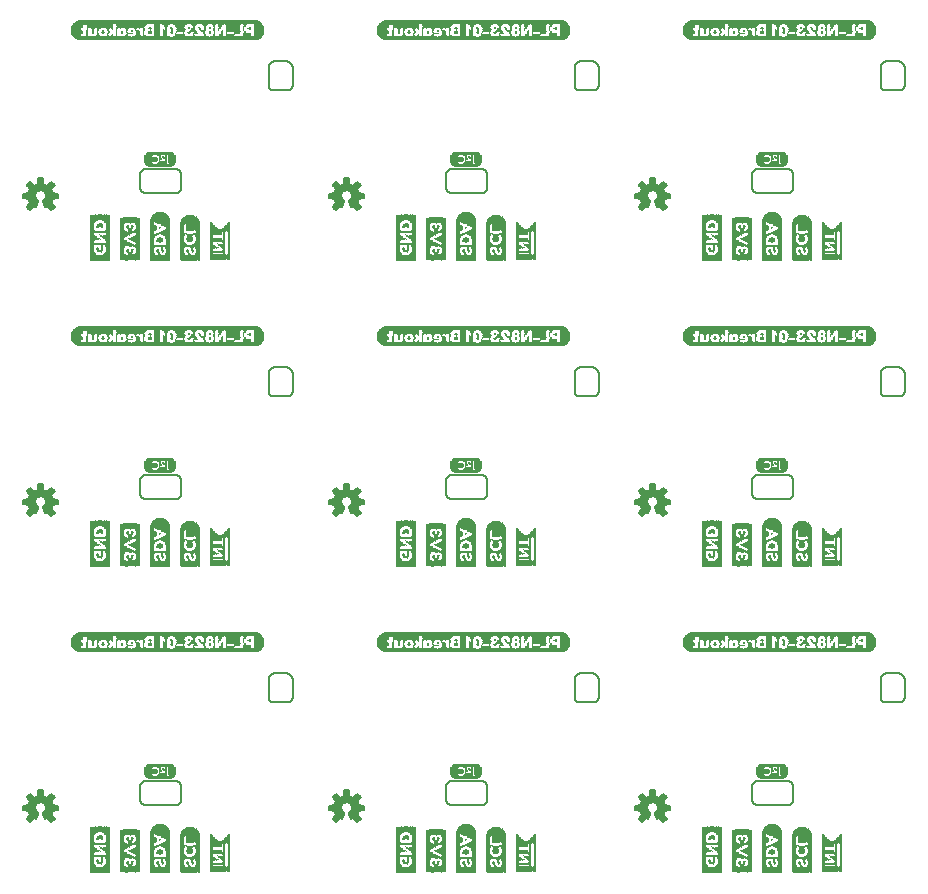
<source format=gbo>
G75*
%MOIN*%
%OFA0B0*%
%FSLAX25Y25*%
%IPPOS*%
%LPD*%
%AMOC8*
5,1,8,0,0,1.08239X$1,22.5*
%
%ADD10C,0.00591*%
%ADD11C,0.00800*%
%ADD12R,0.00157X0.13858*%
%ADD13R,0.00157X0.14331*%
%ADD14R,0.00157X0.14646*%
%ADD15R,0.00157X0.14961*%
%ADD16R,0.00157X0.15118*%
%ADD17R,0.00157X0.15276*%
%ADD18R,0.00157X0.15433*%
%ADD19R,0.00157X0.02835*%
%ADD20R,0.00157X0.11969*%
%ADD21R,0.00157X0.02520*%
%ADD22R,0.00157X0.01102*%
%ADD23R,0.00157X0.03150*%
%ADD24R,0.00157X0.04567*%
%ADD25R,0.00157X0.02205*%
%ADD26R,0.00157X0.00787*%
%ADD27R,0.00157X0.02677*%
%ADD28R,0.00157X0.04409*%
%ADD29R,0.00157X0.02047*%
%ADD30R,0.00157X0.00630*%
%ADD31R,0.00157X0.01890*%
%ADD32R,0.00157X0.01732*%
%ADD33R,0.00157X0.01575*%
%ADD34R,0.00157X0.00945*%
%ADD35R,0.00157X0.02362*%
%ADD36R,0.00157X0.01260*%
%ADD37R,0.00157X0.01417*%
%ADD38R,0.00157X0.04252*%
%ADD39R,0.00157X0.00315*%
%ADD40R,0.00157X0.04094*%
%ADD41R,0.00157X0.00472*%
%ADD42R,0.00157X0.03937*%
%ADD43R,0.00157X0.03307*%
%ADD44R,0.00157X0.03780*%
%ADD45R,0.00157X0.03465*%
%ADD46R,0.00157X0.02992*%
%ADD47R,0.00157X0.12913*%
%ADD48R,0.00157X0.13386*%
%ADD49R,0.00157X0.13701*%
%ADD50R,0.00157X0.14016*%
%ADD51R,0.00157X0.14173*%
%ADD52R,0.00157X0.14488*%
%ADD53R,0.00157X0.07087*%
%ADD54R,0.00157X0.04882*%
%ADD55R,0.00157X0.05039*%
%ADD56R,0.00157X0.05197*%
%ADD57R,0.00157X0.03622*%
%ADD58R,0.00157X0.00157*%
%ADD59R,0.00157X0.11024*%
%ADD60R,0.59685X0.00157*%
%ADD61R,0.60630X0.00157*%
%ADD62R,0.61260X0.00157*%
%ADD63R,0.61890X0.00157*%
%ADD64R,0.62205X0.00157*%
%ADD65R,0.62520X0.00157*%
%ADD66R,0.48504X0.00157*%
%ADD67R,0.13386X0.00157*%
%ADD68R,0.02835X0.00157*%
%ADD69R,0.01575X0.00157*%
%ADD70R,0.05039X0.00157*%
%ADD71R,0.01890X0.00157*%
%ADD72R,0.01260X0.00157*%
%ADD73R,0.02047X0.00157*%
%ADD74R,0.04567X0.00157*%
%ADD75R,0.02362X0.00157*%
%ADD76R,0.10236X0.00157*%
%ADD77R,0.01102X0.00157*%
%ADD78R,0.04724X0.00157*%
%ADD79R,0.00945X0.00157*%
%ADD80R,0.03937X0.00157*%
%ADD81R,0.01732X0.00157*%
%ADD82R,0.10079X0.00157*%
%ADD83R,0.09134X0.00157*%
%ADD84R,0.03622X0.00157*%
%ADD85R,0.00787X0.00157*%
%ADD86R,0.01417X0.00157*%
%ADD87R,0.09764X0.00157*%
%ADD88R,0.08976X0.00157*%
%ADD89R,0.02992X0.00157*%
%ADD90R,0.00630X0.00157*%
%ADD91R,0.03307X0.00157*%
%ADD92R,0.00472X0.00157*%
%ADD93R,0.03150X0.00157*%
%ADD94R,0.09606X0.00157*%
%ADD95R,0.00315X0.00157*%
%ADD96R,0.03780X0.00157*%
%ADD97R,0.09449X0.00157*%
%ADD98R,0.03465X0.00157*%
%ADD99R,0.02205X0.00157*%
%ADD100R,0.02677X0.00157*%
%ADD101R,0.04252X0.00157*%
%ADD102R,0.17165X0.00157*%
%ADD103R,0.06457X0.00157*%
%ADD104R,0.05354X0.00157*%
%ADD105R,0.12756X0.00157*%
%ADD106R,0.19055X0.00157*%
%ADD107R,0.07205X0.00118*%
%ADD108R,0.07913X0.00118*%
%ADD109R,0.08386X0.00079*%
%ADD110R,0.08858X0.00157*%
%ADD111R,0.09094X0.00118*%
%ADD112R,0.09331X0.00118*%
%ADD113R,0.09567X0.00079*%
%ADD114R,0.03661X0.00118*%
%ADD115R,0.02126X0.00118*%
%ADD116R,0.02953X0.00118*%
%ADD117R,0.02244X0.00157*%
%ADD118R,0.00591X0.00157*%
%ADD119R,0.01535X0.00157*%
%ADD120R,0.02598X0.00157*%
%ADD121R,0.02244X0.00118*%
%ADD122R,0.00472X0.00118*%
%ADD123R,0.01181X0.00118*%
%ADD124R,0.02362X0.00118*%
%ADD125R,0.00945X0.00118*%
%ADD126R,0.00354X0.00118*%
%ADD127R,0.00827X0.00118*%
%ADD128R,0.02480X0.00157*%
%ADD129R,0.00354X0.00157*%
%ADD130R,0.00236X0.00157*%
%ADD131R,0.02480X0.00118*%
%ADD132R,0.02598X0.00118*%
%ADD133R,0.01063X0.00118*%
%ADD134R,0.02835X0.00118*%
%ADD135R,0.04370X0.00118*%
%ADD136R,0.00591X0.00118*%
%ADD137R,0.04488X0.00118*%
%ADD138R,0.00709X0.00157*%
%ADD139R,0.04488X0.00157*%
%ADD140R,0.00236X0.00118*%
%ADD141R,0.00118X0.00118*%
%ADD142R,0.00118X0.00157*%
%ADD143R,0.04370X0.00157*%
%ADD144R,0.04252X0.00118*%
%ADD145R,0.02717X0.00118*%
%ADD146R,0.03071X0.00157*%
%ADD147R,0.03425X0.00118*%
%ADD148R,0.09567X0.00118*%
%ADD149R,0.08858X0.00118*%
%ADD150R,0.08386X0.00118*%
%ADD151R,0.00157X0.12756*%
%ADD152R,0.00157X0.12598*%
%ADD153R,0.00157X0.12441*%
%ADD154R,0.00157X0.12283*%
%ADD155R,0.00157X0.11181*%
%ADD156R,0.00157X0.10866*%
%ADD157R,0.00157X0.10709*%
%ADD158R,0.00157X0.12126*%
D10*
X0035114Y0054096D02*
X0034096Y0055114D01*
X0035307Y0056598D01*
X0034999Y0057196D01*
X0034794Y0057837D01*
X0032889Y0058030D01*
X0032889Y0059470D01*
X0034794Y0059663D01*
X0034999Y0060304D01*
X0035307Y0060902D01*
X0034096Y0062386D01*
X0035114Y0063404D01*
X0036598Y0062193D01*
X0037196Y0062501D01*
X0037837Y0062706D01*
X0038030Y0064611D01*
X0039470Y0064611D01*
X0039663Y0062706D01*
X0040304Y0062501D01*
X0040902Y0062193D01*
X0042386Y0063404D01*
X0043404Y0062386D01*
X0042193Y0060902D01*
X0042501Y0060304D01*
X0042706Y0059663D01*
X0044611Y0059470D01*
X0044611Y0058030D01*
X0042706Y0057837D01*
X0042501Y0057196D01*
X0042193Y0056598D01*
X0043404Y0055114D01*
X0042386Y0054096D01*
X0040902Y0055307D01*
X0040304Y0054999D01*
X0039456Y0057045D01*
X0039835Y0057257D01*
X0040153Y0057551D01*
X0040395Y0057912D01*
X0040545Y0058319D01*
X0040596Y0058750D01*
X0040543Y0059189D01*
X0040387Y0059602D01*
X0040138Y0059967D01*
X0039809Y0060261D01*
X0039419Y0060470D01*
X0038991Y0060579D01*
X0038549Y0060584D01*
X0038119Y0060484D01*
X0037725Y0060284D01*
X0037390Y0059996D01*
X0037132Y0059637D01*
X0036968Y0059227D01*
X0036905Y0058790D01*
X0036949Y0058350D01*
X0037095Y0057934D01*
X0037336Y0057564D01*
X0037659Y0057262D01*
X0038044Y0057045D01*
X0037196Y0054999D01*
X0036598Y0055307D01*
X0035114Y0054096D01*
X0034542Y0054669D02*
X0035816Y0054669D01*
X0036538Y0055258D02*
X0034214Y0055258D01*
X0034694Y0055847D02*
X0037547Y0055847D01*
X0037303Y0055258D02*
X0036693Y0055258D01*
X0037791Y0056436D02*
X0035174Y0056436D01*
X0035087Y0057025D02*
X0038035Y0057025D01*
X0037304Y0057614D02*
X0034865Y0057614D01*
X0032889Y0058203D02*
X0037000Y0058203D01*
X0036906Y0058792D02*
X0032889Y0058792D01*
X0032889Y0059381D02*
X0037030Y0059381D01*
X0037371Y0059970D02*
X0034892Y0059970D01*
X0035130Y0060559D02*
X0038444Y0060559D01*
X0039068Y0060559D02*
X0042370Y0060559D01*
X0042395Y0061148D02*
X0035105Y0061148D01*
X0034625Y0061737D02*
X0042875Y0061737D01*
X0043355Y0062327D02*
X0041065Y0062327D01*
X0040643Y0062327D02*
X0036857Y0062327D01*
X0036435Y0062327D02*
X0034145Y0062327D01*
X0034626Y0062916D02*
X0035713Y0062916D01*
X0037858Y0062916D02*
X0039642Y0062916D01*
X0039582Y0063505D02*
X0037918Y0063505D01*
X0037978Y0064094D02*
X0039522Y0064094D01*
X0041787Y0062916D02*
X0042874Y0062916D01*
X0042608Y0059970D02*
X0040133Y0059970D01*
X0040470Y0059381D02*
X0044611Y0059381D01*
X0044611Y0058792D02*
X0040591Y0058792D01*
X0040502Y0058203D02*
X0044611Y0058203D01*
X0042635Y0057614D02*
X0040195Y0057614D01*
X0039465Y0057025D02*
X0042413Y0057025D01*
X0042326Y0056436D02*
X0039709Y0056436D01*
X0039953Y0055847D02*
X0042806Y0055847D01*
X0043286Y0055258D02*
X0040962Y0055258D01*
X0040807Y0055258D02*
X0040197Y0055258D01*
X0041684Y0054669D02*
X0042958Y0054669D01*
X0134889Y0058030D02*
X0134889Y0059470D01*
X0136794Y0059663D01*
X0136999Y0060304D01*
X0137307Y0060902D01*
X0136096Y0062386D01*
X0137114Y0063404D01*
X0138598Y0062193D01*
X0139196Y0062501D01*
X0139837Y0062706D01*
X0140030Y0064611D01*
X0141470Y0064611D01*
X0141663Y0062706D01*
X0142304Y0062501D01*
X0142902Y0062193D01*
X0144386Y0063404D01*
X0145404Y0062386D01*
X0144193Y0060902D01*
X0144501Y0060304D01*
X0144706Y0059663D01*
X0146611Y0059470D01*
X0146611Y0058030D01*
X0144706Y0057837D01*
X0144501Y0057196D01*
X0144193Y0056598D01*
X0145404Y0055114D01*
X0144386Y0054096D01*
X0142902Y0055307D01*
X0142304Y0054999D01*
X0141456Y0057045D01*
X0141835Y0057257D01*
X0142153Y0057551D01*
X0142395Y0057912D01*
X0142545Y0058319D01*
X0142596Y0058750D01*
X0142543Y0059189D01*
X0142387Y0059602D01*
X0142138Y0059967D01*
X0141809Y0060261D01*
X0141419Y0060470D01*
X0140991Y0060579D01*
X0140549Y0060584D01*
X0140119Y0060484D01*
X0139725Y0060284D01*
X0139390Y0059996D01*
X0139132Y0059637D01*
X0138968Y0059227D01*
X0138905Y0058790D01*
X0138949Y0058350D01*
X0139095Y0057934D01*
X0139336Y0057564D01*
X0139659Y0057262D01*
X0140044Y0057045D01*
X0139196Y0054999D01*
X0138598Y0055307D01*
X0137114Y0054096D01*
X0136096Y0055114D01*
X0137307Y0056598D01*
X0136999Y0057196D01*
X0136794Y0057837D01*
X0134889Y0058030D01*
X0134889Y0058203D02*
X0139000Y0058203D01*
X0138906Y0058792D02*
X0134889Y0058792D01*
X0134889Y0059381D02*
X0139030Y0059381D01*
X0139371Y0059970D02*
X0136892Y0059970D01*
X0137130Y0060559D02*
X0140444Y0060559D01*
X0141068Y0060559D02*
X0144370Y0060559D01*
X0144395Y0061148D02*
X0137105Y0061148D01*
X0136625Y0061737D02*
X0144875Y0061737D01*
X0145355Y0062327D02*
X0143065Y0062327D01*
X0142643Y0062327D02*
X0138857Y0062327D01*
X0138435Y0062327D02*
X0136145Y0062327D01*
X0136626Y0062916D02*
X0137713Y0062916D01*
X0139858Y0062916D02*
X0141642Y0062916D01*
X0141582Y0063505D02*
X0139918Y0063505D01*
X0139978Y0064094D02*
X0141522Y0064094D01*
X0143787Y0062916D02*
X0144874Y0062916D01*
X0144608Y0059970D02*
X0142133Y0059970D01*
X0142470Y0059381D02*
X0146611Y0059381D01*
X0146611Y0058792D02*
X0142591Y0058792D01*
X0142502Y0058203D02*
X0146611Y0058203D01*
X0144635Y0057614D02*
X0142195Y0057614D01*
X0141465Y0057025D02*
X0144413Y0057025D01*
X0144326Y0056436D02*
X0141709Y0056436D01*
X0141953Y0055847D02*
X0144806Y0055847D01*
X0145286Y0055258D02*
X0142962Y0055258D01*
X0142807Y0055258D02*
X0142197Y0055258D01*
X0143684Y0054669D02*
X0144958Y0054669D01*
X0140035Y0057025D02*
X0137087Y0057025D01*
X0137174Y0056436D02*
X0139791Y0056436D01*
X0139547Y0055847D02*
X0136694Y0055847D01*
X0136214Y0055258D02*
X0138538Y0055258D01*
X0138693Y0055258D02*
X0139303Y0055258D01*
X0137816Y0054669D02*
X0136542Y0054669D01*
X0136865Y0057614D02*
X0139304Y0057614D01*
X0236889Y0058030D02*
X0236889Y0059470D01*
X0238794Y0059663D01*
X0238999Y0060304D01*
X0239307Y0060902D01*
X0238096Y0062386D01*
X0239114Y0063404D01*
X0240598Y0062193D01*
X0241196Y0062501D01*
X0241837Y0062706D01*
X0242030Y0064611D01*
X0243470Y0064611D01*
X0243663Y0062706D01*
X0244304Y0062501D01*
X0244902Y0062193D01*
X0246386Y0063404D01*
X0247404Y0062386D01*
X0246193Y0060902D01*
X0246501Y0060304D01*
X0246706Y0059663D01*
X0248611Y0059470D01*
X0248611Y0058030D01*
X0246706Y0057837D01*
X0246501Y0057196D01*
X0246193Y0056598D01*
X0247404Y0055114D01*
X0246386Y0054096D01*
X0244902Y0055307D01*
X0244304Y0054999D01*
X0243456Y0057045D01*
X0243835Y0057257D01*
X0244153Y0057551D01*
X0244395Y0057912D01*
X0244545Y0058319D01*
X0244596Y0058750D01*
X0244543Y0059189D01*
X0244387Y0059602D01*
X0244138Y0059967D01*
X0243809Y0060261D01*
X0243419Y0060470D01*
X0242991Y0060579D01*
X0242549Y0060584D01*
X0242119Y0060484D01*
X0241725Y0060284D01*
X0241390Y0059996D01*
X0241132Y0059637D01*
X0240968Y0059227D01*
X0240905Y0058790D01*
X0240949Y0058350D01*
X0241095Y0057934D01*
X0241336Y0057564D01*
X0241659Y0057262D01*
X0242044Y0057045D01*
X0241196Y0054999D01*
X0240598Y0055307D01*
X0239114Y0054096D01*
X0238096Y0055114D01*
X0239307Y0056598D01*
X0238999Y0057196D01*
X0238794Y0057837D01*
X0236889Y0058030D01*
X0236889Y0058203D02*
X0241000Y0058203D01*
X0240906Y0058792D02*
X0236889Y0058792D01*
X0236889Y0059381D02*
X0241030Y0059381D01*
X0241371Y0059970D02*
X0238892Y0059970D01*
X0239130Y0060559D02*
X0242444Y0060559D01*
X0243068Y0060559D02*
X0246370Y0060559D01*
X0246395Y0061148D02*
X0239105Y0061148D01*
X0238625Y0061737D02*
X0246875Y0061737D01*
X0247355Y0062327D02*
X0245065Y0062327D01*
X0244643Y0062327D02*
X0240857Y0062327D01*
X0240435Y0062327D02*
X0238145Y0062327D01*
X0238626Y0062916D02*
X0239713Y0062916D01*
X0241858Y0062916D02*
X0243642Y0062916D01*
X0243582Y0063505D02*
X0241918Y0063505D01*
X0241978Y0064094D02*
X0243522Y0064094D01*
X0245787Y0062916D02*
X0246874Y0062916D01*
X0246608Y0059970D02*
X0244133Y0059970D01*
X0244470Y0059381D02*
X0248611Y0059381D01*
X0248611Y0058792D02*
X0244591Y0058792D01*
X0244502Y0058203D02*
X0248611Y0058203D01*
X0246635Y0057614D02*
X0244195Y0057614D01*
X0243465Y0057025D02*
X0246413Y0057025D01*
X0246326Y0056436D02*
X0243709Y0056436D01*
X0243953Y0055847D02*
X0246806Y0055847D01*
X0247286Y0055258D02*
X0244962Y0055258D01*
X0244807Y0055258D02*
X0244197Y0055258D01*
X0245684Y0054669D02*
X0246958Y0054669D01*
X0242035Y0057025D02*
X0239087Y0057025D01*
X0239174Y0056436D02*
X0241791Y0056436D01*
X0241547Y0055847D02*
X0238694Y0055847D01*
X0238214Y0055258D02*
X0240538Y0055258D01*
X0240693Y0055258D02*
X0241303Y0055258D01*
X0239816Y0054669D02*
X0238542Y0054669D01*
X0238865Y0057614D02*
X0241304Y0057614D01*
X0239114Y0156096D02*
X0238096Y0157114D01*
X0239307Y0158598D01*
X0238999Y0159196D01*
X0238794Y0159837D01*
X0236889Y0160030D01*
X0236889Y0161470D01*
X0238794Y0161663D01*
X0238999Y0162304D01*
X0239307Y0162902D01*
X0238096Y0164386D01*
X0239114Y0165404D01*
X0240598Y0164193D01*
X0241196Y0164501D01*
X0241837Y0164706D01*
X0242030Y0166611D01*
X0243470Y0166611D01*
X0243663Y0164706D01*
X0244304Y0164501D01*
X0244902Y0164193D01*
X0246386Y0165404D01*
X0247404Y0164386D01*
X0246193Y0162902D01*
X0246501Y0162304D01*
X0246706Y0161663D01*
X0248611Y0161470D01*
X0248611Y0160030D01*
X0246706Y0159837D01*
X0246501Y0159196D01*
X0246193Y0158598D01*
X0247404Y0157114D01*
X0246386Y0156096D01*
X0244902Y0157307D01*
X0244304Y0156999D01*
X0243456Y0159045D01*
X0243835Y0159257D01*
X0244153Y0159551D01*
X0244395Y0159912D01*
X0244545Y0160319D01*
X0244596Y0160750D01*
X0244543Y0161189D01*
X0244387Y0161602D01*
X0244138Y0161967D01*
X0243809Y0162261D01*
X0243419Y0162470D01*
X0242991Y0162579D01*
X0242549Y0162584D01*
X0242119Y0162484D01*
X0241725Y0162284D01*
X0241390Y0161996D01*
X0241132Y0161637D01*
X0240968Y0161227D01*
X0240905Y0160790D01*
X0240949Y0160350D01*
X0241095Y0159934D01*
X0241336Y0159564D01*
X0241659Y0159262D01*
X0242044Y0159045D01*
X0241196Y0156999D01*
X0240598Y0157307D01*
X0239114Y0156096D01*
X0238634Y0156577D02*
X0239703Y0156577D01*
X0240425Y0157166D02*
X0238138Y0157166D01*
X0238619Y0157755D02*
X0241509Y0157755D01*
X0241753Y0158344D02*
X0239099Y0158344D01*
X0239134Y0158933D02*
X0241997Y0158933D01*
X0241381Y0159522D02*
X0238894Y0159522D01*
X0236889Y0160111D02*
X0241033Y0160111D01*
X0240914Y0160700D02*
X0236889Y0160700D01*
X0236889Y0161289D02*
X0240993Y0161289D01*
X0241305Y0161878D02*
X0238862Y0161878D01*
X0239083Y0162467D02*
X0242087Y0162467D01*
X0243423Y0162467D02*
X0246417Y0162467D01*
X0246319Y0163056D02*
X0239181Y0163056D01*
X0238700Y0163645D02*
X0246800Y0163645D01*
X0247280Y0164234D02*
X0244952Y0164234D01*
X0244822Y0164234D02*
X0240678Y0164234D01*
X0240548Y0164234D02*
X0238220Y0164234D01*
X0238534Y0164823D02*
X0239826Y0164823D01*
X0241849Y0164823D02*
X0243651Y0164823D01*
X0243592Y0165413D02*
X0241908Y0165413D01*
X0241968Y0166002D02*
X0243532Y0166002D01*
X0243472Y0166591D02*
X0242028Y0166591D01*
X0245674Y0164823D02*
X0246966Y0164823D01*
X0246638Y0161878D02*
X0244198Y0161878D01*
X0244505Y0161289D02*
X0248611Y0161289D01*
X0248611Y0160700D02*
X0244590Y0160700D01*
X0244468Y0160111D02*
X0248611Y0160111D01*
X0246606Y0159522D02*
X0244122Y0159522D01*
X0243503Y0158933D02*
X0246366Y0158933D01*
X0246401Y0158344D02*
X0243747Y0158344D01*
X0243991Y0157755D02*
X0246881Y0157755D01*
X0247362Y0157166D02*
X0245075Y0157166D01*
X0244628Y0157166D02*
X0244235Y0157166D01*
X0245797Y0156577D02*
X0246866Y0156577D01*
X0241265Y0157166D02*
X0240872Y0157166D01*
X0146611Y0160030D02*
X0144706Y0159837D01*
X0144501Y0159196D01*
X0144193Y0158598D01*
X0145404Y0157114D01*
X0144386Y0156096D01*
X0142902Y0157307D01*
X0142304Y0156999D01*
X0141456Y0159045D01*
X0141835Y0159257D01*
X0142153Y0159551D01*
X0142395Y0159912D01*
X0142545Y0160319D01*
X0142596Y0160750D01*
X0142543Y0161189D01*
X0142387Y0161602D01*
X0142138Y0161967D01*
X0141809Y0162261D01*
X0141419Y0162470D01*
X0140991Y0162579D01*
X0140549Y0162584D01*
X0140119Y0162484D01*
X0139725Y0162284D01*
X0139390Y0161996D01*
X0139132Y0161637D01*
X0138968Y0161227D01*
X0138905Y0160790D01*
X0138949Y0160350D01*
X0139095Y0159934D01*
X0139336Y0159564D01*
X0139659Y0159262D01*
X0140044Y0159045D01*
X0139196Y0156999D01*
X0138598Y0157307D01*
X0137114Y0156096D01*
X0136096Y0157114D01*
X0137307Y0158598D01*
X0136999Y0159196D01*
X0136794Y0159837D01*
X0134889Y0160030D01*
X0134889Y0161470D01*
X0136794Y0161663D01*
X0136999Y0162304D01*
X0137307Y0162902D01*
X0136096Y0164386D01*
X0137114Y0165404D01*
X0138598Y0164193D01*
X0139196Y0164501D01*
X0139837Y0164706D01*
X0140030Y0166611D01*
X0141470Y0166611D01*
X0141663Y0164706D01*
X0142304Y0164501D01*
X0142902Y0164193D01*
X0144386Y0165404D01*
X0145404Y0164386D01*
X0144193Y0162902D01*
X0144501Y0162304D01*
X0144706Y0161663D01*
X0146611Y0161470D01*
X0146611Y0160030D01*
X0146611Y0160111D02*
X0142468Y0160111D01*
X0142590Y0160700D02*
X0146611Y0160700D01*
X0146611Y0161289D02*
X0142505Y0161289D01*
X0142198Y0161878D02*
X0144638Y0161878D01*
X0144417Y0162467D02*
X0141423Y0162467D01*
X0140087Y0162467D02*
X0137083Y0162467D01*
X0137181Y0163056D02*
X0144319Y0163056D01*
X0144800Y0163645D02*
X0136700Y0163645D01*
X0136220Y0164234D02*
X0138548Y0164234D01*
X0138678Y0164234D02*
X0142822Y0164234D01*
X0142952Y0164234D02*
X0145280Y0164234D01*
X0144966Y0164823D02*
X0143674Y0164823D01*
X0141651Y0164823D02*
X0139849Y0164823D01*
X0139908Y0165413D02*
X0141592Y0165413D01*
X0141532Y0166002D02*
X0139968Y0166002D01*
X0140028Y0166591D02*
X0141472Y0166591D01*
X0137826Y0164823D02*
X0136534Y0164823D01*
X0136862Y0161878D02*
X0139305Y0161878D01*
X0138993Y0161289D02*
X0134889Y0161289D01*
X0134889Y0160700D02*
X0138914Y0160700D01*
X0139033Y0160111D02*
X0134889Y0160111D01*
X0136894Y0159522D02*
X0139381Y0159522D01*
X0139997Y0158933D02*
X0137134Y0158933D01*
X0137099Y0158344D02*
X0139753Y0158344D01*
X0139509Y0157755D02*
X0136619Y0157755D01*
X0136138Y0157166D02*
X0138425Y0157166D01*
X0138872Y0157166D02*
X0139265Y0157166D01*
X0137703Y0156577D02*
X0136634Y0156577D01*
X0141503Y0158933D02*
X0144366Y0158933D01*
X0144401Y0158344D02*
X0141747Y0158344D01*
X0141991Y0157755D02*
X0144881Y0157755D01*
X0145362Y0157166D02*
X0143075Y0157166D01*
X0142628Y0157166D02*
X0142235Y0157166D01*
X0143797Y0156577D02*
X0144866Y0156577D01*
X0144606Y0159522D02*
X0142122Y0159522D01*
X0044611Y0160030D02*
X0042706Y0159837D01*
X0042501Y0159196D01*
X0042193Y0158598D01*
X0043404Y0157114D01*
X0042386Y0156096D01*
X0040902Y0157307D01*
X0040304Y0156999D01*
X0039456Y0159045D01*
X0039835Y0159257D01*
X0040153Y0159551D01*
X0040395Y0159912D01*
X0040545Y0160319D01*
X0040596Y0160750D01*
X0040543Y0161189D01*
X0040387Y0161602D01*
X0040138Y0161967D01*
X0039809Y0162261D01*
X0039419Y0162470D01*
X0038991Y0162579D01*
X0038549Y0162584D01*
X0038119Y0162484D01*
X0037725Y0162284D01*
X0037390Y0161996D01*
X0037132Y0161637D01*
X0036968Y0161227D01*
X0036905Y0160790D01*
X0036949Y0160350D01*
X0037095Y0159934D01*
X0037336Y0159564D01*
X0037659Y0159262D01*
X0038044Y0159045D01*
X0037196Y0156999D01*
X0036598Y0157307D01*
X0035114Y0156096D01*
X0034096Y0157114D01*
X0035307Y0158598D01*
X0034999Y0159196D01*
X0034794Y0159837D01*
X0032889Y0160030D01*
X0032889Y0161470D01*
X0034794Y0161663D01*
X0034999Y0162304D01*
X0035307Y0162902D01*
X0034096Y0164386D01*
X0035114Y0165404D01*
X0036598Y0164193D01*
X0037196Y0164501D01*
X0037837Y0164706D01*
X0038030Y0166611D01*
X0039470Y0166611D01*
X0039663Y0164706D01*
X0040304Y0164501D01*
X0040902Y0164193D01*
X0042386Y0165404D01*
X0043404Y0164386D01*
X0042193Y0162902D01*
X0042501Y0162304D01*
X0042706Y0161663D01*
X0044611Y0161470D01*
X0044611Y0160030D01*
X0044611Y0160111D02*
X0040468Y0160111D01*
X0040590Y0160700D02*
X0044611Y0160700D01*
X0044611Y0161289D02*
X0040505Y0161289D01*
X0040198Y0161878D02*
X0042638Y0161878D01*
X0042417Y0162467D02*
X0039423Y0162467D01*
X0038087Y0162467D02*
X0035083Y0162467D01*
X0035181Y0163056D02*
X0042319Y0163056D01*
X0042800Y0163645D02*
X0034700Y0163645D01*
X0034220Y0164234D02*
X0036548Y0164234D01*
X0036678Y0164234D02*
X0040822Y0164234D01*
X0040952Y0164234D02*
X0043280Y0164234D01*
X0042966Y0164823D02*
X0041674Y0164823D01*
X0039651Y0164823D02*
X0037849Y0164823D01*
X0037908Y0165413D02*
X0039592Y0165413D01*
X0039532Y0166002D02*
X0037968Y0166002D01*
X0038028Y0166591D02*
X0039472Y0166591D01*
X0035826Y0164823D02*
X0034534Y0164823D01*
X0034862Y0161878D02*
X0037305Y0161878D01*
X0036993Y0161289D02*
X0032889Y0161289D01*
X0032889Y0160700D02*
X0036914Y0160700D01*
X0037033Y0160111D02*
X0032889Y0160111D01*
X0034894Y0159522D02*
X0037381Y0159522D01*
X0037997Y0158933D02*
X0035134Y0158933D01*
X0035099Y0158344D02*
X0037753Y0158344D01*
X0037509Y0157755D02*
X0034619Y0157755D01*
X0034138Y0157166D02*
X0036425Y0157166D01*
X0036872Y0157166D02*
X0037265Y0157166D01*
X0035703Y0156577D02*
X0034634Y0156577D01*
X0039503Y0158933D02*
X0042366Y0158933D01*
X0042401Y0158344D02*
X0039747Y0158344D01*
X0039991Y0157755D02*
X0042881Y0157755D01*
X0043362Y0157166D02*
X0041075Y0157166D01*
X0040628Y0157166D02*
X0040235Y0157166D01*
X0041797Y0156577D02*
X0042866Y0156577D01*
X0042606Y0159522D02*
X0040122Y0159522D01*
X0042386Y0258096D02*
X0040902Y0259307D01*
X0040304Y0258999D01*
X0039456Y0261045D01*
X0039835Y0261257D01*
X0040153Y0261551D01*
X0040395Y0261912D01*
X0040545Y0262319D01*
X0040596Y0262750D01*
X0040543Y0263189D01*
X0040387Y0263602D01*
X0040138Y0263967D01*
X0039809Y0264261D01*
X0039419Y0264470D01*
X0038991Y0264579D01*
X0038549Y0264584D01*
X0038119Y0264484D01*
X0037725Y0264284D01*
X0037390Y0263996D01*
X0037132Y0263637D01*
X0036968Y0263227D01*
X0036905Y0262790D01*
X0036949Y0262350D01*
X0037095Y0261934D01*
X0037336Y0261564D01*
X0037659Y0261262D01*
X0038044Y0261045D01*
X0037196Y0258999D01*
X0036598Y0259307D01*
X0035114Y0258096D01*
X0034096Y0259114D01*
X0035307Y0260598D01*
X0034999Y0261196D01*
X0034794Y0261837D01*
X0032889Y0262030D01*
X0032889Y0263470D01*
X0034794Y0263663D01*
X0034999Y0264304D01*
X0035307Y0264902D01*
X0034096Y0266386D01*
X0035114Y0267404D01*
X0036598Y0266193D01*
X0037196Y0266501D01*
X0037837Y0266706D01*
X0038030Y0268611D01*
X0039470Y0268611D01*
X0039663Y0266706D01*
X0040304Y0266501D01*
X0040902Y0266193D01*
X0042386Y0267404D01*
X0043404Y0266386D01*
X0042193Y0264902D01*
X0042501Y0264304D01*
X0042706Y0263663D01*
X0044611Y0263470D01*
X0044611Y0262030D01*
X0042706Y0261837D01*
X0042501Y0261196D01*
X0042193Y0260598D01*
X0043404Y0259114D01*
X0042386Y0258096D01*
X0042774Y0258484D02*
X0041910Y0258484D01*
X0041188Y0259073D02*
X0043363Y0259073D01*
X0042956Y0259662D02*
X0040029Y0259662D01*
X0040273Y0259073D02*
X0040449Y0259073D01*
X0039785Y0260252D02*
X0042476Y0260252D01*
X0042318Y0260841D02*
X0039541Y0260841D01*
X0040022Y0261430D02*
X0042576Y0261430D01*
X0044498Y0262019D02*
X0040434Y0262019D01*
X0040579Y0262608D02*
X0044611Y0262608D01*
X0044611Y0263197D02*
X0040540Y0263197D01*
X0040261Y0263786D02*
X0042667Y0263786D01*
X0042465Y0264375D02*
X0039596Y0264375D01*
X0037905Y0264375D02*
X0035035Y0264375D01*
X0034833Y0263786D02*
X0037239Y0263786D01*
X0036964Y0263197D02*
X0032889Y0263197D01*
X0032889Y0262608D02*
X0036923Y0262608D01*
X0037065Y0262019D02*
X0033002Y0262019D01*
X0034924Y0261430D02*
X0037479Y0261430D01*
X0037959Y0260841D02*
X0035182Y0260841D01*
X0035024Y0260252D02*
X0037715Y0260252D01*
X0037471Y0259662D02*
X0034544Y0259662D01*
X0034137Y0259073D02*
X0036312Y0259073D01*
X0037051Y0259073D02*
X0037227Y0259073D01*
X0035590Y0258484D02*
X0034726Y0258484D01*
X0035256Y0264964D02*
X0042244Y0264964D01*
X0042725Y0265553D02*
X0034775Y0265553D01*
X0034295Y0266142D02*
X0043205Y0266142D01*
X0043058Y0266731D02*
X0041561Y0266731D01*
X0042284Y0267320D02*
X0042469Y0267320D01*
X0039601Y0267320D02*
X0037899Y0267320D01*
X0037839Y0266731D02*
X0039661Y0266731D01*
X0039541Y0267909D02*
X0037959Y0267909D01*
X0038019Y0268498D02*
X0039481Y0268498D01*
X0035939Y0266731D02*
X0034442Y0266731D01*
X0035031Y0267320D02*
X0035216Y0267320D01*
X0134889Y0263470D02*
X0136794Y0263663D01*
X0136999Y0264304D01*
X0137307Y0264902D01*
X0136096Y0266386D01*
X0137114Y0267404D01*
X0138598Y0266193D01*
X0139196Y0266501D01*
X0139837Y0266706D01*
X0140030Y0268611D01*
X0141470Y0268611D01*
X0141663Y0266706D01*
X0142304Y0266501D01*
X0142902Y0266193D01*
X0144386Y0267404D01*
X0145404Y0266386D01*
X0144193Y0264902D01*
X0144501Y0264304D01*
X0144706Y0263663D01*
X0146611Y0263470D01*
X0146611Y0262030D01*
X0144706Y0261837D01*
X0144501Y0261196D01*
X0144193Y0260598D01*
X0145404Y0259114D01*
X0144386Y0258096D01*
X0142902Y0259307D01*
X0142304Y0258999D01*
X0141456Y0261045D01*
X0141835Y0261257D01*
X0142153Y0261551D01*
X0142395Y0261912D01*
X0142545Y0262319D01*
X0142596Y0262750D01*
X0142543Y0263189D01*
X0142387Y0263602D01*
X0142138Y0263967D01*
X0141809Y0264261D01*
X0141419Y0264470D01*
X0140991Y0264579D01*
X0140549Y0264584D01*
X0140119Y0264484D01*
X0139725Y0264284D01*
X0139390Y0263996D01*
X0139132Y0263637D01*
X0138968Y0263227D01*
X0138905Y0262790D01*
X0138949Y0262350D01*
X0139095Y0261934D01*
X0139336Y0261564D01*
X0139659Y0261262D01*
X0140044Y0261045D01*
X0139196Y0258999D01*
X0138598Y0259307D01*
X0137114Y0258096D01*
X0136096Y0259114D01*
X0137307Y0260598D01*
X0136999Y0261196D01*
X0136794Y0261837D01*
X0134889Y0262030D01*
X0134889Y0263470D01*
X0134889Y0263197D02*
X0138964Y0263197D01*
X0138923Y0262608D02*
X0134889Y0262608D01*
X0135002Y0262019D02*
X0139065Y0262019D01*
X0139479Y0261430D02*
X0136924Y0261430D01*
X0137182Y0260841D02*
X0139959Y0260841D01*
X0139715Y0260252D02*
X0137024Y0260252D01*
X0136544Y0259662D02*
X0139471Y0259662D01*
X0139227Y0259073D02*
X0139051Y0259073D01*
X0138312Y0259073D02*
X0136137Y0259073D01*
X0136726Y0258484D02*
X0137590Y0258484D01*
X0141785Y0260252D02*
X0144476Y0260252D01*
X0144318Y0260841D02*
X0141541Y0260841D01*
X0142022Y0261430D02*
X0144576Y0261430D01*
X0144956Y0259662D02*
X0142029Y0259662D01*
X0142273Y0259073D02*
X0142449Y0259073D01*
X0143188Y0259073D02*
X0145363Y0259073D01*
X0144774Y0258484D02*
X0143910Y0258484D01*
X0142434Y0262019D02*
X0146498Y0262019D01*
X0146611Y0262608D02*
X0142579Y0262608D01*
X0142540Y0263197D02*
X0146611Y0263197D01*
X0144667Y0263786D02*
X0142261Y0263786D01*
X0141596Y0264375D02*
X0144465Y0264375D01*
X0144244Y0264964D02*
X0137256Y0264964D01*
X0137035Y0264375D02*
X0139905Y0264375D01*
X0139239Y0263786D02*
X0136833Y0263786D01*
X0136775Y0265553D02*
X0144725Y0265553D01*
X0145205Y0266142D02*
X0136295Y0266142D01*
X0136442Y0266731D02*
X0137939Y0266731D01*
X0137216Y0267320D02*
X0137031Y0267320D01*
X0139899Y0267320D02*
X0141601Y0267320D01*
X0141661Y0266731D02*
X0139839Y0266731D01*
X0139959Y0267909D02*
X0141541Y0267909D01*
X0141481Y0268498D02*
X0140019Y0268498D01*
X0143561Y0266731D02*
X0145058Y0266731D01*
X0144469Y0267320D02*
X0144284Y0267320D01*
X0236889Y0263470D02*
X0238794Y0263663D01*
X0238999Y0264304D01*
X0239307Y0264902D01*
X0238096Y0266386D01*
X0239114Y0267404D01*
X0240598Y0266193D01*
X0241196Y0266501D01*
X0241837Y0266706D01*
X0242030Y0268611D01*
X0243470Y0268611D01*
X0243663Y0266706D01*
X0244304Y0266501D01*
X0244902Y0266193D01*
X0246386Y0267404D01*
X0247404Y0266386D01*
X0246193Y0264902D01*
X0246501Y0264304D01*
X0246706Y0263663D01*
X0248611Y0263470D01*
X0248611Y0262030D01*
X0246706Y0261837D01*
X0246501Y0261196D01*
X0246193Y0260598D01*
X0247404Y0259114D01*
X0246386Y0258096D01*
X0244902Y0259307D01*
X0244304Y0258999D01*
X0243456Y0261045D01*
X0243835Y0261257D01*
X0244153Y0261551D01*
X0244395Y0261912D01*
X0244545Y0262319D01*
X0244596Y0262750D01*
X0244543Y0263189D01*
X0244387Y0263602D01*
X0244138Y0263967D01*
X0243809Y0264261D01*
X0243419Y0264470D01*
X0242991Y0264579D01*
X0242549Y0264584D01*
X0242119Y0264484D01*
X0241725Y0264284D01*
X0241390Y0263996D01*
X0241132Y0263637D01*
X0240968Y0263227D01*
X0240905Y0262790D01*
X0240949Y0262350D01*
X0241095Y0261934D01*
X0241336Y0261564D01*
X0241659Y0261262D01*
X0242044Y0261045D01*
X0241196Y0258999D01*
X0240598Y0259307D01*
X0239114Y0258096D01*
X0238096Y0259114D01*
X0239307Y0260598D01*
X0238999Y0261196D01*
X0238794Y0261837D01*
X0236889Y0262030D01*
X0236889Y0263470D01*
X0236889Y0263197D02*
X0240964Y0263197D01*
X0240923Y0262608D02*
X0236889Y0262608D01*
X0237002Y0262019D02*
X0241065Y0262019D01*
X0241479Y0261430D02*
X0238924Y0261430D01*
X0239182Y0260841D02*
X0241959Y0260841D01*
X0241715Y0260252D02*
X0239024Y0260252D01*
X0238544Y0259662D02*
X0241471Y0259662D01*
X0241227Y0259073D02*
X0241051Y0259073D01*
X0240312Y0259073D02*
X0238137Y0259073D01*
X0238726Y0258484D02*
X0239590Y0258484D01*
X0243785Y0260252D02*
X0246476Y0260252D01*
X0246318Y0260841D02*
X0243541Y0260841D01*
X0244022Y0261430D02*
X0246576Y0261430D01*
X0246956Y0259662D02*
X0244029Y0259662D01*
X0244273Y0259073D02*
X0244449Y0259073D01*
X0245188Y0259073D02*
X0247363Y0259073D01*
X0246774Y0258484D02*
X0245910Y0258484D01*
X0244434Y0262019D02*
X0248498Y0262019D01*
X0248611Y0262608D02*
X0244579Y0262608D01*
X0244540Y0263197D02*
X0248611Y0263197D01*
X0246667Y0263786D02*
X0244261Y0263786D01*
X0243596Y0264375D02*
X0246465Y0264375D01*
X0246244Y0264964D02*
X0239256Y0264964D01*
X0239035Y0264375D02*
X0241905Y0264375D01*
X0241239Y0263786D02*
X0238833Y0263786D01*
X0238775Y0265553D02*
X0246725Y0265553D01*
X0247205Y0266142D02*
X0238295Y0266142D01*
X0238442Y0266731D02*
X0239939Y0266731D01*
X0239216Y0267320D02*
X0239031Y0267320D01*
X0241899Y0267320D02*
X0243601Y0267320D01*
X0243661Y0266731D02*
X0241839Y0266731D01*
X0241959Y0267909D02*
X0243541Y0267909D01*
X0243481Y0268498D02*
X0242019Y0268498D01*
X0245561Y0266731D02*
X0247058Y0266731D01*
X0246469Y0267320D02*
X0246284Y0267320D01*
D11*
X0275950Y0265550D02*
X0275950Y0269950D01*
X0275952Y0270033D01*
X0275958Y0270116D01*
X0275967Y0270199D01*
X0275981Y0270281D01*
X0275998Y0270362D01*
X0276019Y0270443D01*
X0276043Y0270522D01*
X0276072Y0270600D01*
X0276103Y0270677D01*
X0276139Y0270752D01*
X0276177Y0270826D01*
X0276220Y0270898D01*
X0276265Y0270967D01*
X0276314Y0271035D01*
X0276365Y0271100D01*
X0276420Y0271163D01*
X0276477Y0271223D01*
X0276537Y0271280D01*
X0276600Y0271335D01*
X0276665Y0271386D01*
X0276733Y0271435D01*
X0276802Y0271480D01*
X0276874Y0271523D01*
X0276948Y0271561D01*
X0277023Y0271597D01*
X0277100Y0271628D01*
X0277178Y0271657D01*
X0277257Y0271681D01*
X0277338Y0271702D01*
X0277419Y0271719D01*
X0277501Y0271733D01*
X0277584Y0271742D01*
X0277667Y0271748D01*
X0277750Y0271750D01*
X0287750Y0271750D01*
X0287833Y0271748D01*
X0287916Y0271742D01*
X0287999Y0271733D01*
X0288081Y0271719D01*
X0288162Y0271702D01*
X0288243Y0271681D01*
X0288322Y0271657D01*
X0288400Y0271628D01*
X0288477Y0271597D01*
X0288552Y0271561D01*
X0288626Y0271523D01*
X0288698Y0271480D01*
X0288767Y0271435D01*
X0288835Y0271386D01*
X0288900Y0271335D01*
X0288963Y0271280D01*
X0289023Y0271223D01*
X0289080Y0271163D01*
X0289135Y0271100D01*
X0289186Y0271035D01*
X0289235Y0270967D01*
X0289280Y0270898D01*
X0289323Y0270826D01*
X0289361Y0270752D01*
X0289397Y0270677D01*
X0289428Y0270600D01*
X0289457Y0270522D01*
X0289481Y0270443D01*
X0289502Y0270362D01*
X0289519Y0270281D01*
X0289533Y0270199D01*
X0289542Y0270116D01*
X0289548Y0270033D01*
X0289550Y0269950D01*
X0289550Y0265550D01*
X0289548Y0265467D01*
X0289542Y0265384D01*
X0289533Y0265301D01*
X0289519Y0265219D01*
X0289502Y0265138D01*
X0289481Y0265057D01*
X0289457Y0264978D01*
X0289428Y0264900D01*
X0289397Y0264823D01*
X0289361Y0264748D01*
X0289323Y0264674D01*
X0289280Y0264602D01*
X0289235Y0264533D01*
X0289186Y0264465D01*
X0289135Y0264400D01*
X0289080Y0264337D01*
X0289023Y0264277D01*
X0288963Y0264220D01*
X0288900Y0264165D01*
X0288835Y0264114D01*
X0288767Y0264065D01*
X0288698Y0264020D01*
X0288626Y0263977D01*
X0288552Y0263939D01*
X0288477Y0263903D01*
X0288400Y0263872D01*
X0288322Y0263843D01*
X0288243Y0263819D01*
X0288162Y0263798D01*
X0288081Y0263781D01*
X0287999Y0263767D01*
X0287916Y0263758D01*
X0287833Y0263752D01*
X0287750Y0263750D01*
X0277750Y0263750D01*
X0277667Y0263752D01*
X0277584Y0263758D01*
X0277501Y0263767D01*
X0277419Y0263781D01*
X0277338Y0263798D01*
X0277257Y0263819D01*
X0277178Y0263843D01*
X0277100Y0263872D01*
X0277023Y0263903D01*
X0276948Y0263939D01*
X0276874Y0263977D01*
X0276802Y0264020D01*
X0276733Y0264065D01*
X0276665Y0264114D01*
X0276600Y0264165D01*
X0276537Y0264220D01*
X0276477Y0264277D01*
X0276420Y0264337D01*
X0276365Y0264400D01*
X0276314Y0264465D01*
X0276265Y0264533D01*
X0276220Y0264602D01*
X0276177Y0264674D01*
X0276139Y0264748D01*
X0276103Y0264823D01*
X0276072Y0264900D01*
X0276043Y0264978D01*
X0276019Y0265057D01*
X0275998Y0265138D01*
X0275981Y0265219D01*
X0275967Y0265301D01*
X0275958Y0265384D01*
X0275952Y0265467D01*
X0275950Y0265550D01*
X0318750Y0299750D02*
X0318750Y0305750D01*
X0318752Y0305833D01*
X0318758Y0305916D01*
X0318767Y0305999D01*
X0318781Y0306081D01*
X0318798Y0306162D01*
X0318819Y0306243D01*
X0318843Y0306322D01*
X0318872Y0306400D01*
X0318903Y0306477D01*
X0318939Y0306552D01*
X0318977Y0306626D01*
X0319020Y0306698D01*
X0319065Y0306767D01*
X0319114Y0306835D01*
X0319165Y0306900D01*
X0319220Y0306963D01*
X0319277Y0307023D01*
X0319337Y0307080D01*
X0319400Y0307135D01*
X0319465Y0307186D01*
X0319533Y0307235D01*
X0319602Y0307280D01*
X0319674Y0307323D01*
X0319748Y0307361D01*
X0319823Y0307397D01*
X0319900Y0307428D01*
X0319978Y0307457D01*
X0320057Y0307481D01*
X0320138Y0307502D01*
X0320219Y0307519D01*
X0320301Y0307533D01*
X0320384Y0307542D01*
X0320467Y0307548D01*
X0320550Y0307550D01*
X0324950Y0307550D01*
X0325033Y0307548D01*
X0325116Y0307542D01*
X0325199Y0307533D01*
X0325281Y0307519D01*
X0325362Y0307502D01*
X0325443Y0307481D01*
X0325522Y0307457D01*
X0325600Y0307428D01*
X0325677Y0307397D01*
X0325752Y0307361D01*
X0325826Y0307323D01*
X0325898Y0307280D01*
X0325967Y0307235D01*
X0326035Y0307186D01*
X0326100Y0307135D01*
X0326163Y0307080D01*
X0326223Y0307023D01*
X0326280Y0306963D01*
X0326335Y0306900D01*
X0326386Y0306835D01*
X0326435Y0306767D01*
X0326480Y0306698D01*
X0326523Y0306626D01*
X0326561Y0306552D01*
X0326597Y0306477D01*
X0326628Y0306400D01*
X0326657Y0306322D01*
X0326681Y0306243D01*
X0326702Y0306162D01*
X0326719Y0306081D01*
X0326733Y0305999D01*
X0326742Y0305916D01*
X0326748Y0305833D01*
X0326750Y0305750D01*
X0326750Y0299750D01*
X0326748Y0299667D01*
X0326742Y0299584D01*
X0326733Y0299501D01*
X0326719Y0299419D01*
X0326702Y0299338D01*
X0326681Y0299257D01*
X0326657Y0299178D01*
X0326628Y0299100D01*
X0326597Y0299023D01*
X0326561Y0298948D01*
X0326523Y0298874D01*
X0326480Y0298802D01*
X0326435Y0298733D01*
X0326386Y0298665D01*
X0326335Y0298600D01*
X0326280Y0298537D01*
X0326223Y0298477D01*
X0326163Y0298420D01*
X0326100Y0298365D01*
X0326035Y0298314D01*
X0325967Y0298265D01*
X0325898Y0298220D01*
X0325826Y0298177D01*
X0325752Y0298139D01*
X0325677Y0298103D01*
X0325600Y0298072D01*
X0325522Y0298043D01*
X0325443Y0298019D01*
X0325362Y0297998D01*
X0325281Y0297981D01*
X0325199Y0297967D01*
X0325116Y0297958D01*
X0325033Y0297952D01*
X0324950Y0297950D01*
X0320550Y0297950D01*
X0320467Y0297952D01*
X0320384Y0297958D01*
X0320301Y0297967D01*
X0320219Y0297981D01*
X0320138Y0297998D01*
X0320057Y0298019D01*
X0319978Y0298043D01*
X0319900Y0298072D01*
X0319823Y0298103D01*
X0319748Y0298139D01*
X0319674Y0298177D01*
X0319602Y0298220D01*
X0319533Y0298265D01*
X0319465Y0298314D01*
X0319400Y0298365D01*
X0319337Y0298420D01*
X0319277Y0298477D01*
X0319220Y0298537D01*
X0319165Y0298600D01*
X0319114Y0298665D01*
X0319065Y0298733D01*
X0319020Y0298802D01*
X0318977Y0298874D01*
X0318939Y0298948D01*
X0318903Y0299023D01*
X0318872Y0299100D01*
X0318843Y0299178D01*
X0318819Y0299257D01*
X0318798Y0299338D01*
X0318781Y0299419D01*
X0318767Y0299501D01*
X0318758Y0299584D01*
X0318752Y0299667D01*
X0318750Y0299750D01*
X0224750Y0299750D02*
X0224750Y0305750D01*
X0224748Y0305833D01*
X0224742Y0305916D01*
X0224733Y0305999D01*
X0224719Y0306081D01*
X0224702Y0306162D01*
X0224681Y0306243D01*
X0224657Y0306322D01*
X0224628Y0306400D01*
X0224597Y0306477D01*
X0224561Y0306552D01*
X0224523Y0306626D01*
X0224480Y0306698D01*
X0224435Y0306767D01*
X0224386Y0306835D01*
X0224335Y0306900D01*
X0224280Y0306963D01*
X0224223Y0307023D01*
X0224163Y0307080D01*
X0224100Y0307135D01*
X0224035Y0307186D01*
X0223967Y0307235D01*
X0223898Y0307280D01*
X0223826Y0307323D01*
X0223752Y0307361D01*
X0223677Y0307397D01*
X0223600Y0307428D01*
X0223522Y0307457D01*
X0223443Y0307481D01*
X0223362Y0307502D01*
X0223281Y0307519D01*
X0223199Y0307533D01*
X0223116Y0307542D01*
X0223033Y0307548D01*
X0222950Y0307550D01*
X0218550Y0307550D01*
X0218467Y0307548D01*
X0218384Y0307542D01*
X0218301Y0307533D01*
X0218219Y0307519D01*
X0218138Y0307502D01*
X0218057Y0307481D01*
X0217978Y0307457D01*
X0217900Y0307428D01*
X0217823Y0307397D01*
X0217748Y0307361D01*
X0217674Y0307323D01*
X0217602Y0307280D01*
X0217533Y0307235D01*
X0217465Y0307186D01*
X0217400Y0307135D01*
X0217337Y0307080D01*
X0217277Y0307023D01*
X0217220Y0306963D01*
X0217165Y0306900D01*
X0217114Y0306835D01*
X0217065Y0306767D01*
X0217020Y0306698D01*
X0216977Y0306626D01*
X0216939Y0306552D01*
X0216903Y0306477D01*
X0216872Y0306400D01*
X0216843Y0306322D01*
X0216819Y0306243D01*
X0216798Y0306162D01*
X0216781Y0306081D01*
X0216767Y0305999D01*
X0216758Y0305916D01*
X0216752Y0305833D01*
X0216750Y0305750D01*
X0216750Y0299750D01*
X0216752Y0299667D01*
X0216758Y0299584D01*
X0216767Y0299501D01*
X0216781Y0299419D01*
X0216798Y0299338D01*
X0216819Y0299257D01*
X0216843Y0299178D01*
X0216872Y0299100D01*
X0216903Y0299023D01*
X0216939Y0298948D01*
X0216977Y0298874D01*
X0217020Y0298802D01*
X0217065Y0298733D01*
X0217114Y0298665D01*
X0217165Y0298600D01*
X0217220Y0298537D01*
X0217277Y0298477D01*
X0217337Y0298420D01*
X0217400Y0298365D01*
X0217465Y0298314D01*
X0217533Y0298265D01*
X0217602Y0298220D01*
X0217674Y0298177D01*
X0217748Y0298139D01*
X0217823Y0298103D01*
X0217900Y0298072D01*
X0217978Y0298043D01*
X0218057Y0298019D01*
X0218138Y0297998D01*
X0218219Y0297981D01*
X0218301Y0297967D01*
X0218384Y0297958D01*
X0218467Y0297952D01*
X0218550Y0297950D01*
X0222950Y0297950D01*
X0223033Y0297952D01*
X0223116Y0297958D01*
X0223199Y0297967D01*
X0223281Y0297981D01*
X0223362Y0297998D01*
X0223443Y0298019D01*
X0223522Y0298043D01*
X0223600Y0298072D01*
X0223677Y0298103D01*
X0223752Y0298139D01*
X0223826Y0298177D01*
X0223898Y0298220D01*
X0223967Y0298265D01*
X0224035Y0298314D01*
X0224100Y0298365D01*
X0224163Y0298420D01*
X0224223Y0298477D01*
X0224280Y0298537D01*
X0224335Y0298600D01*
X0224386Y0298665D01*
X0224435Y0298733D01*
X0224480Y0298802D01*
X0224523Y0298874D01*
X0224561Y0298948D01*
X0224597Y0299023D01*
X0224628Y0299100D01*
X0224657Y0299178D01*
X0224681Y0299257D01*
X0224702Y0299338D01*
X0224719Y0299419D01*
X0224733Y0299501D01*
X0224742Y0299584D01*
X0224748Y0299667D01*
X0224750Y0299750D01*
X0187550Y0269950D02*
X0187550Y0265550D01*
X0187548Y0265467D01*
X0187542Y0265384D01*
X0187533Y0265301D01*
X0187519Y0265219D01*
X0187502Y0265138D01*
X0187481Y0265057D01*
X0187457Y0264978D01*
X0187428Y0264900D01*
X0187397Y0264823D01*
X0187361Y0264748D01*
X0187323Y0264674D01*
X0187280Y0264602D01*
X0187235Y0264533D01*
X0187186Y0264465D01*
X0187135Y0264400D01*
X0187080Y0264337D01*
X0187023Y0264277D01*
X0186963Y0264220D01*
X0186900Y0264165D01*
X0186835Y0264114D01*
X0186767Y0264065D01*
X0186698Y0264020D01*
X0186626Y0263977D01*
X0186552Y0263939D01*
X0186477Y0263903D01*
X0186400Y0263872D01*
X0186322Y0263843D01*
X0186243Y0263819D01*
X0186162Y0263798D01*
X0186081Y0263781D01*
X0185999Y0263767D01*
X0185916Y0263758D01*
X0185833Y0263752D01*
X0185750Y0263750D01*
X0175750Y0263750D01*
X0175667Y0263752D01*
X0175584Y0263758D01*
X0175501Y0263767D01*
X0175419Y0263781D01*
X0175338Y0263798D01*
X0175257Y0263819D01*
X0175178Y0263843D01*
X0175100Y0263872D01*
X0175023Y0263903D01*
X0174948Y0263939D01*
X0174874Y0263977D01*
X0174802Y0264020D01*
X0174733Y0264065D01*
X0174665Y0264114D01*
X0174600Y0264165D01*
X0174537Y0264220D01*
X0174477Y0264277D01*
X0174420Y0264337D01*
X0174365Y0264400D01*
X0174314Y0264465D01*
X0174265Y0264533D01*
X0174220Y0264602D01*
X0174177Y0264674D01*
X0174139Y0264748D01*
X0174103Y0264823D01*
X0174072Y0264900D01*
X0174043Y0264978D01*
X0174019Y0265057D01*
X0173998Y0265138D01*
X0173981Y0265219D01*
X0173967Y0265301D01*
X0173958Y0265384D01*
X0173952Y0265467D01*
X0173950Y0265550D01*
X0173950Y0269950D01*
X0173952Y0270033D01*
X0173958Y0270116D01*
X0173967Y0270199D01*
X0173981Y0270281D01*
X0173998Y0270362D01*
X0174019Y0270443D01*
X0174043Y0270522D01*
X0174072Y0270600D01*
X0174103Y0270677D01*
X0174139Y0270752D01*
X0174177Y0270826D01*
X0174220Y0270898D01*
X0174265Y0270967D01*
X0174314Y0271035D01*
X0174365Y0271100D01*
X0174420Y0271163D01*
X0174477Y0271223D01*
X0174537Y0271280D01*
X0174600Y0271335D01*
X0174665Y0271386D01*
X0174733Y0271435D01*
X0174802Y0271480D01*
X0174874Y0271523D01*
X0174948Y0271561D01*
X0175023Y0271597D01*
X0175100Y0271628D01*
X0175178Y0271657D01*
X0175257Y0271681D01*
X0175338Y0271702D01*
X0175419Y0271719D01*
X0175501Y0271733D01*
X0175584Y0271742D01*
X0175667Y0271748D01*
X0175750Y0271750D01*
X0185750Y0271750D01*
X0185833Y0271748D01*
X0185916Y0271742D01*
X0185999Y0271733D01*
X0186081Y0271719D01*
X0186162Y0271702D01*
X0186243Y0271681D01*
X0186322Y0271657D01*
X0186400Y0271628D01*
X0186477Y0271597D01*
X0186552Y0271561D01*
X0186626Y0271523D01*
X0186698Y0271480D01*
X0186767Y0271435D01*
X0186835Y0271386D01*
X0186900Y0271335D01*
X0186963Y0271280D01*
X0187023Y0271223D01*
X0187080Y0271163D01*
X0187135Y0271100D01*
X0187186Y0271035D01*
X0187235Y0270967D01*
X0187280Y0270898D01*
X0187323Y0270826D01*
X0187361Y0270752D01*
X0187397Y0270677D01*
X0187428Y0270600D01*
X0187457Y0270522D01*
X0187481Y0270443D01*
X0187502Y0270362D01*
X0187519Y0270281D01*
X0187533Y0270199D01*
X0187542Y0270116D01*
X0187548Y0270033D01*
X0187550Y0269950D01*
X0122750Y0299750D02*
X0122750Y0305750D01*
X0122748Y0305833D01*
X0122742Y0305916D01*
X0122733Y0305999D01*
X0122719Y0306081D01*
X0122702Y0306162D01*
X0122681Y0306243D01*
X0122657Y0306322D01*
X0122628Y0306400D01*
X0122597Y0306477D01*
X0122561Y0306552D01*
X0122523Y0306626D01*
X0122480Y0306698D01*
X0122435Y0306767D01*
X0122386Y0306835D01*
X0122335Y0306900D01*
X0122280Y0306963D01*
X0122223Y0307023D01*
X0122163Y0307080D01*
X0122100Y0307135D01*
X0122035Y0307186D01*
X0121967Y0307235D01*
X0121898Y0307280D01*
X0121826Y0307323D01*
X0121752Y0307361D01*
X0121677Y0307397D01*
X0121600Y0307428D01*
X0121522Y0307457D01*
X0121443Y0307481D01*
X0121362Y0307502D01*
X0121281Y0307519D01*
X0121199Y0307533D01*
X0121116Y0307542D01*
X0121033Y0307548D01*
X0120950Y0307550D01*
X0116550Y0307550D01*
X0116467Y0307548D01*
X0116384Y0307542D01*
X0116301Y0307533D01*
X0116219Y0307519D01*
X0116138Y0307502D01*
X0116057Y0307481D01*
X0115978Y0307457D01*
X0115900Y0307428D01*
X0115823Y0307397D01*
X0115748Y0307361D01*
X0115674Y0307323D01*
X0115602Y0307280D01*
X0115533Y0307235D01*
X0115465Y0307186D01*
X0115400Y0307135D01*
X0115337Y0307080D01*
X0115277Y0307023D01*
X0115220Y0306963D01*
X0115165Y0306900D01*
X0115114Y0306835D01*
X0115065Y0306767D01*
X0115020Y0306698D01*
X0114977Y0306626D01*
X0114939Y0306552D01*
X0114903Y0306477D01*
X0114872Y0306400D01*
X0114843Y0306322D01*
X0114819Y0306243D01*
X0114798Y0306162D01*
X0114781Y0306081D01*
X0114767Y0305999D01*
X0114758Y0305916D01*
X0114752Y0305833D01*
X0114750Y0305750D01*
X0114750Y0299750D01*
X0114752Y0299667D01*
X0114758Y0299584D01*
X0114767Y0299501D01*
X0114781Y0299419D01*
X0114798Y0299338D01*
X0114819Y0299257D01*
X0114843Y0299178D01*
X0114872Y0299100D01*
X0114903Y0299023D01*
X0114939Y0298948D01*
X0114977Y0298874D01*
X0115020Y0298802D01*
X0115065Y0298733D01*
X0115114Y0298665D01*
X0115165Y0298600D01*
X0115220Y0298537D01*
X0115277Y0298477D01*
X0115337Y0298420D01*
X0115400Y0298365D01*
X0115465Y0298314D01*
X0115533Y0298265D01*
X0115602Y0298220D01*
X0115674Y0298177D01*
X0115748Y0298139D01*
X0115823Y0298103D01*
X0115900Y0298072D01*
X0115978Y0298043D01*
X0116057Y0298019D01*
X0116138Y0297998D01*
X0116219Y0297981D01*
X0116301Y0297967D01*
X0116384Y0297958D01*
X0116467Y0297952D01*
X0116550Y0297950D01*
X0120950Y0297950D01*
X0121033Y0297952D01*
X0121116Y0297958D01*
X0121199Y0297967D01*
X0121281Y0297981D01*
X0121362Y0297998D01*
X0121443Y0298019D01*
X0121522Y0298043D01*
X0121600Y0298072D01*
X0121677Y0298103D01*
X0121752Y0298139D01*
X0121826Y0298177D01*
X0121898Y0298220D01*
X0121967Y0298265D01*
X0122035Y0298314D01*
X0122100Y0298365D01*
X0122163Y0298420D01*
X0122223Y0298477D01*
X0122280Y0298537D01*
X0122335Y0298600D01*
X0122386Y0298665D01*
X0122435Y0298733D01*
X0122480Y0298802D01*
X0122523Y0298874D01*
X0122561Y0298948D01*
X0122597Y0299023D01*
X0122628Y0299100D01*
X0122657Y0299178D01*
X0122681Y0299257D01*
X0122702Y0299338D01*
X0122719Y0299419D01*
X0122733Y0299501D01*
X0122742Y0299584D01*
X0122748Y0299667D01*
X0122750Y0299750D01*
X0085550Y0269950D02*
X0085550Y0265550D01*
X0085548Y0265467D01*
X0085542Y0265384D01*
X0085533Y0265301D01*
X0085519Y0265219D01*
X0085502Y0265138D01*
X0085481Y0265057D01*
X0085457Y0264978D01*
X0085428Y0264900D01*
X0085397Y0264823D01*
X0085361Y0264748D01*
X0085323Y0264674D01*
X0085280Y0264602D01*
X0085235Y0264533D01*
X0085186Y0264465D01*
X0085135Y0264400D01*
X0085080Y0264337D01*
X0085023Y0264277D01*
X0084963Y0264220D01*
X0084900Y0264165D01*
X0084835Y0264114D01*
X0084767Y0264065D01*
X0084698Y0264020D01*
X0084626Y0263977D01*
X0084552Y0263939D01*
X0084477Y0263903D01*
X0084400Y0263872D01*
X0084322Y0263843D01*
X0084243Y0263819D01*
X0084162Y0263798D01*
X0084081Y0263781D01*
X0083999Y0263767D01*
X0083916Y0263758D01*
X0083833Y0263752D01*
X0083750Y0263750D01*
X0073750Y0263750D01*
X0073667Y0263752D01*
X0073584Y0263758D01*
X0073501Y0263767D01*
X0073419Y0263781D01*
X0073338Y0263798D01*
X0073257Y0263819D01*
X0073178Y0263843D01*
X0073100Y0263872D01*
X0073023Y0263903D01*
X0072948Y0263939D01*
X0072874Y0263977D01*
X0072802Y0264020D01*
X0072733Y0264065D01*
X0072665Y0264114D01*
X0072600Y0264165D01*
X0072537Y0264220D01*
X0072477Y0264277D01*
X0072420Y0264337D01*
X0072365Y0264400D01*
X0072314Y0264465D01*
X0072265Y0264533D01*
X0072220Y0264602D01*
X0072177Y0264674D01*
X0072139Y0264748D01*
X0072103Y0264823D01*
X0072072Y0264900D01*
X0072043Y0264978D01*
X0072019Y0265057D01*
X0071998Y0265138D01*
X0071981Y0265219D01*
X0071967Y0265301D01*
X0071958Y0265384D01*
X0071952Y0265467D01*
X0071950Y0265550D01*
X0071950Y0269950D01*
X0071952Y0270033D01*
X0071958Y0270116D01*
X0071967Y0270199D01*
X0071981Y0270281D01*
X0071998Y0270362D01*
X0072019Y0270443D01*
X0072043Y0270522D01*
X0072072Y0270600D01*
X0072103Y0270677D01*
X0072139Y0270752D01*
X0072177Y0270826D01*
X0072220Y0270898D01*
X0072265Y0270967D01*
X0072314Y0271035D01*
X0072365Y0271100D01*
X0072420Y0271163D01*
X0072477Y0271223D01*
X0072537Y0271280D01*
X0072600Y0271335D01*
X0072665Y0271386D01*
X0072733Y0271435D01*
X0072802Y0271480D01*
X0072874Y0271523D01*
X0072948Y0271561D01*
X0073023Y0271597D01*
X0073100Y0271628D01*
X0073178Y0271657D01*
X0073257Y0271681D01*
X0073338Y0271702D01*
X0073419Y0271719D01*
X0073501Y0271733D01*
X0073584Y0271742D01*
X0073667Y0271748D01*
X0073750Y0271750D01*
X0083750Y0271750D01*
X0083833Y0271748D01*
X0083916Y0271742D01*
X0083999Y0271733D01*
X0084081Y0271719D01*
X0084162Y0271702D01*
X0084243Y0271681D01*
X0084322Y0271657D01*
X0084400Y0271628D01*
X0084477Y0271597D01*
X0084552Y0271561D01*
X0084626Y0271523D01*
X0084698Y0271480D01*
X0084767Y0271435D01*
X0084835Y0271386D01*
X0084900Y0271335D01*
X0084963Y0271280D01*
X0085023Y0271223D01*
X0085080Y0271163D01*
X0085135Y0271100D01*
X0085186Y0271035D01*
X0085235Y0270967D01*
X0085280Y0270898D01*
X0085323Y0270826D01*
X0085361Y0270752D01*
X0085397Y0270677D01*
X0085428Y0270600D01*
X0085457Y0270522D01*
X0085481Y0270443D01*
X0085502Y0270362D01*
X0085519Y0270281D01*
X0085533Y0270199D01*
X0085542Y0270116D01*
X0085548Y0270033D01*
X0085550Y0269950D01*
X0116550Y0205550D02*
X0120950Y0205550D01*
X0121033Y0205548D01*
X0121116Y0205542D01*
X0121199Y0205533D01*
X0121281Y0205519D01*
X0121362Y0205502D01*
X0121443Y0205481D01*
X0121522Y0205457D01*
X0121600Y0205428D01*
X0121677Y0205397D01*
X0121752Y0205361D01*
X0121826Y0205323D01*
X0121898Y0205280D01*
X0121967Y0205235D01*
X0122035Y0205186D01*
X0122100Y0205135D01*
X0122163Y0205080D01*
X0122223Y0205023D01*
X0122280Y0204963D01*
X0122335Y0204900D01*
X0122386Y0204835D01*
X0122435Y0204767D01*
X0122480Y0204698D01*
X0122523Y0204626D01*
X0122561Y0204552D01*
X0122597Y0204477D01*
X0122628Y0204400D01*
X0122657Y0204322D01*
X0122681Y0204243D01*
X0122702Y0204162D01*
X0122719Y0204081D01*
X0122733Y0203999D01*
X0122742Y0203916D01*
X0122748Y0203833D01*
X0122750Y0203750D01*
X0122750Y0197750D01*
X0122748Y0197667D01*
X0122742Y0197584D01*
X0122733Y0197501D01*
X0122719Y0197419D01*
X0122702Y0197338D01*
X0122681Y0197257D01*
X0122657Y0197178D01*
X0122628Y0197100D01*
X0122597Y0197023D01*
X0122561Y0196948D01*
X0122523Y0196874D01*
X0122480Y0196802D01*
X0122435Y0196733D01*
X0122386Y0196665D01*
X0122335Y0196600D01*
X0122280Y0196537D01*
X0122223Y0196477D01*
X0122163Y0196420D01*
X0122100Y0196365D01*
X0122035Y0196314D01*
X0121967Y0196265D01*
X0121898Y0196220D01*
X0121826Y0196177D01*
X0121752Y0196139D01*
X0121677Y0196103D01*
X0121600Y0196072D01*
X0121522Y0196043D01*
X0121443Y0196019D01*
X0121362Y0195998D01*
X0121281Y0195981D01*
X0121199Y0195967D01*
X0121116Y0195958D01*
X0121033Y0195952D01*
X0120950Y0195950D01*
X0116550Y0195950D01*
X0116467Y0195952D01*
X0116384Y0195958D01*
X0116301Y0195967D01*
X0116219Y0195981D01*
X0116138Y0195998D01*
X0116057Y0196019D01*
X0115978Y0196043D01*
X0115900Y0196072D01*
X0115823Y0196103D01*
X0115748Y0196139D01*
X0115674Y0196177D01*
X0115602Y0196220D01*
X0115533Y0196265D01*
X0115465Y0196314D01*
X0115400Y0196365D01*
X0115337Y0196420D01*
X0115277Y0196477D01*
X0115220Y0196537D01*
X0115165Y0196600D01*
X0115114Y0196665D01*
X0115065Y0196733D01*
X0115020Y0196802D01*
X0114977Y0196874D01*
X0114939Y0196948D01*
X0114903Y0197023D01*
X0114872Y0197100D01*
X0114843Y0197178D01*
X0114819Y0197257D01*
X0114798Y0197338D01*
X0114781Y0197419D01*
X0114767Y0197501D01*
X0114758Y0197584D01*
X0114752Y0197667D01*
X0114750Y0197750D01*
X0114750Y0203750D01*
X0114752Y0203833D01*
X0114758Y0203916D01*
X0114767Y0203999D01*
X0114781Y0204081D01*
X0114798Y0204162D01*
X0114819Y0204243D01*
X0114843Y0204322D01*
X0114872Y0204400D01*
X0114903Y0204477D01*
X0114939Y0204552D01*
X0114977Y0204626D01*
X0115020Y0204698D01*
X0115065Y0204767D01*
X0115114Y0204835D01*
X0115165Y0204900D01*
X0115220Y0204963D01*
X0115277Y0205023D01*
X0115337Y0205080D01*
X0115400Y0205135D01*
X0115465Y0205186D01*
X0115533Y0205235D01*
X0115602Y0205280D01*
X0115674Y0205323D01*
X0115748Y0205361D01*
X0115823Y0205397D01*
X0115900Y0205428D01*
X0115978Y0205457D01*
X0116057Y0205481D01*
X0116138Y0205502D01*
X0116219Y0205519D01*
X0116301Y0205533D01*
X0116384Y0205542D01*
X0116467Y0205548D01*
X0116550Y0205550D01*
X0083750Y0169750D02*
X0073750Y0169750D01*
X0073667Y0169748D01*
X0073584Y0169742D01*
X0073501Y0169733D01*
X0073419Y0169719D01*
X0073338Y0169702D01*
X0073257Y0169681D01*
X0073178Y0169657D01*
X0073100Y0169628D01*
X0073023Y0169597D01*
X0072948Y0169561D01*
X0072874Y0169523D01*
X0072802Y0169480D01*
X0072733Y0169435D01*
X0072665Y0169386D01*
X0072600Y0169335D01*
X0072537Y0169280D01*
X0072477Y0169223D01*
X0072420Y0169163D01*
X0072365Y0169100D01*
X0072314Y0169035D01*
X0072265Y0168967D01*
X0072220Y0168898D01*
X0072177Y0168826D01*
X0072139Y0168752D01*
X0072103Y0168677D01*
X0072072Y0168600D01*
X0072043Y0168522D01*
X0072019Y0168443D01*
X0071998Y0168362D01*
X0071981Y0168281D01*
X0071967Y0168199D01*
X0071958Y0168116D01*
X0071952Y0168033D01*
X0071950Y0167950D01*
X0071950Y0163550D01*
X0071952Y0163467D01*
X0071958Y0163384D01*
X0071967Y0163301D01*
X0071981Y0163219D01*
X0071998Y0163138D01*
X0072019Y0163057D01*
X0072043Y0162978D01*
X0072072Y0162900D01*
X0072103Y0162823D01*
X0072139Y0162748D01*
X0072177Y0162674D01*
X0072220Y0162602D01*
X0072265Y0162533D01*
X0072314Y0162465D01*
X0072365Y0162400D01*
X0072420Y0162337D01*
X0072477Y0162277D01*
X0072537Y0162220D01*
X0072600Y0162165D01*
X0072665Y0162114D01*
X0072733Y0162065D01*
X0072802Y0162020D01*
X0072874Y0161977D01*
X0072948Y0161939D01*
X0073023Y0161903D01*
X0073100Y0161872D01*
X0073178Y0161843D01*
X0073257Y0161819D01*
X0073338Y0161798D01*
X0073419Y0161781D01*
X0073501Y0161767D01*
X0073584Y0161758D01*
X0073667Y0161752D01*
X0073750Y0161750D01*
X0083750Y0161750D01*
X0083833Y0161752D01*
X0083916Y0161758D01*
X0083999Y0161767D01*
X0084081Y0161781D01*
X0084162Y0161798D01*
X0084243Y0161819D01*
X0084322Y0161843D01*
X0084400Y0161872D01*
X0084477Y0161903D01*
X0084552Y0161939D01*
X0084626Y0161977D01*
X0084698Y0162020D01*
X0084767Y0162065D01*
X0084835Y0162114D01*
X0084900Y0162165D01*
X0084963Y0162220D01*
X0085023Y0162277D01*
X0085080Y0162337D01*
X0085135Y0162400D01*
X0085186Y0162465D01*
X0085235Y0162533D01*
X0085280Y0162602D01*
X0085323Y0162674D01*
X0085361Y0162748D01*
X0085397Y0162823D01*
X0085428Y0162900D01*
X0085457Y0162978D01*
X0085481Y0163057D01*
X0085502Y0163138D01*
X0085519Y0163219D01*
X0085533Y0163301D01*
X0085542Y0163384D01*
X0085548Y0163467D01*
X0085550Y0163550D01*
X0085550Y0167950D01*
X0085548Y0168033D01*
X0085542Y0168116D01*
X0085533Y0168199D01*
X0085519Y0168281D01*
X0085502Y0168362D01*
X0085481Y0168443D01*
X0085457Y0168522D01*
X0085428Y0168600D01*
X0085397Y0168677D01*
X0085361Y0168752D01*
X0085323Y0168826D01*
X0085280Y0168898D01*
X0085235Y0168967D01*
X0085186Y0169035D01*
X0085135Y0169100D01*
X0085080Y0169163D01*
X0085023Y0169223D01*
X0084963Y0169280D01*
X0084900Y0169335D01*
X0084835Y0169386D01*
X0084767Y0169435D01*
X0084698Y0169480D01*
X0084626Y0169523D01*
X0084552Y0169561D01*
X0084477Y0169597D01*
X0084400Y0169628D01*
X0084322Y0169657D01*
X0084243Y0169681D01*
X0084162Y0169702D01*
X0084081Y0169719D01*
X0083999Y0169733D01*
X0083916Y0169742D01*
X0083833Y0169748D01*
X0083750Y0169750D01*
X0116550Y0103550D02*
X0120950Y0103550D01*
X0121033Y0103548D01*
X0121116Y0103542D01*
X0121199Y0103533D01*
X0121281Y0103519D01*
X0121362Y0103502D01*
X0121443Y0103481D01*
X0121522Y0103457D01*
X0121600Y0103428D01*
X0121677Y0103397D01*
X0121752Y0103361D01*
X0121826Y0103323D01*
X0121898Y0103280D01*
X0121967Y0103235D01*
X0122035Y0103186D01*
X0122100Y0103135D01*
X0122163Y0103080D01*
X0122223Y0103023D01*
X0122280Y0102963D01*
X0122335Y0102900D01*
X0122386Y0102835D01*
X0122435Y0102767D01*
X0122480Y0102698D01*
X0122523Y0102626D01*
X0122561Y0102552D01*
X0122597Y0102477D01*
X0122628Y0102400D01*
X0122657Y0102322D01*
X0122681Y0102243D01*
X0122702Y0102162D01*
X0122719Y0102081D01*
X0122733Y0101999D01*
X0122742Y0101916D01*
X0122748Y0101833D01*
X0122750Y0101750D01*
X0122750Y0095750D01*
X0122748Y0095667D01*
X0122742Y0095584D01*
X0122733Y0095501D01*
X0122719Y0095419D01*
X0122702Y0095338D01*
X0122681Y0095257D01*
X0122657Y0095178D01*
X0122628Y0095100D01*
X0122597Y0095023D01*
X0122561Y0094948D01*
X0122523Y0094874D01*
X0122480Y0094802D01*
X0122435Y0094733D01*
X0122386Y0094665D01*
X0122335Y0094600D01*
X0122280Y0094537D01*
X0122223Y0094477D01*
X0122163Y0094420D01*
X0122100Y0094365D01*
X0122035Y0094314D01*
X0121967Y0094265D01*
X0121898Y0094220D01*
X0121826Y0094177D01*
X0121752Y0094139D01*
X0121677Y0094103D01*
X0121600Y0094072D01*
X0121522Y0094043D01*
X0121443Y0094019D01*
X0121362Y0093998D01*
X0121281Y0093981D01*
X0121199Y0093967D01*
X0121116Y0093958D01*
X0121033Y0093952D01*
X0120950Y0093950D01*
X0116550Y0093950D01*
X0116467Y0093952D01*
X0116384Y0093958D01*
X0116301Y0093967D01*
X0116219Y0093981D01*
X0116138Y0093998D01*
X0116057Y0094019D01*
X0115978Y0094043D01*
X0115900Y0094072D01*
X0115823Y0094103D01*
X0115748Y0094139D01*
X0115674Y0094177D01*
X0115602Y0094220D01*
X0115533Y0094265D01*
X0115465Y0094314D01*
X0115400Y0094365D01*
X0115337Y0094420D01*
X0115277Y0094477D01*
X0115220Y0094537D01*
X0115165Y0094600D01*
X0115114Y0094665D01*
X0115065Y0094733D01*
X0115020Y0094802D01*
X0114977Y0094874D01*
X0114939Y0094948D01*
X0114903Y0095023D01*
X0114872Y0095100D01*
X0114843Y0095178D01*
X0114819Y0095257D01*
X0114798Y0095338D01*
X0114781Y0095419D01*
X0114767Y0095501D01*
X0114758Y0095584D01*
X0114752Y0095667D01*
X0114750Y0095750D01*
X0114750Y0101750D01*
X0114752Y0101833D01*
X0114758Y0101916D01*
X0114767Y0101999D01*
X0114781Y0102081D01*
X0114798Y0102162D01*
X0114819Y0102243D01*
X0114843Y0102322D01*
X0114872Y0102400D01*
X0114903Y0102477D01*
X0114939Y0102552D01*
X0114977Y0102626D01*
X0115020Y0102698D01*
X0115065Y0102767D01*
X0115114Y0102835D01*
X0115165Y0102900D01*
X0115220Y0102963D01*
X0115277Y0103023D01*
X0115337Y0103080D01*
X0115400Y0103135D01*
X0115465Y0103186D01*
X0115533Y0103235D01*
X0115602Y0103280D01*
X0115674Y0103323D01*
X0115748Y0103361D01*
X0115823Y0103397D01*
X0115900Y0103428D01*
X0115978Y0103457D01*
X0116057Y0103481D01*
X0116138Y0103502D01*
X0116219Y0103519D01*
X0116301Y0103533D01*
X0116384Y0103542D01*
X0116467Y0103548D01*
X0116550Y0103550D01*
X0083750Y0067750D02*
X0073750Y0067750D01*
X0073667Y0067748D01*
X0073584Y0067742D01*
X0073501Y0067733D01*
X0073419Y0067719D01*
X0073338Y0067702D01*
X0073257Y0067681D01*
X0073178Y0067657D01*
X0073100Y0067628D01*
X0073023Y0067597D01*
X0072948Y0067561D01*
X0072874Y0067523D01*
X0072802Y0067480D01*
X0072733Y0067435D01*
X0072665Y0067386D01*
X0072600Y0067335D01*
X0072537Y0067280D01*
X0072477Y0067223D01*
X0072420Y0067163D01*
X0072365Y0067100D01*
X0072314Y0067035D01*
X0072265Y0066967D01*
X0072220Y0066898D01*
X0072177Y0066826D01*
X0072139Y0066752D01*
X0072103Y0066677D01*
X0072072Y0066600D01*
X0072043Y0066522D01*
X0072019Y0066443D01*
X0071998Y0066362D01*
X0071981Y0066281D01*
X0071967Y0066199D01*
X0071958Y0066116D01*
X0071952Y0066033D01*
X0071950Y0065950D01*
X0071950Y0061550D01*
X0071952Y0061467D01*
X0071958Y0061384D01*
X0071967Y0061301D01*
X0071981Y0061219D01*
X0071998Y0061138D01*
X0072019Y0061057D01*
X0072043Y0060978D01*
X0072072Y0060900D01*
X0072103Y0060823D01*
X0072139Y0060748D01*
X0072177Y0060674D01*
X0072220Y0060602D01*
X0072265Y0060533D01*
X0072314Y0060465D01*
X0072365Y0060400D01*
X0072420Y0060337D01*
X0072477Y0060277D01*
X0072537Y0060220D01*
X0072600Y0060165D01*
X0072665Y0060114D01*
X0072733Y0060065D01*
X0072802Y0060020D01*
X0072874Y0059977D01*
X0072948Y0059939D01*
X0073023Y0059903D01*
X0073100Y0059872D01*
X0073178Y0059843D01*
X0073257Y0059819D01*
X0073338Y0059798D01*
X0073419Y0059781D01*
X0073501Y0059767D01*
X0073584Y0059758D01*
X0073667Y0059752D01*
X0073750Y0059750D01*
X0083750Y0059750D01*
X0083833Y0059752D01*
X0083916Y0059758D01*
X0083999Y0059767D01*
X0084081Y0059781D01*
X0084162Y0059798D01*
X0084243Y0059819D01*
X0084322Y0059843D01*
X0084400Y0059872D01*
X0084477Y0059903D01*
X0084552Y0059939D01*
X0084626Y0059977D01*
X0084698Y0060020D01*
X0084767Y0060065D01*
X0084835Y0060114D01*
X0084900Y0060165D01*
X0084963Y0060220D01*
X0085023Y0060277D01*
X0085080Y0060337D01*
X0085135Y0060400D01*
X0085186Y0060465D01*
X0085235Y0060533D01*
X0085280Y0060602D01*
X0085323Y0060674D01*
X0085361Y0060748D01*
X0085397Y0060823D01*
X0085428Y0060900D01*
X0085457Y0060978D01*
X0085481Y0061057D01*
X0085502Y0061138D01*
X0085519Y0061219D01*
X0085533Y0061301D01*
X0085542Y0061384D01*
X0085548Y0061467D01*
X0085550Y0061550D01*
X0085550Y0065950D01*
X0085548Y0066033D01*
X0085542Y0066116D01*
X0085533Y0066199D01*
X0085519Y0066281D01*
X0085502Y0066362D01*
X0085481Y0066443D01*
X0085457Y0066522D01*
X0085428Y0066600D01*
X0085397Y0066677D01*
X0085361Y0066752D01*
X0085323Y0066826D01*
X0085280Y0066898D01*
X0085235Y0066967D01*
X0085186Y0067035D01*
X0085135Y0067100D01*
X0085080Y0067163D01*
X0085023Y0067223D01*
X0084963Y0067280D01*
X0084900Y0067335D01*
X0084835Y0067386D01*
X0084767Y0067435D01*
X0084698Y0067480D01*
X0084626Y0067523D01*
X0084552Y0067561D01*
X0084477Y0067597D01*
X0084400Y0067628D01*
X0084322Y0067657D01*
X0084243Y0067681D01*
X0084162Y0067702D01*
X0084081Y0067719D01*
X0083999Y0067733D01*
X0083916Y0067742D01*
X0083833Y0067748D01*
X0083750Y0067750D01*
X0173950Y0065950D02*
X0173950Y0061550D01*
X0173952Y0061467D01*
X0173958Y0061384D01*
X0173967Y0061301D01*
X0173981Y0061219D01*
X0173998Y0061138D01*
X0174019Y0061057D01*
X0174043Y0060978D01*
X0174072Y0060900D01*
X0174103Y0060823D01*
X0174139Y0060748D01*
X0174177Y0060674D01*
X0174220Y0060602D01*
X0174265Y0060533D01*
X0174314Y0060465D01*
X0174365Y0060400D01*
X0174420Y0060337D01*
X0174477Y0060277D01*
X0174537Y0060220D01*
X0174600Y0060165D01*
X0174665Y0060114D01*
X0174733Y0060065D01*
X0174802Y0060020D01*
X0174874Y0059977D01*
X0174948Y0059939D01*
X0175023Y0059903D01*
X0175100Y0059872D01*
X0175178Y0059843D01*
X0175257Y0059819D01*
X0175338Y0059798D01*
X0175419Y0059781D01*
X0175501Y0059767D01*
X0175584Y0059758D01*
X0175667Y0059752D01*
X0175750Y0059750D01*
X0185750Y0059750D01*
X0185833Y0059752D01*
X0185916Y0059758D01*
X0185999Y0059767D01*
X0186081Y0059781D01*
X0186162Y0059798D01*
X0186243Y0059819D01*
X0186322Y0059843D01*
X0186400Y0059872D01*
X0186477Y0059903D01*
X0186552Y0059939D01*
X0186626Y0059977D01*
X0186698Y0060020D01*
X0186767Y0060065D01*
X0186835Y0060114D01*
X0186900Y0060165D01*
X0186963Y0060220D01*
X0187023Y0060277D01*
X0187080Y0060337D01*
X0187135Y0060400D01*
X0187186Y0060465D01*
X0187235Y0060533D01*
X0187280Y0060602D01*
X0187323Y0060674D01*
X0187361Y0060748D01*
X0187397Y0060823D01*
X0187428Y0060900D01*
X0187457Y0060978D01*
X0187481Y0061057D01*
X0187502Y0061138D01*
X0187519Y0061219D01*
X0187533Y0061301D01*
X0187542Y0061384D01*
X0187548Y0061467D01*
X0187550Y0061550D01*
X0187550Y0065950D01*
X0187548Y0066033D01*
X0187542Y0066116D01*
X0187533Y0066199D01*
X0187519Y0066281D01*
X0187502Y0066362D01*
X0187481Y0066443D01*
X0187457Y0066522D01*
X0187428Y0066600D01*
X0187397Y0066677D01*
X0187361Y0066752D01*
X0187323Y0066826D01*
X0187280Y0066898D01*
X0187235Y0066967D01*
X0187186Y0067035D01*
X0187135Y0067100D01*
X0187080Y0067163D01*
X0187023Y0067223D01*
X0186963Y0067280D01*
X0186900Y0067335D01*
X0186835Y0067386D01*
X0186767Y0067435D01*
X0186698Y0067480D01*
X0186626Y0067523D01*
X0186552Y0067561D01*
X0186477Y0067597D01*
X0186400Y0067628D01*
X0186322Y0067657D01*
X0186243Y0067681D01*
X0186162Y0067702D01*
X0186081Y0067719D01*
X0185999Y0067733D01*
X0185916Y0067742D01*
X0185833Y0067748D01*
X0185750Y0067750D01*
X0175750Y0067750D01*
X0175667Y0067748D01*
X0175584Y0067742D01*
X0175501Y0067733D01*
X0175419Y0067719D01*
X0175338Y0067702D01*
X0175257Y0067681D01*
X0175178Y0067657D01*
X0175100Y0067628D01*
X0175023Y0067597D01*
X0174948Y0067561D01*
X0174874Y0067523D01*
X0174802Y0067480D01*
X0174733Y0067435D01*
X0174665Y0067386D01*
X0174600Y0067335D01*
X0174537Y0067280D01*
X0174477Y0067223D01*
X0174420Y0067163D01*
X0174365Y0067100D01*
X0174314Y0067035D01*
X0174265Y0066967D01*
X0174220Y0066898D01*
X0174177Y0066826D01*
X0174139Y0066752D01*
X0174103Y0066677D01*
X0174072Y0066600D01*
X0174043Y0066522D01*
X0174019Y0066443D01*
X0173998Y0066362D01*
X0173981Y0066281D01*
X0173967Y0066199D01*
X0173958Y0066116D01*
X0173952Y0066033D01*
X0173950Y0065950D01*
X0216750Y0095750D02*
X0216750Y0101750D01*
X0216752Y0101833D01*
X0216758Y0101916D01*
X0216767Y0101999D01*
X0216781Y0102081D01*
X0216798Y0102162D01*
X0216819Y0102243D01*
X0216843Y0102322D01*
X0216872Y0102400D01*
X0216903Y0102477D01*
X0216939Y0102552D01*
X0216977Y0102626D01*
X0217020Y0102698D01*
X0217065Y0102767D01*
X0217114Y0102835D01*
X0217165Y0102900D01*
X0217220Y0102963D01*
X0217277Y0103023D01*
X0217337Y0103080D01*
X0217400Y0103135D01*
X0217465Y0103186D01*
X0217533Y0103235D01*
X0217602Y0103280D01*
X0217674Y0103323D01*
X0217748Y0103361D01*
X0217823Y0103397D01*
X0217900Y0103428D01*
X0217978Y0103457D01*
X0218057Y0103481D01*
X0218138Y0103502D01*
X0218219Y0103519D01*
X0218301Y0103533D01*
X0218384Y0103542D01*
X0218467Y0103548D01*
X0218550Y0103550D01*
X0222950Y0103550D01*
X0223033Y0103548D01*
X0223116Y0103542D01*
X0223199Y0103533D01*
X0223281Y0103519D01*
X0223362Y0103502D01*
X0223443Y0103481D01*
X0223522Y0103457D01*
X0223600Y0103428D01*
X0223677Y0103397D01*
X0223752Y0103361D01*
X0223826Y0103323D01*
X0223898Y0103280D01*
X0223967Y0103235D01*
X0224035Y0103186D01*
X0224100Y0103135D01*
X0224163Y0103080D01*
X0224223Y0103023D01*
X0224280Y0102963D01*
X0224335Y0102900D01*
X0224386Y0102835D01*
X0224435Y0102767D01*
X0224480Y0102698D01*
X0224523Y0102626D01*
X0224561Y0102552D01*
X0224597Y0102477D01*
X0224628Y0102400D01*
X0224657Y0102322D01*
X0224681Y0102243D01*
X0224702Y0102162D01*
X0224719Y0102081D01*
X0224733Y0101999D01*
X0224742Y0101916D01*
X0224748Y0101833D01*
X0224750Y0101750D01*
X0224750Y0095750D01*
X0224748Y0095667D01*
X0224742Y0095584D01*
X0224733Y0095501D01*
X0224719Y0095419D01*
X0224702Y0095338D01*
X0224681Y0095257D01*
X0224657Y0095178D01*
X0224628Y0095100D01*
X0224597Y0095023D01*
X0224561Y0094948D01*
X0224523Y0094874D01*
X0224480Y0094802D01*
X0224435Y0094733D01*
X0224386Y0094665D01*
X0224335Y0094600D01*
X0224280Y0094537D01*
X0224223Y0094477D01*
X0224163Y0094420D01*
X0224100Y0094365D01*
X0224035Y0094314D01*
X0223967Y0094265D01*
X0223898Y0094220D01*
X0223826Y0094177D01*
X0223752Y0094139D01*
X0223677Y0094103D01*
X0223600Y0094072D01*
X0223522Y0094043D01*
X0223443Y0094019D01*
X0223362Y0093998D01*
X0223281Y0093981D01*
X0223199Y0093967D01*
X0223116Y0093958D01*
X0223033Y0093952D01*
X0222950Y0093950D01*
X0218550Y0093950D01*
X0218467Y0093952D01*
X0218384Y0093958D01*
X0218301Y0093967D01*
X0218219Y0093981D01*
X0218138Y0093998D01*
X0218057Y0094019D01*
X0217978Y0094043D01*
X0217900Y0094072D01*
X0217823Y0094103D01*
X0217748Y0094139D01*
X0217674Y0094177D01*
X0217602Y0094220D01*
X0217533Y0094265D01*
X0217465Y0094314D01*
X0217400Y0094365D01*
X0217337Y0094420D01*
X0217277Y0094477D01*
X0217220Y0094537D01*
X0217165Y0094600D01*
X0217114Y0094665D01*
X0217065Y0094733D01*
X0217020Y0094802D01*
X0216977Y0094874D01*
X0216939Y0094948D01*
X0216903Y0095023D01*
X0216872Y0095100D01*
X0216843Y0095178D01*
X0216819Y0095257D01*
X0216798Y0095338D01*
X0216781Y0095419D01*
X0216767Y0095501D01*
X0216758Y0095584D01*
X0216752Y0095667D01*
X0216750Y0095750D01*
X0275950Y0065950D02*
X0275950Y0061550D01*
X0275952Y0061467D01*
X0275958Y0061384D01*
X0275967Y0061301D01*
X0275981Y0061219D01*
X0275998Y0061138D01*
X0276019Y0061057D01*
X0276043Y0060978D01*
X0276072Y0060900D01*
X0276103Y0060823D01*
X0276139Y0060748D01*
X0276177Y0060674D01*
X0276220Y0060602D01*
X0276265Y0060533D01*
X0276314Y0060465D01*
X0276365Y0060400D01*
X0276420Y0060337D01*
X0276477Y0060277D01*
X0276537Y0060220D01*
X0276600Y0060165D01*
X0276665Y0060114D01*
X0276733Y0060065D01*
X0276802Y0060020D01*
X0276874Y0059977D01*
X0276948Y0059939D01*
X0277023Y0059903D01*
X0277100Y0059872D01*
X0277178Y0059843D01*
X0277257Y0059819D01*
X0277338Y0059798D01*
X0277419Y0059781D01*
X0277501Y0059767D01*
X0277584Y0059758D01*
X0277667Y0059752D01*
X0277750Y0059750D01*
X0287750Y0059750D01*
X0287833Y0059752D01*
X0287916Y0059758D01*
X0287999Y0059767D01*
X0288081Y0059781D01*
X0288162Y0059798D01*
X0288243Y0059819D01*
X0288322Y0059843D01*
X0288400Y0059872D01*
X0288477Y0059903D01*
X0288552Y0059939D01*
X0288626Y0059977D01*
X0288698Y0060020D01*
X0288767Y0060065D01*
X0288835Y0060114D01*
X0288900Y0060165D01*
X0288963Y0060220D01*
X0289023Y0060277D01*
X0289080Y0060337D01*
X0289135Y0060400D01*
X0289186Y0060465D01*
X0289235Y0060533D01*
X0289280Y0060602D01*
X0289323Y0060674D01*
X0289361Y0060748D01*
X0289397Y0060823D01*
X0289428Y0060900D01*
X0289457Y0060978D01*
X0289481Y0061057D01*
X0289502Y0061138D01*
X0289519Y0061219D01*
X0289533Y0061301D01*
X0289542Y0061384D01*
X0289548Y0061467D01*
X0289550Y0061550D01*
X0289550Y0065950D01*
X0289548Y0066033D01*
X0289542Y0066116D01*
X0289533Y0066199D01*
X0289519Y0066281D01*
X0289502Y0066362D01*
X0289481Y0066443D01*
X0289457Y0066522D01*
X0289428Y0066600D01*
X0289397Y0066677D01*
X0289361Y0066752D01*
X0289323Y0066826D01*
X0289280Y0066898D01*
X0289235Y0066967D01*
X0289186Y0067035D01*
X0289135Y0067100D01*
X0289080Y0067163D01*
X0289023Y0067223D01*
X0288963Y0067280D01*
X0288900Y0067335D01*
X0288835Y0067386D01*
X0288767Y0067435D01*
X0288698Y0067480D01*
X0288626Y0067523D01*
X0288552Y0067561D01*
X0288477Y0067597D01*
X0288400Y0067628D01*
X0288322Y0067657D01*
X0288243Y0067681D01*
X0288162Y0067702D01*
X0288081Y0067719D01*
X0287999Y0067733D01*
X0287916Y0067742D01*
X0287833Y0067748D01*
X0287750Y0067750D01*
X0277750Y0067750D01*
X0277667Y0067748D01*
X0277584Y0067742D01*
X0277501Y0067733D01*
X0277419Y0067719D01*
X0277338Y0067702D01*
X0277257Y0067681D01*
X0277178Y0067657D01*
X0277100Y0067628D01*
X0277023Y0067597D01*
X0276948Y0067561D01*
X0276874Y0067523D01*
X0276802Y0067480D01*
X0276733Y0067435D01*
X0276665Y0067386D01*
X0276600Y0067335D01*
X0276537Y0067280D01*
X0276477Y0067223D01*
X0276420Y0067163D01*
X0276365Y0067100D01*
X0276314Y0067035D01*
X0276265Y0066967D01*
X0276220Y0066898D01*
X0276177Y0066826D01*
X0276139Y0066752D01*
X0276103Y0066677D01*
X0276072Y0066600D01*
X0276043Y0066522D01*
X0276019Y0066443D01*
X0275998Y0066362D01*
X0275981Y0066281D01*
X0275967Y0066199D01*
X0275958Y0066116D01*
X0275952Y0066033D01*
X0275950Y0065950D01*
X0318750Y0095750D02*
X0318750Y0101750D01*
X0318752Y0101833D01*
X0318758Y0101916D01*
X0318767Y0101999D01*
X0318781Y0102081D01*
X0318798Y0102162D01*
X0318819Y0102243D01*
X0318843Y0102322D01*
X0318872Y0102400D01*
X0318903Y0102477D01*
X0318939Y0102552D01*
X0318977Y0102626D01*
X0319020Y0102698D01*
X0319065Y0102767D01*
X0319114Y0102835D01*
X0319165Y0102900D01*
X0319220Y0102963D01*
X0319277Y0103023D01*
X0319337Y0103080D01*
X0319400Y0103135D01*
X0319465Y0103186D01*
X0319533Y0103235D01*
X0319602Y0103280D01*
X0319674Y0103323D01*
X0319748Y0103361D01*
X0319823Y0103397D01*
X0319900Y0103428D01*
X0319978Y0103457D01*
X0320057Y0103481D01*
X0320138Y0103502D01*
X0320219Y0103519D01*
X0320301Y0103533D01*
X0320384Y0103542D01*
X0320467Y0103548D01*
X0320550Y0103550D01*
X0324950Y0103550D01*
X0325033Y0103548D01*
X0325116Y0103542D01*
X0325199Y0103533D01*
X0325281Y0103519D01*
X0325362Y0103502D01*
X0325443Y0103481D01*
X0325522Y0103457D01*
X0325600Y0103428D01*
X0325677Y0103397D01*
X0325752Y0103361D01*
X0325826Y0103323D01*
X0325898Y0103280D01*
X0325967Y0103235D01*
X0326035Y0103186D01*
X0326100Y0103135D01*
X0326163Y0103080D01*
X0326223Y0103023D01*
X0326280Y0102963D01*
X0326335Y0102900D01*
X0326386Y0102835D01*
X0326435Y0102767D01*
X0326480Y0102698D01*
X0326523Y0102626D01*
X0326561Y0102552D01*
X0326597Y0102477D01*
X0326628Y0102400D01*
X0326657Y0102322D01*
X0326681Y0102243D01*
X0326702Y0102162D01*
X0326719Y0102081D01*
X0326733Y0101999D01*
X0326742Y0101916D01*
X0326748Y0101833D01*
X0326750Y0101750D01*
X0326750Y0095750D01*
X0326748Y0095667D01*
X0326742Y0095584D01*
X0326733Y0095501D01*
X0326719Y0095419D01*
X0326702Y0095338D01*
X0326681Y0095257D01*
X0326657Y0095178D01*
X0326628Y0095100D01*
X0326597Y0095023D01*
X0326561Y0094948D01*
X0326523Y0094874D01*
X0326480Y0094802D01*
X0326435Y0094733D01*
X0326386Y0094665D01*
X0326335Y0094600D01*
X0326280Y0094537D01*
X0326223Y0094477D01*
X0326163Y0094420D01*
X0326100Y0094365D01*
X0326035Y0094314D01*
X0325967Y0094265D01*
X0325898Y0094220D01*
X0325826Y0094177D01*
X0325752Y0094139D01*
X0325677Y0094103D01*
X0325600Y0094072D01*
X0325522Y0094043D01*
X0325443Y0094019D01*
X0325362Y0093998D01*
X0325281Y0093981D01*
X0325199Y0093967D01*
X0325116Y0093958D01*
X0325033Y0093952D01*
X0324950Y0093950D01*
X0320550Y0093950D01*
X0320467Y0093952D01*
X0320384Y0093958D01*
X0320301Y0093967D01*
X0320219Y0093981D01*
X0320138Y0093998D01*
X0320057Y0094019D01*
X0319978Y0094043D01*
X0319900Y0094072D01*
X0319823Y0094103D01*
X0319748Y0094139D01*
X0319674Y0094177D01*
X0319602Y0094220D01*
X0319533Y0094265D01*
X0319465Y0094314D01*
X0319400Y0094365D01*
X0319337Y0094420D01*
X0319277Y0094477D01*
X0319220Y0094537D01*
X0319165Y0094600D01*
X0319114Y0094665D01*
X0319065Y0094733D01*
X0319020Y0094802D01*
X0318977Y0094874D01*
X0318939Y0094948D01*
X0318903Y0095023D01*
X0318872Y0095100D01*
X0318843Y0095178D01*
X0318819Y0095257D01*
X0318798Y0095338D01*
X0318781Y0095419D01*
X0318767Y0095501D01*
X0318758Y0095584D01*
X0318752Y0095667D01*
X0318750Y0095750D01*
X0287750Y0161750D02*
X0277750Y0161750D01*
X0277667Y0161752D01*
X0277584Y0161758D01*
X0277501Y0161767D01*
X0277419Y0161781D01*
X0277338Y0161798D01*
X0277257Y0161819D01*
X0277178Y0161843D01*
X0277100Y0161872D01*
X0277023Y0161903D01*
X0276948Y0161939D01*
X0276874Y0161977D01*
X0276802Y0162020D01*
X0276733Y0162065D01*
X0276665Y0162114D01*
X0276600Y0162165D01*
X0276537Y0162220D01*
X0276477Y0162277D01*
X0276420Y0162337D01*
X0276365Y0162400D01*
X0276314Y0162465D01*
X0276265Y0162533D01*
X0276220Y0162602D01*
X0276177Y0162674D01*
X0276139Y0162748D01*
X0276103Y0162823D01*
X0276072Y0162900D01*
X0276043Y0162978D01*
X0276019Y0163057D01*
X0275998Y0163138D01*
X0275981Y0163219D01*
X0275967Y0163301D01*
X0275958Y0163384D01*
X0275952Y0163467D01*
X0275950Y0163550D01*
X0275950Y0167950D01*
X0275952Y0168033D01*
X0275958Y0168116D01*
X0275967Y0168199D01*
X0275981Y0168281D01*
X0275998Y0168362D01*
X0276019Y0168443D01*
X0276043Y0168522D01*
X0276072Y0168600D01*
X0276103Y0168677D01*
X0276139Y0168752D01*
X0276177Y0168826D01*
X0276220Y0168898D01*
X0276265Y0168967D01*
X0276314Y0169035D01*
X0276365Y0169100D01*
X0276420Y0169163D01*
X0276477Y0169223D01*
X0276537Y0169280D01*
X0276600Y0169335D01*
X0276665Y0169386D01*
X0276733Y0169435D01*
X0276802Y0169480D01*
X0276874Y0169523D01*
X0276948Y0169561D01*
X0277023Y0169597D01*
X0277100Y0169628D01*
X0277178Y0169657D01*
X0277257Y0169681D01*
X0277338Y0169702D01*
X0277419Y0169719D01*
X0277501Y0169733D01*
X0277584Y0169742D01*
X0277667Y0169748D01*
X0277750Y0169750D01*
X0287750Y0169750D01*
X0287833Y0169748D01*
X0287916Y0169742D01*
X0287999Y0169733D01*
X0288081Y0169719D01*
X0288162Y0169702D01*
X0288243Y0169681D01*
X0288322Y0169657D01*
X0288400Y0169628D01*
X0288477Y0169597D01*
X0288552Y0169561D01*
X0288626Y0169523D01*
X0288698Y0169480D01*
X0288767Y0169435D01*
X0288835Y0169386D01*
X0288900Y0169335D01*
X0288963Y0169280D01*
X0289023Y0169223D01*
X0289080Y0169163D01*
X0289135Y0169100D01*
X0289186Y0169035D01*
X0289235Y0168967D01*
X0289280Y0168898D01*
X0289323Y0168826D01*
X0289361Y0168752D01*
X0289397Y0168677D01*
X0289428Y0168600D01*
X0289457Y0168522D01*
X0289481Y0168443D01*
X0289502Y0168362D01*
X0289519Y0168281D01*
X0289533Y0168199D01*
X0289542Y0168116D01*
X0289548Y0168033D01*
X0289550Y0167950D01*
X0289550Y0163550D01*
X0289548Y0163467D01*
X0289542Y0163384D01*
X0289533Y0163301D01*
X0289519Y0163219D01*
X0289502Y0163138D01*
X0289481Y0163057D01*
X0289457Y0162978D01*
X0289428Y0162900D01*
X0289397Y0162823D01*
X0289361Y0162748D01*
X0289323Y0162674D01*
X0289280Y0162602D01*
X0289235Y0162533D01*
X0289186Y0162465D01*
X0289135Y0162400D01*
X0289080Y0162337D01*
X0289023Y0162277D01*
X0288963Y0162220D01*
X0288900Y0162165D01*
X0288835Y0162114D01*
X0288767Y0162065D01*
X0288698Y0162020D01*
X0288626Y0161977D01*
X0288552Y0161939D01*
X0288477Y0161903D01*
X0288400Y0161872D01*
X0288322Y0161843D01*
X0288243Y0161819D01*
X0288162Y0161798D01*
X0288081Y0161781D01*
X0287999Y0161767D01*
X0287916Y0161758D01*
X0287833Y0161752D01*
X0287750Y0161750D01*
X0320550Y0195950D02*
X0324950Y0195950D01*
X0325033Y0195952D01*
X0325116Y0195958D01*
X0325199Y0195967D01*
X0325281Y0195981D01*
X0325362Y0195998D01*
X0325443Y0196019D01*
X0325522Y0196043D01*
X0325600Y0196072D01*
X0325677Y0196103D01*
X0325752Y0196139D01*
X0325826Y0196177D01*
X0325898Y0196220D01*
X0325967Y0196265D01*
X0326035Y0196314D01*
X0326100Y0196365D01*
X0326163Y0196420D01*
X0326223Y0196477D01*
X0326280Y0196537D01*
X0326335Y0196600D01*
X0326386Y0196665D01*
X0326435Y0196733D01*
X0326480Y0196802D01*
X0326523Y0196874D01*
X0326561Y0196948D01*
X0326597Y0197023D01*
X0326628Y0197100D01*
X0326657Y0197178D01*
X0326681Y0197257D01*
X0326702Y0197338D01*
X0326719Y0197419D01*
X0326733Y0197501D01*
X0326742Y0197584D01*
X0326748Y0197667D01*
X0326750Y0197750D01*
X0326750Y0203750D01*
X0326748Y0203833D01*
X0326742Y0203916D01*
X0326733Y0203999D01*
X0326719Y0204081D01*
X0326702Y0204162D01*
X0326681Y0204243D01*
X0326657Y0204322D01*
X0326628Y0204400D01*
X0326597Y0204477D01*
X0326561Y0204552D01*
X0326523Y0204626D01*
X0326480Y0204698D01*
X0326435Y0204767D01*
X0326386Y0204835D01*
X0326335Y0204900D01*
X0326280Y0204963D01*
X0326223Y0205023D01*
X0326163Y0205080D01*
X0326100Y0205135D01*
X0326035Y0205186D01*
X0325967Y0205235D01*
X0325898Y0205280D01*
X0325826Y0205323D01*
X0325752Y0205361D01*
X0325677Y0205397D01*
X0325600Y0205428D01*
X0325522Y0205457D01*
X0325443Y0205481D01*
X0325362Y0205502D01*
X0325281Y0205519D01*
X0325199Y0205533D01*
X0325116Y0205542D01*
X0325033Y0205548D01*
X0324950Y0205550D01*
X0320550Y0205550D01*
X0320467Y0205548D01*
X0320384Y0205542D01*
X0320301Y0205533D01*
X0320219Y0205519D01*
X0320138Y0205502D01*
X0320057Y0205481D01*
X0319978Y0205457D01*
X0319900Y0205428D01*
X0319823Y0205397D01*
X0319748Y0205361D01*
X0319674Y0205323D01*
X0319602Y0205280D01*
X0319533Y0205235D01*
X0319465Y0205186D01*
X0319400Y0205135D01*
X0319337Y0205080D01*
X0319277Y0205023D01*
X0319220Y0204963D01*
X0319165Y0204900D01*
X0319114Y0204835D01*
X0319065Y0204767D01*
X0319020Y0204698D01*
X0318977Y0204626D01*
X0318939Y0204552D01*
X0318903Y0204477D01*
X0318872Y0204400D01*
X0318843Y0204322D01*
X0318819Y0204243D01*
X0318798Y0204162D01*
X0318781Y0204081D01*
X0318767Y0203999D01*
X0318758Y0203916D01*
X0318752Y0203833D01*
X0318750Y0203750D01*
X0318750Y0197750D01*
X0318752Y0197667D01*
X0318758Y0197584D01*
X0318767Y0197501D01*
X0318781Y0197419D01*
X0318798Y0197338D01*
X0318819Y0197257D01*
X0318843Y0197178D01*
X0318872Y0197100D01*
X0318903Y0197023D01*
X0318939Y0196948D01*
X0318977Y0196874D01*
X0319020Y0196802D01*
X0319065Y0196733D01*
X0319114Y0196665D01*
X0319165Y0196600D01*
X0319220Y0196537D01*
X0319277Y0196477D01*
X0319337Y0196420D01*
X0319400Y0196365D01*
X0319465Y0196314D01*
X0319533Y0196265D01*
X0319602Y0196220D01*
X0319674Y0196177D01*
X0319748Y0196139D01*
X0319823Y0196103D01*
X0319900Y0196072D01*
X0319978Y0196043D01*
X0320057Y0196019D01*
X0320138Y0195998D01*
X0320219Y0195981D01*
X0320301Y0195967D01*
X0320384Y0195958D01*
X0320467Y0195952D01*
X0320550Y0195950D01*
X0224750Y0197750D02*
X0224750Y0203750D01*
X0224748Y0203833D01*
X0224742Y0203916D01*
X0224733Y0203999D01*
X0224719Y0204081D01*
X0224702Y0204162D01*
X0224681Y0204243D01*
X0224657Y0204322D01*
X0224628Y0204400D01*
X0224597Y0204477D01*
X0224561Y0204552D01*
X0224523Y0204626D01*
X0224480Y0204698D01*
X0224435Y0204767D01*
X0224386Y0204835D01*
X0224335Y0204900D01*
X0224280Y0204963D01*
X0224223Y0205023D01*
X0224163Y0205080D01*
X0224100Y0205135D01*
X0224035Y0205186D01*
X0223967Y0205235D01*
X0223898Y0205280D01*
X0223826Y0205323D01*
X0223752Y0205361D01*
X0223677Y0205397D01*
X0223600Y0205428D01*
X0223522Y0205457D01*
X0223443Y0205481D01*
X0223362Y0205502D01*
X0223281Y0205519D01*
X0223199Y0205533D01*
X0223116Y0205542D01*
X0223033Y0205548D01*
X0222950Y0205550D01*
X0218550Y0205550D01*
X0218467Y0205548D01*
X0218384Y0205542D01*
X0218301Y0205533D01*
X0218219Y0205519D01*
X0218138Y0205502D01*
X0218057Y0205481D01*
X0217978Y0205457D01*
X0217900Y0205428D01*
X0217823Y0205397D01*
X0217748Y0205361D01*
X0217674Y0205323D01*
X0217602Y0205280D01*
X0217533Y0205235D01*
X0217465Y0205186D01*
X0217400Y0205135D01*
X0217337Y0205080D01*
X0217277Y0205023D01*
X0217220Y0204963D01*
X0217165Y0204900D01*
X0217114Y0204835D01*
X0217065Y0204767D01*
X0217020Y0204698D01*
X0216977Y0204626D01*
X0216939Y0204552D01*
X0216903Y0204477D01*
X0216872Y0204400D01*
X0216843Y0204322D01*
X0216819Y0204243D01*
X0216798Y0204162D01*
X0216781Y0204081D01*
X0216767Y0203999D01*
X0216758Y0203916D01*
X0216752Y0203833D01*
X0216750Y0203750D01*
X0216750Y0197750D01*
X0216752Y0197667D01*
X0216758Y0197584D01*
X0216767Y0197501D01*
X0216781Y0197419D01*
X0216798Y0197338D01*
X0216819Y0197257D01*
X0216843Y0197178D01*
X0216872Y0197100D01*
X0216903Y0197023D01*
X0216939Y0196948D01*
X0216977Y0196874D01*
X0217020Y0196802D01*
X0217065Y0196733D01*
X0217114Y0196665D01*
X0217165Y0196600D01*
X0217220Y0196537D01*
X0217277Y0196477D01*
X0217337Y0196420D01*
X0217400Y0196365D01*
X0217465Y0196314D01*
X0217533Y0196265D01*
X0217602Y0196220D01*
X0217674Y0196177D01*
X0217748Y0196139D01*
X0217823Y0196103D01*
X0217900Y0196072D01*
X0217978Y0196043D01*
X0218057Y0196019D01*
X0218138Y0195998D01*
X0218219Y0195981D01*
X0218301Y0195967D01*
X0218384Y0195958D01*
X0218467Y0195952D01*
X0218550Y0195950D01*
X0222950Y0195950D01*
X0223033Y0195952D01*
X0223116Y0195958D01*
X0223199Y0195967D01*
X0223281Y0195981D01*
X0223362Y0195998D01*
X0223443Y0196019D01*
X0223522Y0196043D01*
X0223600Y0196072D01*
X0223677Y0196103D01*
X0223752Y0196139D01*
X0223826Y0196177D01*
X0223898Y0196220D01*
X0223967Y0196265D01*
X0224035Y0196314D01*
X0224100Y0196365D01*
X0224163Y0196420D01*
X0224223Y0196477D01*
X0224280Y0196537D01*
X0224335Y0196600D01*
X0224386Y0196665D01*
X0224435Y0196733D01*
X0224480Y0196802D01*
X0224523Y0196874D01*
X0224561Y0196948D01*
X0224597Y0197023D01*
X0224628Y0197100D01*
X0224657Y0197178D01*
X0224681Y0197257D01*
X0224702Y0197338D01*
X0224719Y0197419D01*
X0224733Y0197501D01*
X0224742Y0197584D01*
X0224748Y0197667D01*
X0224750Y0197750D01*
X0187550Y0167950D02*
X0187550Y0163550D01*
X0187548Y0163467D01*
X0187542Y0163384D01*
X0187533Y0163301D01*
X0187519Y0163219D01*
X0187502Y0163138D01*
X0187481Y0163057D01*
X0187457Y0162978D01*
X0187428Y0162900D01*
X0187397Y0162823D01*
X0187361Y0162748D01*
X0187323Y0162674D01*
X0187280Y0162602D01*
X0187235Y0162533D01*
X0187186Y0162465D01*
X0187135Y0162400D01*
X0187080Y0162337D01*
X0187023Y0162277D01*
X0186963Y0162220D01*
X0186900Y0162165D01*
X0186835Y0162114D01*
X0186767Y0162065D01*
X0186698Y0162020D01*
X0186626Y0161977D01*
X0186552Y0161939D01*
X0186477Y0161903D01*
X0186400Y0161872D01*
X0186322Y0161843D01*
X0186243Y0161819D01*
X0186162Y0161798D01*
X0186081Y0161781D01*
X0185999Y0161767D01*
X0185916Y0161758D01*
X0185833Y0161752D01*
X0185750Y0161750D01*
X0175750Y0161750D01*
X0175667Y0161752D01*
X0175584Y0161758D01*
X0175501Y0161767D01*
X0175419Y0161781D01*
X0175338Y0161798D01*
X0175257Y0161819D01*
X0175178Y0161843D01*
X0175100Y0161872D01*
X0175023Y0161903D01*
X0174948Y0161939D01*
X0174874Y0161977D01*
X0174802Y0162020D01*
X0174733Y0162065D01*
X0174665Y0162114D01*
X0174600Y0162165D01*
X0174537Y0162220D01*
X0174477Y0162277D01*
X0174420Y0162337D01*
X0174365Y0162400D01*
X0174314Y0162465D01*
X0174265Y0162533D01*
X0174220Y0162602D01*
X0174177Y0162674D01*
X0174139Y0162748D01*
X0174103Y0162823D01*
X0174072Y0162900D01*
X0174043Y0162978D01*
X0174019Y0163057D01*
X0173998Y0163138D01*
X0173981Y0163219D01*
X0173967Y0163301D01*
X0173958Y0163384D01*
X0173952Y0163467D01*
X0173950Y0163550D01*
X0173950Y0167950D01*
X0173952Y0168033D01*
X0173958Y0168116D01*
X0173967Y0168199D01*
X0173981Y0168281D01*
X0173998Y0168362D01*
X0174019Y0168443D01*
X0174043Y0168522D01*
X0174072Y0168600D01*
X0174103Y0168677D01*
X0174139Y0168752D01*
X0174177Y0168826D01*
X0174220Y0168898D01*
X0174265Y0168967D01*
X0174314Y0169035D01*
X0174365Y0169100D01*
X0174420Y0169163D01*
X0174477Y0169223D01*
X0174537Y0169280D01*
X0174600Y0169335D01*
X0174665Y0169386D01*
X0174733Y0169435D01*
X0174802Y0169480D01*
X0174874Y0169523D01*
X0174948Y0169561D01*
X0175023Y0169597D01*
X0175100Y0169628D01*
X0175178Y0169657D01*
X0175257Y0169681D01*
X0175338Y0169702D01*
X0175419Y0169719D01*
X0175501Y0169733D01*
X0175584Y0169742D01*
X0175667Y0169748D01*
X0175750Y0169750D01*
X0185750Y0169750D01*
X0185833Y0169748D01*
X0185916Y0169742D01*
X0185999Y0169733D01*
X0186081Y0169719D01*
X0186162Y0169702D01*
X0186243Y0169681D01*
X0186322Y0169657D01*
X0186400Y0169628D01*
X0186477Y0169597D01*
X0186552Y0169561D01*
X0186626Y0169523D01*
X0186698Y0169480D01*
X0186767Y0169435D01*
X0186835Y0169386D01*
X0186900Y0169335D01*
X0186963Y0169280D01*
X0187023Y0169223D01*
X0187080Y0169163D01*
X0187135Y0169100D01*
X0187186Y0169035D01*
X0187235Y0168967D01*
X0187280Y0168898D01*
X0187323Y0168826D01*
X0187361Y0168752D01*
X0187397Y0168677D01*
X0187428Y0168600D01*
X0187457Y0168522D01*
X0187481Y0168443D01*
X0187502Y0168362D01*
X0187519Y0168281D01*
X0187533Y0168199D01*
X0187542Y0168116D01*
X0187548Y0168033D01*
X0187550Y0167950D01*
D12*
X0183900Y0146069D03*
X0177600Y0146069D03*
X0081900Y0146069D03*
X0075600Y0146069D03*
X0075600Y0248069D03*
X0081900Y0248069D03*
X0177600Y0248069D03*
X0183900Y0248069D03*
X0279600Y0248069D03*
X0285900Y0248069D03*
X0285900Y0146069D03*
X0279600Y0146069D03*
X0279600Y0044069D03*
X0285900Y0044069D03*
X0183900Y0044069D03*
X0177600Y0044069D03*
X0081900Y0044069D03*
X0075600Y0044069D03*
D13*
X0075758Y0044305D03*
X0071900Y0044463D03*
X0071742Y0044463D03*
X0071585Y0044463D03*
X0071427Y0044463D03*
X0071270Y0044463D03*
X0071112Y0044463D03*
X0070955Y0044463D03*
X0066545Y0044463D03*
X0066388Y0044463D03*
X0066230Y0044463D03*
X0066073Y0044463D03*
X0065915Y0044463D03*
X0065758Y0044463D03*
X0065600Y0044463D03*
X0081742Y0044305D03*
X0086388Y0044305D03*
X0091112Y0044305D03*
X0167600Y0044463D03*
X0167758Y0044463D03*
X0167915Y0044463D03*
X0168073Y0044463D03*
X0168230Y0044463D03*
X0168388Y0044463D03*
X0168545Y0044463D03*
X0172955Y0044463D03*
X0173112Y0044463D03*
X0173270Y0044463D03*
X0173427Y0044463D03*
X0173585Y0044463D03*
X0173742Y0044463D03*
X0173900Y0044463D03*
X0177758Y0044305D03*
X0183742Y0044305D03*
X0188388Y0044305D03*
X0193112Y0044305D03*
X0269600Y0044463D03*
X0269758Y0044463D03*
X0269915Y0044463D03*
X0270073Y0044463D03*
X0270230Y0044463D03*
X0270388Y0044463D03*
X0270545Y0044463D03*
X0274955Y0044463D03*
X0275112Y0044463D03*
X0275270Y0044463D03*
X0275427Y0044463D03*
X0275585Y0044463D03*
X0275742Y0044463D03*
X0275900Y0044463D03*
X0279758Y0044305D03*
X0285742Y0044305D03*
X0290388Y0044305D03*
X0295112Y0044305D03*
X0295112Y0146305D03*
X0290388Y0146305D03*
X0285742Y0146305D03*
X0279758Y0146305D03*
X0275900Y0146463D03*
X0275742Y0146463D03*
X0275585Y0146463D03*
X0275427Y0146463D03*
X0275270Y0146463D03*
X0275112Y0146463D03*
X0274955Y0146463D03*
X0270545Y0146463D03*
X0270388Y0146463D03*
X0270230Y0146463D03*
X0270073Y0146463D03*
X0269915Y0146463D03*
X0269758Y0146463D03*
X0269600Y0146463D03*
X0193112Y0146305D03*
X0188388Y0146305D03*
X0183742Y0146305D03*
X0177758Y0146305D03*
X0173900Y0146463D03*
X0173742Y0146463D03*
X0173585Y0146463D03*
X0173427Y0146463D03*
X0173270Y0146463D03*
X0173112Y0146463D03*
X0172955Y0146463D03*
X0168545Y0146463D03*
X0168388Y0146463D03*
X0168230Y0146463D03*
X0168073Y0146463D03*
X0167915Y0146463D03*
X0167758Y0146463D03*
X0167600Y0146463D03*
X0091112Y0146305D03*
X0086388Y0146305D03*
X0081742Y0146305D03*
X0075758Y0146305D03*
X0071900Y0146463D03*
X0071742Y0146463D03*
X0071585Y0146463D03*
X0071427Y0146463D03*
X0071270Y0146463D03*
X0071112Y0146463D03*
X0070955Y0146463D03*
X0066545Y0146463D03*
X0066388Y0146463D03*
X0066230Y0146463D03*
X0066073Y0146463D03*
X0065915Y0146463D03*
X0065758Y0146463D03*
X0065600Y0146463D03*
X0065600Y0248463D03*
X0065758Y0248463D03*
X0065915Y0248463D03*
X0066073Y0248463D03*
X0066230Y0248463D03*
X0066388Y0248463D03*
X0066545Y0248463D03*
X0070955Y0248463D03*
X0071112Y0248463D03*
X0071270Y0248463D03*
X0071427Y0248463D03*
X0071585Y0248463D03*
X0071742Y0248463D03*
X0071900Y0248463D03*
X0075758Y0248305D03*
X0081742Y0248305D03*
X0086388Y0248305D03*
X0091112Y0248305D03*
X0167600Y0248463D03*
X0167758Y0248463D03*
X0167915Y0248463D03*
X0168073Y0248463D03*
X0168230Y0248463D03*
X0168388Y0248463D03*
X0168545Y0248463D03*
X0172955Y0248463D03*
X0173112Y0248463D03*
X0173270Y0248463D03*
X0173427Y0248463D03*
X0173585Y0248463D03*
X0173742Y0248463D03*
X0173900Y0248463D03*
X0177758Y0248305D03*
X0183742Y0248305D03*
X0188388Y0248305D03*
X0193112Y0248305D03*
X0269600Y0248463D03*
X0269758Y0248463D03*
X0269915Y0248463D03*
X0270073Y0248463D03*
X0270230Y0248463D03*
X0270388Y0248463D03*
X0270545Y0248463D03*
X0274955Y0248463D03*
X0275112Y0248463D03*
X0275270Y0248463D03*
X0275427Y0248463D03*
X0275585Y0248463D03*
X0275742Y0248463D03*
X0275900Y0248463D03*
X0279758Y0248305D03*
X0285742Y0248305D03*
X0290388Y0248305D03*
X0295112Y0248305D03*
D14*
X0285585Y0248463D03*
X0279915Y0248463D03*
X0183585Y0248463D03*
X0177915Y0248463D03*
X0081585Y0248463D03*
X0075915Y0248463D03*
X0075915Y0146463D03*
X0081585Y0146463D03*
X0177915Y0146463D03*
X0183585Y0146463D03*
X0279915Y0146463D03*
X0285585Y0146463D03*
X0285585Y0044463D03*
X0279915Y0044463D03*
X0183585Y0044463D03*
X0177915Y0044463D03*
X0081585Y0044463D03*
X0075915Y0044463D03*
D15*
X0076073Y0044620D03*
X0081427Y0044620D03*
X0178073Y0044620D03*
X0183427Y0044620D03*
X0280073Y0044620D03*
X0285427Y0044620D03*
X0285427Y0146620D03*
X0280073Y0146620D03*
X0183427Y0146620D03*
X0178073Y0146620D03*
X0081427Y0146620D03*
X0076073Y0146620D03*
X0076073Y0248620D03*
X0081427Y0248620D03*
X0178073Y0248620D03*
X0183427Y0248620D03*
X0280073Y0248620D03*
X0285427Y0248620D03*
D16*
X0285270Y0248699D03*
X0280230Y0248699D03*
X0183270Y0248699D03*
X0178230Y0248699D03*
X0081270Y0248699D03*
X0076230Y0248699D03*
X0076230Y0146699D03*
X0081270Y0146699D03*
X0178230Y0146699D03*
X0183270Y0146699D03*
X0280230Y0146699D03*
X0285270Y0146699D03*
X0285270Y0044699D03*
X0280230Y0044699D03*
X0183270Y0044699D03*
X0178230Y0044699D03*
X0081270Y0044699D03*
X0076230Y0044699D03*
D17*
X0055600Y0044778D03*
X0055758Y0044778D03*
X0055915Y0044778D03*
X0056073Y0044778D03*
X0056230Y0044778D03*
X0056388Y0044778D03*
X0056545Y0044778D03*
X0060955Y0044778D03*
X0061112Y0044778D03*
X0061270Y0044778D03*
X0061427Y0044778D03*
X0061585Y0044778D03*
X0061742Y0044778D03*
X0061900Y0044778D03*
X0076388Y0044778D03*
X0081112Y0044778D03*
X0157600Y0044778D03*
X0157758Y0044778D03*
X0157915Y0044778D03*
X0158073Y0044778D03*
X0158230Y0044778D03*
X0158388Y0044778D03*
X0158545Y0044778D03*
X0162955Y0044778D03*
X0163112Y0044778D03*
X0163270Y0044778D03*
X0163427Y0044778D03*
X0163585Y0044778D03*
X0163742Y0044778D03*
X0163900Y0044778D03*
X0178388Y0044778D03*
X0183112Y0044778D03*
X0259600Y0044778D03*
X0259758Y0044778D03*
X0259915Y0044778D03*
X0260073Y0044778D03*
X0260230Y0044778D03*
X0260388Y0044778D03*
X0260545Y0044778D03*
X0264955Y0044778D03*
X0265112Y0044778D03*
X0265270Y0044778D03*
X0265427Y0044778D03*
X0265585Y0044778D03*
X0265742Y0044778D03*
X0265900Y0044778D03*
X0280388Y0044778D03*
X0285112Y0044778D03*
X0285112Y0146778D03*
X0280388Y0146778D03*
X0265900Y0146778D03*
X0265742Y0146778D03*
X0265585Y0146778D03*
X0265427Y0146778D03*
X0265270Y0146778D03*
X0265112Y0146778D03*
X0264955Y0146778D03*
X0260545Y0146778D03*
X0260388Y0146778D03*
X0260230Y0146778D03*
X0260073Y0146778D03*
X0259915Y0146778D03*
X0259758Y0146778D03*
X0259600Y0146778D03*
X0183112Y0146778D03*
X0178388Y0146778D03*
X0163900Y0146778D03*
X0163742Y0146778D03*
X0163585Y0146778D03*
X0163427Y0146778D03*
X0163270Y0146778D03*
X0163112Y0146778D03*
X0162955Y0146778D03*
X0158545Y0146778D03*
X0158388Y0146778D03*
X0158230Y0146778D03*
X0158073Y0146778D03*
X0157915Y0146778D03*
X0157758Y0146778D03*
X0157600Y0146778D03*
X0081112Y0146778D03*
X0076388Y0146778D03*
X0061900Y0146778D03*
X0061742Y0146778D03*
X0061585Y0146778D03*
X0061427Y0146778D03*
X0061270Y0146778D03*
X0061112Y0146778D03*
X0060955Y0146778D03*
X0056545Y0146778D03*
X0056388Y0146778D03*
X0056230Y0146778D03*
X0056073Y0146778D03*
X0055915Y0146778D03*
X0055758Y0146778D03*
X0055600Y0146778D03*
X0055600Y0248778D03*
X0055758Y0248778D03*
X0055915Y0248778D03*
X0056073Y0248778D03*
X0056230Y0248778D03*
X0056388Y0248778D03*
X0056545Y0248778D03*
X0060955Y0248778D03*
X0061112Y0248778D03*
X0061270Y0248778D03*
X0061427Y0248778D03*
X0061585Y0248778D03*
X0061742Y0248778D03*
X0061900Y0248778D03*
X0076388Y0248778D03*
X0081112Y0248778D03*
X0157600Y0248778D03*
X0157758Y0248778D03*
X0157915Y0248778D03*
X0158073Y0248778D03*
X0158230Y0248778D03*
X0158388Y0248778D03*
X0158545Y0248778D03*
X0162955Y0248778D03*
X0163112Y0248778D03*
X0163270Y0248778D03*
X0163427Y0248778D03*
X0163585Y0248778D03*
X0163742Y0248778D03*
X0163900Y0248778D03*
X0178388Y0248778D03*
X0183112Y0248778D03*
X0259600Y0248778D03*
X0259758Y0248778D03*
X0259915Y0248778D03*
X0260073Y0248778D03*
X0260230Y0248778D03*
X0260388Y0248778D03*
X0260545Y0248778D03*
X0264955Y0248778D03*
X0265112Y0248778D03*
X0265270Y0248778D03*
X0265427Y0248778D03*
X0265585Y0248778D03*
X0265742Y0248778D03*
X0265900Y0248778D03*
X0280388Y0248778D03*
X0285112Y0248778D03*
D18*
X0284955Y0248856D03*
X0280545Y0248856D03*
X0182955Y0248856D03*
X0178545Y0248856D03*
X0080955Y0248856D03*
X0076545Y0248856D03*
X0076545Y0146856D03*
X0080955Y0146856D03*
X0178545Y0146856D03*
X0182955Y0146856D03*
X0280545Y0146856D03*
X0284955Y0146856D03*
X0284955Y0044856D03*
X0280545Y0044856D03*
X0182955Y0044856D03*
X0178545Y0044856D03*
X0080955Y0044856D03*
X0076545Y0044856D03*
D19*
X0076860Y0051470D03*
X0077018Y0051470D03*
X0070797Y0050211D03*
X0070797Y0038715D03*
X0069222Y0038715D03*
X0069065Y0038715D03*
X0068907Y0038715D03*
X0068750Y0038715D03*
X0068593Y0038715D03*
X0068435Y0038715D03*
X0059537Y0041549D03*
X0056860Y0038557D03*
X0056860Y0050998D03*
X0078435Y0038557D03*
X0080797Y0038557D03*
X0088120Y0044699D03*
X0088278Y0044699D03*
X0088435Y0044699D03*
X0088593Y0044699D03*
X0088750Y0044699D03*
X0088907Y0044699D03*
X0089065Y0044699D03*
X0089222Y0044699D03*
X0086703Y0050368D03*
X0086860Y0050526D03*
X0087018Y0050526D03*
X0097175Y0047191D03*
X0101270Y0048136D03*
X0090797Y0038557D03*
X0158860Y0038557D03*
X0161537Y0041549D03*
X0170435Y0038715D03*
X0170593Y0038715D03*
X0170750Y0038715D03*
X0170907Y0038715D03*
X0171065Y0038715D03*
X0171222Y0038715D03*
X0172797Y0038715D03*
X0180435Y0038557D03*
X0182797Y0038557D03*
X0190120Y0044699D03*
X0190278Y0044699D03*
X0190435Y0044699D03*
X0190593Y0044699D03*
X0190750Y0044699D03*
X0190907Y0044699D03*
X0191065Y0044699D03*
X0191222Y0044699D03*
X0188703Y0050368D03*
X0188860Y0050526D03*
X0189018Y0050526D03*
X0179018Y0051470D03*
X0178860Y0051470D03*
X0172797Y0050211D03*
X0158860Y0050998D03*
X0192797Y0038557D03*
X0199175Y0047191D03*
X0203270Y0048136D03*
X0260860Y0050998D03*
X0263537Y0041549D03*
X0260860Y0038557D03*
X0272435Y0038715D03*
X0272593Y0038715D03*
X0272750Y0038715D03*
X0272907Y0038715D03*
X0273065Y0038715D03*
X0273222Y0038715D03*
X0274797Y0038715D03*
X0282435Y0038557D03*
X0284797Y0038557D03*
X0292120Y0044699D03*
X0292278Y0044699D03*
X0292435Y0044699D03*
X0292593Y0044699D03*
X0292750Y0044699D03*
X0292907Y0044699D03*
X0293065Y0044699D03*
X0293222Y0044699D03*
X0290703Y0050368D03*
X0290860Y0050526D03*
X0291018Y0050526D03*
X0281018Y0051470D03*
X0280860Y0051470D03*
X0274797Y0050211D03*
X0294797Y0038557D03*
X0301175Y0047191D03*
X0305270Y0048136D03*
X0294797Y0140557D03*
X0293222Y0146699D03*
X0293065Y0146699D03*
X0292907Y0146699D03*
X0292750Y0146699D03*
X0292593Y0146699D03*
X0292435Y0146699D03*
X0292278Y0146699D03*
X0292120Y0146699D03*
X0290703Y0152368D03*
X0290860Y0152526D03*
X0291018Y0152526D03*
X0281018Y0153470D03*
X0280860Y0153470D03*
X0274797Y0152211D03*
X0274797Y0140715D03*
X0273222Y0140715D03*
X0273065Y0140715D03*
X0272907Y0140715D03*
X0272750Y0140715D03*
X0272593Y0140715D03*
X0272435Y0140715D03*
X0263537Y0143549D03*
X0260860Y0140557D03*
X0260860Y0152998D03*
X0282435Y0140557D03*
X0284797Y0140557D03*
X0301175Y0149191D03*
X0305270Y0150136D03*
X0294797Y0242557D03*
X0293222Y0248699D03*
X0293065Y0248699D03*
X0292907Y0248699D03*
X0292750Y0248699D03*
X0292593Y0248699D03*
X0292435Y0248699D03*
X0292278Y0248699D03*
X0292120Y0248699D03*
X0290703Y0254368D03*
X0290860Y0254526D03*
X0291018Y0254526D03*
X0281018Y0255470D03*
X0280860Y0255470D03*
X0274797Y0254211D03*
X0274797Y0242715D03*
X0273222Y0242715D03*
X0273065Y0242715D03*
X0272907Y0242715D03*
X0272750Y0242715D03*
X0272593Y0242715D03*
X0272435Y0242715D03*
X0263537Y0245549D03*
X0260860Y0242557D03*
X0260860Y0254998D03*
X0282435Y0242557D03*
X0284797Y0242557D03*
X0301175Y0251191D03*
X0305270Y0252136D03*
X0203270Y0252136D03*
X0199175Y0251191D03*
X0191222Y0248699D03*
X0191065Y0248699D03*
X0190907Y0248699D03*
X0190750Y0248699D03*
X0190593Y0248699D03*
X0190435Y0248699D03*
X0190278Y0248699D03*
X0190120Y0248699D03*
X0192797Y0242557D03*
X0182797Y0242557D03*
X0180435Y0242557D03*
X0172797Y0242715D03*
X0171222Y0242715D03*
X0171065Y0242715D03*
X0170907Y0242715D03*
X0170750Y0242715D03*
X0170593Y0242715D03*
X0170435Y0242715D03*
X0161537Y0245549D03*
X0158860Y0242557D03*
X0158860Y0254998D03*
X0172797Y0254211D03*
X0178860Y0255470D03*
X0179018Y0255470D03*
X0188703Y0254368D03*
X0188860Y0254526D03*
X0189018Y0254526D03*
X0101270Y0252136D03*
X0097175Y0251191D03*
X0089222Y0248699D03*
X0089065Y0248699D03*
X0088907Y0248699D03*
X0088750Y0248699D03*
X0088593Y0248699D03*
X0088435Y0248699D03*
X0088278Y0248699D03*
X0088120Y0248699D03*
X0090797Y0242557D03*
X0080797Y0242557D03*
X0078435Y0242557D03*
X0070797Y0242715D03*
X0069222Y0242715D03*
X0069065Y0242715D03*
X0068907Y0242715D03*
X0068750Y0242715D03*
X0068593Y0242715D03*
X0068435Y0242715D03*
X0059537Y0245549D03*
X0056860Y0242557D03*
X0056860Y0254998D03*
X0070797Y0254211D03*
X0076860Y0255470D03*
X0077018Y0255470D03*
X0086703Y0254368D03*
X0086860Y0254526D03*
X0087018Y0254526D03*
X0077018Y0153470D03*
X0076860Y0153470D03*
X0070797Y0152211D03*
X0070797Y0140715D03*
X0069222Y0140715D03*
X0069065Y0140715D03*
X0068907Y0140715D03*
X0068750Y0140715D03*
X0068593Y0140715D03*
X0068435Y0140715D03*
X0059537Y0143549D03*
X0056860Y0140557D03*
X0056860Y0152998D03*
X0078435Y0140557D03*
X0080797Y0140557D03*
X0088120Y0146699D03*
X0088278Y0146699D03*
X0088435Y0146699D03*
X0088593Y0146699D03*
X0088750Y0146699D03*
X0088907Y0146699D03*
X0089065Y0146699D03*
X0089222Y0146699D03*
X0086703Y0152368D03*
X0086860Y0152526D03*
X0087018Y0152526D03*
X0097175Y0149191D03*
X0101270Y0150136D03*
X0090797Y0140557D03*
X0158860Y0140557D03*
X0161537Y0143549D03*
X0170435Y0140715D03*
X0170593Y0140715D03*
X0170750Y0140715D03*
X0170907Y0140715D03*
X0171065Y0140715D03*
X0171222Y0140715D03*
X0172797Y0140715D03*
X0180435Y0140557D03*
X0182797Y0140557D03*
X0190120Y0146699D03*
X0190278Y0146699D03*
X0190435Y0146699D03*
X0190593Y0146699D03*
X0190750Y0146699D03*
X0190907Y0146699D03*
X0191065Y0146699D03*
X0191222Y0146699D03*
X0188703Y0152368D03*
X0188860Y0152526D03*
X0189018Y0152526D03*
X0179018Y0153470D03*
X0178860Y0153470D03*
X0172797Y0152211D03*
X0158860Y0152998D03*
X0192797Y0140557D03*
X0199175Y0149191D03*
X0203270Y0150136D03*
D20*
X0182797Y0148746D03*
X0080797Y0148746D03*
X0080797Y0250746D03*
X0182797Y0250746D03*
X0284797Y0250746D03*
X0284797Y0148746D03*
X0284797Y0046746D03*
X0182797Y0046746D03*
X0080797Y0046746D03*
D21*
X0086703Y0042337D03*
X0086703Y0038400D03*
X0080640Y0038400D03*
X0066703Y0038557D03*
X0066860Y0042809D03*
X0066860Y0046116D03*
X0066703Y0050368D03*
X0060325Y0051156D03*
X0057018Y0051156D03*
X0057018Y0038400D03*
X0060325Y0038400D03*
X0097490Y0047033D03*
X0159018Y0051156D03*
X0162325Y0051156D03*
X0168703Y0050368D03*
X0168860Y0046116D03*
X0168860Y0042809D03*
X0168703Y0038557D03*
X0162325Y0038400D03*
X0159018Y0038400D03*
X0182640Y0038400D03*
X0188703Y0038400D03*
X0188703Y0042337D03*
X0199490Y0047033D03*
X0261018Y0051156D03*
X0264325Y0051156D03*
X0270703Y0050368D03*
X0270860Y0046116D03*
X0270860Y0042809D03*
X0270703Y0038557D03*
X0264325Y0038400D03*
X0261018Y0038400D03*
X0284640Y0038400D03*
X0290703Y0038400D03*
X0290703Y0042337D03*
X0301490Y0047033D03*
X0290703Y0140400D03*
X0290703Y0144337D03*
X0284640Y0140400D03*
X0270703Y0140557D03*
X0270860Y0144809D03*
X0270860Y0148116D03*
X0270703Y0152368D03*
X0264325Y0153156D03*
X0261018Y0153156D03*
X0261018Y0140400D03*
X0264325Y0140400D03*
X0301490Y0149033D03*
X0290703Y0242400D03*
X0290703Y0246337D03*
X0284640Y0242400D03*
X0270703Y0242557D03*
X0270860Y0246809D03*
X0270860Y0250116D03*
X0270703Y0254368D03*
X0264325Y0255156D03*
X0261018Y0255156D03*
X0261018Y0242400D03*
X0264325Y0242400D03*
X0301490Y0251033D03*
X0199490Y0251033D03*
X0188703Y0246337D03*
X0188703Y0242400D03*
X0182640Y0242400D03*
X0168703Y0242557D03*
X0168860Y0246809D03*
X0168860Y0250116D03*
X0168703Y0254368D03*
X0162325Y0255156D03*
X0159018Y0255156D03*
X0159018Y0242400D03*
X0162325Y0242400D03*
X0097490Y0251033D03*
X0086703Y0246337D03*
X0086703Y0242400D03*
X0080640Y0242400D03*
X0066703Y0242557D03*
X0066860Y0246809D03*
X0066860Y0250116D03*
X0066703Y0254368D03*
X0060325Y0255156D03*
X0057018Y0255156D03*
X0057018Y0242400D03*
X0060325Y0242400D03*
X0060325Y0153156D03*
X0057018Y0153156D03*
X0066703Y0152368D03*
X0066860Y0148116D03*
X0066860Y0144809D03*
X0066703Y0140557D03*
X0060325Y0140400D03*
X0057018Y0140400D03*
X0080640Y0140400D03*
X0086703Y0140400D03*
X0086703Y0144337D03*
X0097490Y0149033D03*
X0159018Y0153156D03*
X0162325Y0153156D03*
X0168703Y0152368D03*
X0168860Y0148116D03*
X0168860Y0144809D03*
X0168703Y0140557D03*
X0162325Y0140400D03*
X0159018Y0140400D03*
X0182640Y0140400D03*
X0188703Y0140400D03*
X0188703Y0144337D03*
X0199490Y0149033D03*
D22*
X0201695Y0149427D03*
X0201222Y0144073D03*
X0201065Y0144073D03*
X0198860Y0143758D03*
X0192167Y0144258D03*
X0192010Y0144100D03*
X0191695Y0143943D03*
X0191065Y0143628D03*
X0189805Y0142368D03*
X0189175Y0144258D03*
X0191695Y0146305D03*
X0192640Y0147722D03*
X0182640Y0143785D03*
X0179805Y0142368D03*
X0178860Y0147407D03*
X0172640Y0148982D03*
X0171380Y0150242D03*
X0171537Y0150400D03*
X0169963Y0150400D03*
X0169805Y0150400D03*
X0171065Y0146463D03*
X0171222Y0146463D03*
X0171065Y0144415D03*
X0172640Y0143943D03*
X0171537Y0142526D03*
X0171380Y0142368D03*
X0169963Y0142526D03*
X0169805Y0142526D03*
X0161695Y0142998D03*
X0161065Y0142368D03*
X0159490Y0146620D03*
X0161852Y0147093D03*
X0161537Y0150715D03*
X0159805Y0150715D03*
X0099695Y0149427D03*
X0099222Y0144073D03*
X0099065Y0144073D03*
X0096860Y0143758D03*
X0090167Y0144258D03*
X0090010Y0144100D03*
X0089695Y0143943D03*
X0089065Y0143628D03*
X0087805Y0142368D03*
X0087175Y0144258D03*
X0089695Y0146305D03*
X0090640Y0147722D03*
X0080640Y0143785D03*
X0077805Y0142368D03*
X0076860Y0147407D03*
X0070640Y0148982D03*
X0069380Y0150242D03*
X0069537Y0150400D03*
X0067963Y0150400D03*
X0067805Y0150400D03*
X0069065Y0146463D03*
X0069222Y0146463D03*
X0069065Y0144415D03*
X0070640Y0143943D03*
X0069537Y0142526D03*
X0069380Y0142368D03*
X0067963Y0142526D03*
X0067805Y0142526D03*
X0059695Y0142998D03*
X0059065Y0142368D03*
X0057490Y0146620D03*
X0059852Y0147093D03*
X0059537Y0150715D03*
X0057805Y0150715D03*
X0059065Y0244368D03*
X0059695Y0244998D03*
X0059852Y0249093D03*
X0057490Y0248620D03*
X0057805Y0252715D03*
X0059537Y0252715D03*
X0067805Y0252400D03*
X0067963Y0252400D03*
X0069380Y0252242D03*
X0069537Y0252400D03*
X0070640Y0250982D03*
X0069222Y0248463D03*
X0069065Y0248463D03*
X0069065Y0246415D03*
X0070640Y0245943D03*
X0069537Y0244526D03*
X0069380Y0244368D03*
X0067963Y0244526D03*
X0067805Y0244526D03*
X0077805Y0244368D03*
X0080640Y0245785D03*
X0076860Y0249407D03*
X0087175Y0246258D03*
X0087805Y0244368D03*
X0089065Y0245628D03*
X0089695Y0245943D03*
X0090010Y0246100D03*
X0090167Y0246258D03*
X0089695Y0248305D03*
X0090640Y0249722D03*
X0096860Y0245758D03*
X0099065Y0246073D03*
X0099222Y0246073D03*
X0099695Y0251427D03*
X0159490Y0248620D03*
X0161852Y0249093D03*
X0161537Y0252715D03*
X0159805Y0252715D03*
X0161695Y0244998D03*
X0161065Y0244368D03*
X0169805Y0244526D03*
X0169963Y0244526D03*
X0171380Y0244368D03*
X0171537Y0244526D03*
X0172640Y0245943D03*
X0171065Y0246415D03*
X0171065Y0248463D03*
X0171222Y0248463D03*
X0172640Y0250982D03*
X0171380Y0252242D03*
X0171537Y0252400D03*
X0169963Y0252400D03*
X0169805Y0252400D03*
X0178860Y0249407D03*
X0182640Y0245785D03*
X0179805Y0244368D03*
X0189175Y0246258D03*
X0189805Y0244368D03*
X0191065Y0245628D03*
X0191695Y0245943D03*
X0192010Y0246100D03*
X0192167Y0246258D03*
X0191695Y0248305D03*
X0192640Y0249722D03*
X0198860Y0245758D03*
X0201065Y0246073D03*
X0201222Y0246073D03*
X0201695Y0251427D03*
X0261490Y0248620D03*
X0263852Y0249093D03*
X0263537Y0252715D03*
X0261805Y0252715D03*
X0263695Y0244998D03*
X0263065Y0244368D03*
X0271805Y0244526D03*
X0271963Y0244526D03*
X0273380Y0244368D03*
X0273537Y0244526D03*
X0274640Y0245943D03*
X0273065Y0246415D03*
X0273065Y0248463D03*
X0273222Y0248463D03*
X0274640Y0250982D03*
X0273380Y0252242D03*
X0273537Y0252400D03*
X0271963Y0252400D03*
X0271805Y0252400D03*
X0280860Y0249407D03*
X0284640Y0245785D03*
X0281805Y0244368D03*
X0291175Y0246258D03*
X0291805Y0244368D03*
X0293065Y0245628D03*
X0293695Y0245943D03*
X0294010Y0246100D03*
X0294167Y0246258D03*
X0293695Y0248305D03*
X0294640Y0249722D03*
X0300860Y0245758D03*
X0303065Y0246073D03*
X0303222Y0246073D03*
X0303695Y0251427D03*
X0303695Y0149427D03*
X0303222Y0144073D03*
X0303065Y0144073D03*
X0300860Y0143758D03*
X0294167Y0144258D03*
X0294010Y0144100D03*
X0293695Y0143943D03*
X0293065Y0143628D03*
X0291805Y0142368D03*
X0291175Y0144258D03*
X0293695Y0146305D03*
X0294640Y0147722D03*
X0284640Y0143785D03*
X0281805Y0142368D03*
X0280860Y0147407D03*
X0274640Y0148982D03*
X0273380Y0150242D03*
X0273537Y0150400D03*
X0271963Y0150400D03*
X0271805Y0150400D03*
X0273065Y0146463D03*
X0273222Y0146463D03*
X0273065Y0144415D03*
X0274640Y0143943D03*
X0273537Y0142526D03*
X0273380Y0142368D03*
X0271963Y0142526D03*
X0271805Y0142526D03*
X0263695Y0142998D03*
X0263065Y0142368D03*
X0261490Y0146620D03*
X0263852Y0147093D03*
X0263537Y0150715D03*
X0261805Y0150715D03*
X0261805Y0048715D03*
X0263537Y0048715D03*
X0263852Y0045093D03*
X0261490Y0044620D03*
X0263695Y0040998D03*
X0263065Y0040368D03*
X0271805Y0040526D03*
X0271963Y0040526D03*
X0273380Y0040368D03*
X0273537Y0040526D03*
X0274640Y0041943D03*
X0273065Y0042415D03*
X0273065Y0044463D03*
X0273222Y0044463D03*
X0274640Y0046982D03*
X0273380Y0048242D03*
X0273537Y0048400D03*
X0271963Y0048400D03*
X0271805Y0048400D03*
X0280860Y0045407D03*
X0281805Y0040368D03*
X0284640Y0041785D03*
X0291175Y0042258D03*
X0291805Y0040368D03*
X0293065Y0041628D03*
X0293695Y0041943D03*
X0294010Y0042100D03*
X0294167Y0042258D03*
X0293695Y0044305D03*
X0294640Y0045722D03*
X0300860Y0041758D03*
X0303065Y0042073D03*
X0303222Y0042073D03*
X0303695Y0047427D03*
X0201695Y0047427D03*
X0201222Y0042073D03*
X0201065Y0042073D03*
X0198860Y0041758D03*
X0192167Y0042258D03*
X0192010Y0042100D03*
X0191695Y0041943D03*
X0191065Y0041628D03*
X0189805Y0040368D03*
X0189175Y0042258D03*
X0191695Y0044305D03*
X0192640Y0045722D03*
X0182640Y0041785D03*
X0179805Y0040368D03*
X0178860Y0045407D03*
X0172640Y0046982D03*
X0171380Y0048242D03*
X0171537Y0048400D03*
X0169963Y0048400D03*
X0169805Y0048400D03*
X0171065Y0044463D03*
X0171222Y0044463D03*
X0171065Y0042415D03*
X0172640Y0041943D03*
X0171537Y0040526D03*
X0171380Y0040368D03*
X0169963Y0040526D03*
X0169805Y0040526D03*
X0161695Y0040998D03*
X0161065Y0040368D03*
X0159490Y0044620D03*
X0161852Y0045093D03*
X0161537Y0048715D03*
X0159805Y0048715D03*
X0099695Y0047427D03*
X0099222Y0042073D03*
X0099065Y0042073D03*
X0096860Y0041758D03*
X0090167Y0042258D03*
X0090010Y0042100D03*
X0089695Y0041943D03*
X0089065Y0041628D03*
X0087805Y0040368D03*
X0087175Y0042258D03*
X0089695Y0044305D03*
X0090640Y0045722D03*
X0080640Y0041785D03*
X0077805Y0040368D03*
X0076860Y0045407D03*
X0070640Y0046982D03*
X0069380Y0048242D03*
X0069537Y0048400D03*
X0067963Y0048400D03*
X0067805Y0048400D03*
X0069065Y0044463D03*
X0069222Y0044463D03*
X0069065Y0042415D03*
X0070640Y0041943D03*
X0069537Y0040526D03*
X0069380Y0040368D03*
X0067963Y0040526D03*
X0067805Y0040526D03*
X0059695Y0040998D03*
X0059065Y0040368D03*
X0057490Y0044620D03*
X0059852Y0045093D03*
X0059537Y0048715D03*
X0057805Y0048715D03*
D23*
X0056703Y0038715D03*
X0077333Y0051470D03*
X0080640Y0046116D03*
X0096860Y0047348D03*
X0158703Y0038715D03*
X0179333Y0051470D03*
X0182640Y0046116D03*
X0198860Y0047348D03*
X0260703Y0038715D03*
X0281333Y0051470D03*
X0284640Y0046116D03*
X0300860Y0047348D03*
X0260703Y0140715D03*
X0281333Y0153470D03*
X0284640Y0148116D03*
X0300860Y0149348D03*
X0260703Y0242715D03*
X0281333Y0255470D03*
X0284640Y0250116D03*
X0300860Y0251348D03*
X0198860Y0251348D03*
X0182640Y0250116D03*
X0179333Y0255470D03*
X0158703Y0242715D03*
X0096860Y0251348D03*
X0080640Y0250116D03*
X0077333Y0255470D03*
X0056703Y0242715D03*
X0077333Y0153470D03*
X0080640Y0148116D03*
X0096860Y0149348D03*
X0056703Y0140715D03*
X0158703Y0140715D03*
X0179333Y0153470D03*
X0182640Y0148116D03*
X0198860Y0149348D03*
D24*
X0182640Y0152604D03*
X0182325Y0152762D03*
X0182010Y0152919D03*
X0181537Y0153077D03*
X0080640Y0152604D03*
X0080325Y0152762D03*
X0080010Y0152919D03*
X0079537Y0153077D03*
X0080640Y0254604D03*
X0080325Y0254762D03*
X0080010Y0254919D03*
X0079537Y0255077D03*
X0181537Y0255077D03*
X0182010Y0254919D03*
X0182325Y0254762D03*
X0182640Y0254604D03*
X0283537Y0255077D03*
X0284010Y0254919D03*
X0284325Y0254762D03*
X0284640Y0254604D03*
X0283537Y0153077D03*
X0284010Y0152919D03*
X0284325Y0152762D03*
X0284640Y0152604D03*
X0283537Y0051077D03*
X0284010Y0050919D03*
X0284325Y0050762D03*
X0284640Y0050604D03*
X0182640Y0050604D03*
X0182325Y0050762D03*
X0182010Y0050919D03*
X0181537Y0051077D03*
X0080640Y0050604D03*
X0080325Y0050762D03*
X0080010Y0050919D03*
X0079537Y0051077D03*
D25*
X0076860Y0048006D03*
X0080325Y0046274D03*
X0079380Y0041234D03*
X0078750Y0038242D03*
X0080482Y0038242D03*
X0088750Y0038242D03*
X0090482Y0038242D03*
X0089380Y0041234D03*
X0097805Y0046876D03*
X0100955Y0048136D03*
X0070482Y0050526D03*
X0068750Y0050526D03*
X0066860Y0050526D03*
X0068593Y0046904D03*
X0068750Y0046904D03*
X0067018Y0046116D03*
X0067018Y0042809D03*
X0066860Y0038400D03*
X0069380Y0038400D03*
X0070482Y0038400D03*
X0060167Y0038242D03*
X0060010Y0038242D03*
X0057333Y0038242D03*
X0057333Y0051313D03*
X0060010Y0051313D03*
X0060010Y0140242D03*
X0060167Y0140242D03*
X0057333Y0140242D03*
X0066860Y0140400D03*
X0069380Y0140400D03*
X0070482Y0140400D03*
X0067018Y0144809D03*
X0067018Y0148116D03*
X0068593Y0148904D03*
X0068750Y0148904D03*
X0068750Y0152526D03*
X0070482Y0152526D03*
X0066860Y0152526D03*
X0060010Y0153313D03*
X0057333Y0153313D03*
X0076860Y0150006D03*
X0080325Y0148274D03*
X0079380Y0143234D03*
X0078750Y0140242D03*
X0080482Y0140242D03*
X0088750Y0140242D03*
X0090482Y0140242D03*
X0089380Y0143234D03*
X0097805Y0148876D03*
X0100955Y0150136D03*
X0159333Y0153313D03*
X0162010Y0153313D03*
X0168860Y0152526D03*
X0170750Y0152526D03*
X0172482Y0152526D03*
X0170750Y0148904D03*
X0170593Y0148904D03*
X0169018Y0148116D03*
X0169018Y0144809D03*
X0168860Y0140400D03*
X0171380Y0140400D03*
X0172482Y0140400D03*
X0180750Y0140242D03*
X0182482Y0140242D03*
X0181380Y0143234D03*
X0182325Y0148274D03*
X0178860Y0150006D03*
X0191380Y0143234D03*
X0190750Y0140242D03*
X0192482Y0140242D03*
X0199805Y0148876D03*
X0202955Y0150136D03*
X0162167Y0140242D03*
X0162010Y0140242D03*
X0159333Y0140242D03*
X0159333Y0051313D03*
X0162010Y0051313D03*
X0168860Y0050526D03*
X0170750Y0050526D03*
X0172482Y0050526D03*
X0170750Y0046904D03*
X0170593Y0046904D03*
X0169018Y0046116D03*
X0169018Y0042809D03*
X0168860Y0038400D03*
X0171380Y0038400D03*
X0172482Y0038400D03*
X0180750Y0038242D03*
X0182482Y0038242D03*
X0181380Y0041234D03*
X0182325Y0046274D03*
X0178860Y0048006D03*
X0191380Y0041234D03*
X0190750Y0038242D03*
X0192482Y0038242D03*
X0199805Y0046876D03*
X0202955Y0048136D03*
X0162167Y0038242D03*
X0162010Y0038242D03*
X0159333Y0038242D03*
X0261333Y0038242D03*
X0264010Y0038242D03*
X0264167Y0038242D03*
X0270860Y0038400D03*
X0273380Y0038400D03*
X0274482Y0038400D03*
X0271018Y0042809D03*
X0271018Y0046116D03*
X0272593Y0046904D03*
X0272750Y0046904D03*
X0272750Y0050526D03*
X0274482Y0050526D03*
X0270860Y0050526D03*
X0264010Y0051313D03*
X0261333Y0051313D03*
X0280860Y0048006D03*
X0284325Y0046274D03*
X0283380Y0041234D03*
X0282750Y0038242D03*
X0284482Y0038242D03*
X0292750Y0038242D03*
X0294482Y0038242D03*
X0293380Y0041234D03*
X0301805Y0046876D03*
X0304955Y0048136D03*
X0294482Y0140242D03*
X0292750Y0140242D03*
X0293380Y0143234D03*
X0284482Y0140242D03*
X0282750Y0140242D03*
X0283380Y0143234D03*
X0284325Y0148274D03*
X0280860Y0150006D03*
X0274482Y0152526D03*
X0272750Y0152526D03*
X0270860Y0152526D03*
X0272593Y0148904D03*
X0272750Y0148904D03*
X0271018Y0148116D03*
X0271018Y0144809D03*
X0270860Y0140400D03*
X0273380Y0140400D03*
X0274482Y0140400D03*
X0264167Y0140242D03*
X0264010Y0140242D03*
X0261333Y0140242D03*
X0261333Y0153313D03*
X0264010Y0153313D03*
X0301805Y0148876D03*
X0304955Y0150136D03*
X0294482Y0242242D03*
X0292750Y0242242D03*
X0293380Y0245234D03*
X0284482Y0242242D03*
X0282750Y0242242D03*
X0283380Y0245234D03*
X0284325Y0250274D03*
X0280860Y0252006D03*
X0274482Y0254526D03*
X0272750Y0254526D03*
X0270860Y0254526D03*
X0272593Y0250904D03*
X0272750Y0250904D03*
X0271018Y0250116D03*
X0271018Y0246809D03*
X0270860Y0242400D03*
X0273380Y0242400D03*
X0274482Y0242400D03*
X0264167Y0242242D03*
X0264010Y0242242D03*
X0261333Y0242242D03*
X0261333Y0255313D03*
X0264010Y0255313D03*
X0301805Y0250876D03*
X0304955Y0252136D03*
X0202955Y0252136D03*
X0199805Y0250876D03*
X0191380Y0245234D03*
X0190750Y0242242D03*
X0192482Y0242242D03*
X0182482Y0242242D03*
X0180750Y0242242D03*
X0181380Y0245234D03*
X0182325Y0250274D03*
X0178860Y0252006D03*
X0172482Y0254526D03*
X0170750Y0254526D03*
X0168860Y0254526D03*
X0170593Y0250904D03*
X0170750Y0250904D03*
X0169018Y0250116D03*
X0169018Y0246809D03*
X0168860Y0242400D03*
X0171380Y0242400D03*
X0172482Y0242400D03*
X0162167Y0242242D03*
X0162010Y0242242D03*
X0159333Y0242242D03*
X0159333Y0255313D03*
X0162010Y0255313D03*
X0100955Y0252136D03*
X0097805Y0250876D03*
X0089380Y0245234D03*
X0088750Y0242242D03*
X0090482Y0242242D03*
X0080482Y0242242D03*
X0078750Y0242242D03*
X0079380Y0245234D03*
X0080325Y0250274D03*
X0076860Y0252006D03*
X0070482Y0254526D03*
X0068750Y0254526D03*
X0066860Y0254526D03*
X0068593Y0250904D03*
X0068750Y0250904D03*
X0067018Y0250116D03*
X0067018Y0246809D03*
X0066860Y0242400D03*
X0069380Y0242400D03*
X0070482Y0242400D03*
X0060167Y0242242D03*
X0060010Y0242242D03*
X0057333Y0242242D03*
X0057333Y0255313D03*
X0060010Y0255313D03*
D26*
X0056703Y0250825D03*
X0057805Y0248463D03*
X0057963Y0248463D03*
X0059380Y0249250D03*
X0059695Y0246573D03*
X0060482Y0246573D03*
X0057648Y0244998D03*
X0067648Y0244526D03*
X0069695Y0244526D03*
X0070482Y0245943D03*
X0069380Y0246415D03*
X0068907Y0248463D03*
X0068750Y0248463D03*
X0069537Y0250667D03*
X0069695Y0250667D03*
X0070482Y0250982D03*
X0069695Y0252400D03*
X0067648Y0252400D03*
X0077018Y0245943D03*
X0078907Y0245943D03*
X0079852Y0245943D03*
X0080482Y0245943D03*
X0078907Y0250352D03*
X0078750Y0250352D03*
X0087648Y0248305D03*
X0087490Y0246258D03*
X0087333Y0246258D03*
X0088907Y0245785D03*
X0089537Y0249722D03*
X0097175Y0245600D03*
X0097333Y0245600D03*
X0098750Y0246230D03*
X0099537Y0251427D03*
X0158703Y0250825D03*
X0159805Y0248463D03*
X0159963Y0248463D03*
X0161380Y0249250D03*
X0161695Y0246573D03*
X0162482Y0246573D03*
X0159648Y0244998D03*
X0169648Y0244526D03*
X0171695Y0244526D03*
X0172482Y0245943D03*
X0171380Y0246415D03*
X0170907Y0248463D03*
X0170750Y0248463D03*
X0171537Y0250667D03*
X0171695Y0250667D03*
X0172482Y0250982D03*
X0171695Y0252400D03*
X0169648Y0252400D03*
X0180750Y0250352D03*
X0180907Y0250352D03*
X0180907Y0245943D03*
X0181852Y0245943D03*
X0182482Y0245943D03*
X0179018Y0245943D03*
X0189333Y0246258D03*
X0189490Y0246258D03*
X0190907Y0245785D03*
X0189648Y0248305D03*
X0191537Y0249722D03*
X0199175Y0245600D03*
X0199333Y0245600D03*
X0200750Y0246230D03*
X0201537Y0251427D03*
X0260703Y0250825D03*
X0261805Y0248463D03*
X0261963Y0248463D03*
X0263380Y0249250D03*
X0263695Y0246573D03*
X0264482Y0246573D03*
X0261648Y0244998D03*
X0271648Y0244526D03*
X0273695Y0244526D03*
X0274482Y0245943D03*
X0273380Y0246415D03*
X0272907Y0248463D03*
X0272750Y0248463D03*
X0273537Y0250667D03*
X0273695Y0250667D03*
X0274482Y0250982D03*
X0273695Y0252400D03*
X0271648Y0252400D03*
X0282750Y0250352D03*
X0282907Y0250352D03*
X0282907Y0245943D03*
X0283852Y0245943D03*
X0284482Y0245943D03*
X0281018Y0245943D03*
X0291333Y0246258D03*
X0291490Y0246258D03*
X0292907Y0245785D03*
X0291648Y0248305D03*
X0293537Y0249722D03*
X0301175Y0245600D03*
X0301333Y0245600D03*
X0302750Y0246230D03*
X0303537Y0251427D03*
X0303537Y0149427D03*
X0302750Y0144230D03*
X0301333Y0143600D03*
X0301175Y0143600D03*
X0292907Y0143785D03*
X0291490Y0144258D03*
X0291333Y0144258D03*
X0291648Y0146305D03*
X0293537Y0147722D03*
X0284482Y0143943D03*
X0283852Y0143943D03*
X0282907Y0143943D03*
X0281018Y0143943D03*
X0282750Y0148352D03*
X0282907Y0148352D03*
X0274482Y0148982D03*
X0273695Y0148667D03*
X0273537Y0148667D03*
X0273695Y0150400D03*
X0271648Y0150400D03*
X0272750Y0146463D03*
X0272907Y0146463D03*
X0273380Y0144415D03*
X0274482Y0143943D03*
X0273695Y0142526D03*
X0271648Y0142526D03*
X0264482Y0144573D03*
X0263695Y0144573D03*
X0261963Y0146463D03*
X0261805Y0146463D03*
X0263380Y0147250D03*
X0260703Y0148825D03*
X0261648Y0142998D03*
X0201537Y0149427D03*
X0200750Y0144230D03*
X0199333Y0143600D03*
X0199175Y0143600D03*
X0190907Y0143785D03*
X0189490Y0144258D03*
X0189333Y0144258D03*
X0189648Y0146305D03*
X0191537Y0147722D03*
X0182482Y0143943D03*
X0181852Y0143943D03*
X0180907Y0143943D03*
X0179018Y0143943D03*
X0180750Y0148352D03*
X0180907Y0148352D03*
X0172482Y0148982D03*
X0171695Y0148667D03*
X0171537Y0148667D03*
X0171695Y0150400D03*
X0169648Y0150400D03*
X0170750Y0146463D03*
X0170907Y0146463D03*
X0171380Y0144415D03*
X0172482Y0143943D03*
X0171695Y0142526D03*
X0169648Y0142526D03*
X0162482Y0144573D03*
X0161695Y0144573D03*
X0159963Y0146463D03*
X0159805Y0146463D03*
X0161380Y0147250D03*
X0158703Y0148825D03*
X0159648Y0142998D03*
X0099537Y0149427D03*
X0098750Y0144230D03*
X0097333Y0143600D03*
X0097175Y0143600D03*
X0088907Y0143785D03*
X0087490Y0144258D03*
X0087333Y0144258D03*
X0087648Y0146305D03*
X0089537Y0147722D03*
X0080482Y0143943D03*
X0079852Y0143943D03*
X0078907Y0143943D03*
X0077018Y0143943D03*
X0078750Y0148352D03*
X0078907Y0148352D03*
X0070482Y0148982D03*
X0069695Y0148667D03*
X0069537Y0148667D03*
X0069695Y0150400D03*
X0067648Y0150400D03*
X0068750Y0146463D03*
X0068907Y0146463D03*
X0069380Y0144415D03*
X0070482Y0143943D03*
X0069695Y0142526D03*
X0067648Y0142526D03*
X0060482Y0144573D03*
X0059695Y0144573D03*
X0057963Y0146463D03*
X0057805Y0146463D03*
X0059380Y0147250D03*
X0056703Y0148825D03*
X0057648Y0142998D03*
X0067648Y0048400D03*
X0069695Y0048400D03*
X0070482Y0046982D03*
X0069695Y0046667D03*
X0069537Y0046667D03*
X0068907Y0044463D03*
X0068750Y0044463D03*
X0069380Y0042415D03*
X0070482Y0041943D03*
X0069695Y0040526D03*
X0067648Y0040526D03*
X0060482Y0042573D03*
X0059695Y0042573D03*
X0057963Y0044463D03*
X0057805Y0044463D03*
X0059380Y0045250D03*
X0056703Y0046825D03*
X0057648Y0040998D03*
X0077018Y0041943D03*
X0078907Y0041943D03*
X0079852Y0041943D03*
X0080482Y0041943D03*
X0078907Y0046352D03*
X0078750Y0046352D03*
X0087648Y0044305D03*
X0087490Y0042258D03*
X0087333Y0042258D03*
X0088907Y0041785D03*
X0089537Y0045722D03*
X0097175Y0041600D03*
X0097333Y0041600D03*
X0098750Y0042230D03*
X0099537Y0047427D03*
X0158703Y0046825D03*
X0159805Y0044463D03*
X0159963Y0044463D03*
X0161380Y0045250D03*
X0161695Y0042573D03*
X0162482Y0042573D03*
X0159648Y0040998D03*
X0169648Y0040526D03*
X0171695Y0040526D03*
X0172482Y0041943D03*
X0171380Y0042415D03*
X0170907Y0044463D03*
X0170750Y0044463D03*
X0171537Y0046667D03*
X0171695Y0046667D03*
X0172482Y0046982D03*
X0171695Y0048400D03*
X0169648Y0048400D03*
X0180750Y0046352D03*
X0180907Y0046352D03*
X0180907Y0041943D03*
X0181852Y0041943D03*
X0182482Y0041943D03*
X0179018Y0041943D03*
X0189333Y0042258D03*
X0189490Y0042258D03*
X0190907Y0041785D03*
X0189648Y0044305D03*
X0191537Y0045722D03*
X0199175Y0041600D03*
X0199333Y0041600D03*
X0200750Y0042230D03*
X0201537Y0047427D03*
X0260703Y0046825D03*
X0261805Y0044463D03*
X0261963Y0044463D03*
X0263380Y0045250D03*
X0263695Y0042573D03*
X0264482Y0042573D03*
X0261648Y0040998D03*
X0271648Y0040526D03*
X0273695Y0040526D03*
X0274482Y0041943D03*
X0273380Y0042415D03*
X0272907Y0044463D03*
X0272750Y0044463D03*
X0273537Y0046667D03*
X0273695Y0046667D03*
X0274482Y0046982D03*
X0273695Y0048400D03*
X0271648Y0048400D03*
X0282750Y0046352D03*
X0282907Y0046352D03*
X0282907Y0041943D03*
X0283852Y0041943D03*
X0284482Y0041943D03*
X0281018Y0041943D03*
X0291333Y0042258D03*
X0291490Y0042258D03*
X0292907Y0041785D03*
X0291648Y0044305D03*
X0293537Y0045722D03*
X0301175Y0041600D03*
X0301333Y0041600D03*
X0302750Y0042230D03*
X0303537Y0047427D03*
D27*
X0301333Y0047112D03*
X0293380Y0044778D03*
X0291963Y0044778D03*
X0284482Y0046195D03*
X0280703Y0038478D03*
X0292435Y0038478D03*
X0264482Y0038478D03*
X0264482Y0051077D03*
X0199333Y0047112D03*
X0191380Y0044778D03*
X0189963Y0044778D03*
X0190435Y0038478D03*
X0182482Y0046195D03*
X0178703Y0038478D03*
X0162482Y0038478D03*
X0162482Y0051077D03*
X0097333Y0047112D03*
X0089380Y0044778D03*
X0087963Y0044778D03*
X0088435Y0038478D03*
X0080482Y0046195D03*
X0076703Y0038478D03*
X0060482Y0038478D03*
X0060482Y0051077D03*
X0060482Y0140478D03*
X0060482Y0153077D03*
X0076703Y0140478D03*
X0080482Y0148195D03*
X0087963Y0146778D03*
X0089380Y0146778D03*
X0088435Y0140478D03*
X0097333Y0149112D03*
X0162482Y0153077D03*
X0162482Y0140478D03*
X0178703Y0140478D03*
X0182482Y0148195D03*
X0189963Y0146778D03*
X0191380Y0146778D03*
X0190435Y0140478D03*
X0199333Y0149112D03*
X0264482Y0153077D03*
X0264482Y0140478D03*
X0280703Y0140478D03*
X0284482Y0148195D03*
X0291963Y0146778D03*
X0293380Y0146778D03*
X0292435Y0140478D03*
X0301333Y0149112D03*
X0292435Y0242478D03*
X0291963Y0248778D03*
X0293380Y0248778D03*
X0301333Y0251112D03*
X0284482Y0250195D03*
X0280703Y0242478D03*
X0264482Y0242478D03*
X0264482Y0255077D03*
X0199333Y0251112D03*
X0191380Y0248778D03*
X0189963Y0248778D03*
X0190435Y0242478D03*
X0182482Y0250195D03*
X0178703Y0242478D03*
X0162482Y0242478D03*
X0162482Y0255077D03*
X0097333Y0251112D03*
X0089380Y0248778D03*
X0087963Y0248778D03*
X0088435Y0242478D03*
X0080482Y0250195D03*
X0076703Y0242478D03*
X0060482Y0242478D03*
X0060482Y0255077D03*
D28*
X0079222Y0255156D03*
X0079380Y0255156D03*
X0079695Y0254998D03*
X0079852Y0254998D03*
X0080167Y0254841D03*
X0080482Y0254683D03*
X0181222Y0255156D03*
X0181380Y0255156D03*
X0181695Y0254998D03*
X0181852Y0254998D03*
X0182167Y0254841D03*
X0182482Y0254683D03*
X0283222Y0255156D03*
X0283380Y0255156D03*
X0283695Y0254998D03*
X0283852Y0254998D03*
X0284167Y0254841D03*
X0284482Y0254683D03*
X0283380Y0153156D03*
X0283222Y0153156D03*
X0283695Y0152998D03*
X0283852Y0152998D03*
X0284167Y0152841D03*
X0284482Y0152683D03*
X0182482Y0152683D03*
X0182167Y0152841D03*
X0181852Y0152998D03*
X0181695Y0152998D03*
X0181380Y0153156D03*
X0181222Y0153156D03*
X0080482Y0152683D03*
X0080167Y0152841D03*
X0079852Y0152998D03*
X0079695Y0152998D03*
X0079380Y0153156D03*
X0079222Y0153156D03*
X0079222Y0051156D03*
X0079380Y0051156D03*
X0079695Y0050998D03*
X0079852Y0050998D03*
X0080167Y0050841D03*
X0080482Y0050683D03*
X0181222Y0051156D03*
X0181380Y0051156D03*
X0181695Y0050998D03*
X0181852Y0050998D03*
X0182167Y0050841D03*
X0182482Y0050683D03*
X0283222Y0051156D03*
X0283380Y0051156D03*
X0283695Y0050998D03*
X0283852Y0050998D03*
X0284167Y0050841D03*
X0284482Y0050683D03*
D29*
X0284167Y0046352D03*
X0281018Y0047927D03*
X0274325Y0050604D03*
X0272907Y0050604D03*
X0271018Y0050604D03*
X0272907Y0046982D03*
X0273065Y0046982D03*
X0271175Y0046037D03*
X0271175Y0042888D03*
X0274167Y0044463D03*
X0274325Y0044463D03*
X0274325Y0038321D03*
X0271018Y0038321D03*
X0263852Y0038163D03*
X0261648Y0038163D03*
X0261490Y0038163D03*
X0261490Y0051392D03*
X0261648Y0051392D03*
X0263852Y0051392D03*
X0281018Y0038163D03*
X0281175Y0038163D03*
X0281963Y0038163D03*
X0282907Y0038163D03*
X0283065Y0038163D03*
X0284167Y0038163D03*
X0284325Y0038163D03*
X0291018Y0038163D03*
X0291963Y0038163D03*
X0292907Y0038163D03*
X0294167Y0038163D03*
X0294325Y0038163D03*
X0301963Y0046797D03*
X0304482Y0047742D03*
X0304797Y0048057D03*
X0294325Y0140163D03*
X0294167Y0140163D03*
X0292907Y0140163D03*
X0291963Y0140163D03*
X0291018Y0140163D03*
X0284325Y0140163D03*
X0284167Y0140163D03*
X0283065Y0140163D03*
X0282907Y0140163D03*
X0281963Y0140163D03*
X0281175Y0140163D03*
X0281018Y0140163D03*
X0274325Y0140321D03*
X0271018Y0140321D03*
X0271175Y0144888D03*
X0271175Y0148037D03*
X0272907Y0148982D03*
X0273065Y0148982D03*
X0274167Y0146463D03*
X0274325Y0146463D03*
X0274325Y0152604D03*
X0272907Y0152604D03*
X0271018Y0152604D03*
X0263852Y0153392D03*
X0261648Y0153392D03*
X0261490Y0153392D03*
X0261490Y0140163D03*
X0261648Y0140163D03*
X0263852Y0140163D03*
X0281018Y0149927D03*
X0284167Y0148352D03*
X0301963Y0148797D03*
X0304482Y0149742D03*
X0304797Y0150057D03*
X0294325Y0242163D03*
X0294167Y0242163D03*
X0292907Y0242163D03*
X0291963Y0242163D03*
X0291018Y0242163D03*
X0284325Y0242163D03*
X0284167Y0242163D03*
X0283065Y0242163D03*
X0282907Y0242163D03*
X0281963Y0242163D03*
X0281175Y0242163D03*
X0281018Y0242163D03*
X0274325Y0242321D03*
X0271018Y0242321D03*
X0271175Y0246888D03*
X0271175Y0250037D03*
X0272907Y0250982D03*
X0273065Y0250982D03*
X0274167Y0248463D03*
X0274325Y0248463D03*
X0274325Y0254604D03*
X0272907Y0254604D03*
X0271018Y0254604D03*
X0263852Y0255392D03*
X0261648Y0255392D03*
X0261490Y0255392D03*
X0261490Y0242163D03*
X0261648Y0242163D03*
X0263852Y0242163D03*
X0281018Y0251927D03*
X0284167Y0250352D03*
X0301963Y0250797D03*
X0304482Y0251742D03*
X0304797Y0252057D03*
X0202797Y0252057D03*
X0202482Y0251742D03*
X0199963Y0250797D03*
X0192325Y0242163D03*
X0192167Y0242163D03*
X0190907Y0242163D03*
X0189963Y0242163D03*
X0189018Y0242163D03*
X0182325Y0242163D03*
X0182167Y0242163D03*
X0181065Y0242163D03*
X0180907Y0242163D03*
X0179963Y0242163D03*
X0179175Y0242163D03*
X0179018Y0242163D03*
X0172325Y0242321D03*
X0169018Y0242321D03*
X0169175Y0246888D03*
X0169175Y0250037D03*
X0170907Y0250982D03*
X0171065Y0250982D03*
X0172167Y0248463D03*
X0172325Y0248463D03*
X0172325Y0254604D03*
X0170907Y0254604D03*
X0169018Y0254604D03*
X0161852Y0255392D03*
X0159648Y0255392D03*
X0159490Y0255392D03*
X0159490Y0242163D03*
X0159648Y0242163D03*
X0161852Y0242163D03*
X0179018Y0251927D03*
X0182167Y0250352D03*
X0100797Y0252057D03*
X0100482Y0251742D03*
X0097963Y0250797D03*
X0090325Y0242163D03*
X0090167Y0242163D03*
X0088907Y0242163D03*
X0087963Y0242163D03*
X0087018Y0242163D03*
X0080325Y0242163D03*
X0080167Y0242163D03*
X0079065Y0242163D03*
X0078907Y0242163D03*
X0077963Y0242163D03*
X0077175Y0242163D03*
X0077018Y0242163D03*
X0070325Y0242321D03*
X0067018Y0242321D03*
X0067175Y0246888D03*
X0067175Y0250037D03*
X0068907Y0250982D03*
X0069065Y0250982D03*
X0070167Y0248463D03*
X0070325Y0248463D03*
X0077018Y0251927D03*
X0080167Y0250352D03*
X0070325Y0254604D03*
X0068907Y0254604D03*
X0067018Y0254604D03*
X0059852Y0255392D03*
X0057648Y0255392D03*
X0057490Y0255392D03*
X0057490Y0242163D03*
X0057648Y0242163D03*
X0059852Y0242163D03*
X0059852Y0153392D03*
X0057648Y0153392D03*
X0057490Y0153392D03*
X0067018Y0152604D03*
X0068907Y0152604D03*
X0070325Y0152604D03*
X0069065Y0148982D03*
X0068907Y0148982D03*
X0067175Y0148037D03*
X0067175Y0144888D03*
X0070167Y0146463D03*
X0070325Y0146463D03*
X0077018Y0149927D03*
X0080167Y0148352D03*
X0080167Y0140163D03*
X0080325Y0140163D03*
X0079065Y0140163D03*
X0078907Y0140163D03*
X0077963Y0140163D03*
X0077175Y0140163D03*
X0077018Y0140163D03*
X0070325Y0140321D03*
X0067018Y0140321D03*
X0059852Y0140163D03*
X0057648Y0140163D03*
X0057490Y0140163D03*
X0087018Y0140163D03*
X0087963Y0140163D03*
X0088907Y0140163D03*
X0090167Y0140163D03*
X0090325Y0140163D03*
X0097963Y0148797D03*
X0100482Y0149742D03*
X0100797Y0150057D03*
X0159490Y0153392D03*
X0159648Y0153392D03*
X0161852Y0153392D03*
X0169018Y0152604D03*
X0170907Y0152604D03*
X0172325Y0152604D03*
X0171065Y0148982D03*
X0170907Y0148982D03*
X0169175Y0148037D03*
X0169175Y0144888D03*
X0172167Y0146463D03*
X0172325Y0146463D03*
X0172325Y0140321D03*
X0169018Y0140321D03*
X0161852Y0140163D03*
X0159648Y0140163D03*
X0159490Y0140163D03*
X0179018Y0140163D03*
X0179175Y0140163D03*
X0179963Y0140163D03*
X0180907Y0140163D03*
X0181065Y0140163D03*
X0182167Y0140163D03*
X0182325Y0140163D03*
X0189018Y0140163D03*
X0189963Y0140163D03*
X0190907Y0140163D03*
X0192167Y0140163D03*
X0192325Y0140163D03*
X0199963Y0148797D03*
X0202482Y0149742D03*
X0202797Y0150057D03*
X0182167Y0148352D03*
X0179018Y0149927D03*
X0172325Y0050604D03*
X0170907Y0050604D03*
X0169018Y0050604D03*
X0170907Y0046982D03*
X0171065Y0046982D03*
X0169175Y0046037D03*
X0169175Y0042888D03*
X0172167Y0044463D03*
X0172325Y0044463D03*
X0172325Y0038321D03*
X0169018Y0038321D03*
X0161852Y0038163D03*
X0159648Y0038163D03*
X0159490Y0038163D03*
X0159490Y0051392D03*
X0159648Y0051392D03*
X0161852Y0051392D03*
X0179018Y0047927D03*
X0182167Y0046352D03*
X0182167Y0038163D03*
X0182325Y0038163D03*
X0181065Y0038163D03*
X0180907Y0038163D03*
X0179963Y0038163D03*
X0179175Y0038163D03*
X0179018Y0038163D03*
X0189018Y0038163D03*
X0189963Y0038163D03*
X0190907Y0038163D03*
X0192167Y0038163D03*
X0192325Y0038163D03*
X0199963Y0046797D03*
X0202482Y0047742D03*
X0202797Y0048057D03*
X0100797Y0048057D03*
X0100482Y0047742D03*
X0097963Y0046797D03*
X0090325Y0038163D03*
X0090167Y0038163D03*
X0088907Y0038163D03*
X0087963Y0038163D03*
X0087018Y0038163D03*
X0080325Y0038163D03*
X0080167Y0038163D03*
X0079065Y0038163D03*
X0078907Y0038163D03*
X0077963Y0038163D03*
X0077175Y0038163D03*
X0077018Y0038163D03*
X0070325Y0038321D03*
X0067018Y0038321D03*
X0067175Y0042888D03*
X0067175Y0046037D03*
X0068907Y0046982D03*
X0069065Y0046982D03*
X0070167Y0044463D03*
X0070325Y0044463D03*
X0070325Y0050604D03*
X0068907Y0050604D03*
X0067018Y0050604D03*
X0059852Y0051392D03*
X0057648Y0051392D03*
X0057490Y0051392D03*
X0057490Y0038163D03*
X0057648Y0038163D03*
X0059852Y0038163D03*
X0077018Y0047927D03*
X0080167Y0046352D03*
D30*
X0078593Y0046274D03*
X0078435Y0046274D03*
X0078120Y0046116D03*
X0077490Y0045801D03*
X0077333Y0045644D03*
X0077175Y0045644D03*
X0077648Y0043754D03*
X0077175Y0042022D03*
X0078750Y0042022D03*
X0080010Y0042022D03*
X0080167Y0042022D03*
X0080325Y0042022D03*
X0079852Y0040447D03*
X0078435Y0048006D03*
X0070325Y0046904D03*
X0070010Y0046746D03*
X0069852Y0046746D03*
X0069695Y0042337D03*
X0069537Y0042337D03*
X0070010Y0042179D03*
X0070325Y0042022D03*
X0060325Y0042652D03*
X0060167Y0042652D03*
X0060010Y0042652D03*
X0059852Y0042652D03*
X0059065Y0042652D03*
X0058120Y0044384D03*
X0059222Y0045329D03*
X0060640Y0046904D03*
X0057648Y0048478D03*
X0056860Y0046904D03*
X0057018Y0042652D03*
X0087648Y0042179D03*
X0087805Y0042179D03*
X0089852Y0040447D03*
X0089695Y0045801D03*
X0090482Y0045801D03*
X0087805Y0045801D03*
X0097490Y0041522D03*
X0098435Y0042309D03*
X0098593Y0042309D03*
X0099695Y0040262D03*
X0099380Y0047348D03*
X0158860Y0046904D03*
X0159648Y0048478D03*
X0162640Y0046904D03*
X0161222Y0045329D03*
X0160120Y0044384D03*
X0161065Y0042652D03*
X0161852Y0042652D03*
X0162010Y0042652D03*
X0162167Y0042652D03*
X0162325Y0042652D03*
X0159018Y0042652D03*
X0171537Y0042337D03*
X0171695Y0042337D03*
X0172010Y0042179D03*
X0172325Y0042022D03*
X0172010Y0046746D03*
X0171852Y0046746D03*
X0172325Y0046904D03*
X0179175Y0045644D03*
X0179333Y0045644D03*
X0179490Y0045801D03*
X0180120Y0046116D03*
X0180435Y0046274D03*
X0180593Y0046274D03*
X0180435Y0048006D03*
X0179648Y0043754D03*
X0179175Y0042022D03*
X0180750Y0042022D03*
X0182010Y0042022D03*
X0182167Y0042022D03*
X0182325Y0042022D03*
X0181852Y0040447D03*
X0189648Y0042179D03*
X0189805Y0042179D03*
X0191852Y0040447D03*
X0191695Y0045801D03*
X0192482Y0045801D03*
X0189805Y0045801D03*
X0199490Y0041522D03*
X0200435Y0042309D03*
X0200593Y0042309D03*
X0201695Y0040262D03*
X0201380Y0047348D03*
X0260860Y0046904D03*
X0261648Y0048478D03*
X0264640Y0046904D03*
X0263222Y0045329D03*
X0262120Y0044384D03*
X0263065Y0042652D03*
X0263852Y0042652D03*
X0264010Y0042652D03*
X0264167Y0042652D03*
X0264325Y0042652D03*
X0261018Y0042652D03*
X0273537Y0042337D03*
X0273695Y0042337D03*
X0274010Y0042179D03*
X0274325Y0042022D03*
X0274010Y0046746D03*
X0273852Y0046746D03*
X0274325Y0046904D03*
X0281175Y0045644D03*
X0281333Y0045644D03*
X0281490Y0045801D03*
X0282120Y0046116D03*
X0282435Y0046274D03*
X0282593Y0046274D03*
X0282435Y0048006D03*
X0281648Y0043754D03*
X0281175Y0042022D03*
X0282750Y0042022D03*
X0284010Y0042022D03*
X0284167Y0042022D03*
X0284325Y0042022D03*
X0283852Y0040447D03*
X0291648Y0042179D03*
X0291805Y0042179D03*
X0293852Y0040447D03*
X0293695Y0045801D03*
X0294482Y0045801D03*
X0291805Y0045801D03*
X0301490Y0041522D03*
X0302435Y0042309D03*
X0302593Y0042309D03*
X0303695Y0040262D03*
X0303380Y0047348D03*
X0303695Y0142262D03*
X0302593Y0144309D03*
X0302435Y0144309D03*
X0301490Y0143522D03*
X0303380Y0149348D03*
X0294482Y0147801D03*
X0293695Y0147801D03*
X0291805Y0147801D03*
X0291805Y0144179D03*
X0291648Y0144179D03*
X0293852Y0142447D03*
X0284325Y0144022D03*
X0284167Y0144022D03*
X0284010Y0144022D03*
X0282750Y0144022D03*
X0281175Y0144022D03*
X0281648Y0145754D03*
X0281333Y0147644D03*
X0281175Y0147644D03*
X0281490Y0147801D03*
X0282120Y0148116D03*
X0282435Y0148274D03*
X0282593Y0148274D03*
X0282435Y0150006D03*
X0283852Y0142447D03*
X0274325Y0144022D03*
X0274010Y0144179D03*
X0273695Y0144337D03*
X0273537Y0144337D03*
X0273852Y0148746D03*
X0274010Y0148746D03*
X0274325Y0148904D03*
X0264640Y0148904D03*
X0263222Y0147329D03*
X0262120Y0146384D03*
X0263065Y0144652D03*
X0263852Y0144652D03*
X0264010Y0144652D03*
X0264167Y0144652D03*
X0264325Y0144652D03*
X0261018Y0144652D03*
X0260860Y0148904D03*
X0261648Y0150478D03*
X0201380Y0149348D03*
X0200593Y0144309D03*
X0200435Y0144309D03*
X0199490Y0143522D03*
X0201695Y0142262D03*
X0191852Y0142447D03*
X0189805Y0144179D03*
X0189648Y0144179D03*
X0189805Y0147801D03*
X0191695Y0147801D03*
X0192482Y0147801D03*
X0182325Y0144022D03*
X0182167Y0144022D03*
X0182010Y0144022D03*
X0180750Y0144022D03*
X0179175Y0144022D03*
X0179648Y0145754D03*
X0179333Y0147644D03*
X0179175Y0147644D03*
X0179490Y0147801D03*
X0180120Y0148116D03*
X0180435Y0148274D03*
X0180593Y0148274D03*
X0180435Y0150006D03*
X0181852Y0142447D03*
X0172325Y0144022D03*
X0172010Y0144179D03*
X0171695Y0144337D03*
X0171537Y0144337D03*
X0171852Y0148746D03*
X0172010Y0148746D03*
X0172325Y0148904D03*
X0162640Y0148904D03*
X0161222Y0147329D03*
X0160120Y0146384D03*
X0161065Y0144652D03*
X0161852Y0144652D03*
X0162010Y0144652D03*
X0162167Y0144652D03*
X0162325Y0144652D03*
X0159018Y0144652D03*
X0158860Y0148904D03*
X0159648Y0150478D03*
X0099380Y0149348D03*
X0098593Y0144309D03*
X0098435Y0144309D03*
X0097490Y0143522D03*
X0099695Y0142262D03*
X0089852Y0142447D03*
X0087805Y0144179D03*
X0087648Y0144179D03*
X0087805Y0147801D03*
X0089695Y0147801D03*
X0090482Y0147801D03*
X0080325Y0144022D03*
X0080167Y0144022D03*
X0080010Y0144022D03*
X0078750Y0144022D03*
X0077175Y0144022D03*
X0077648Y0145754D03*
X0077333Y0147644D03*
X0077175Y0147644D03*
X0077490Y0147801D03*
X0078120Y0148116D03*
X0078435Y0148274D03*
X0078593Y0148274D03*
X0078435Y0150006D03*
X0070325Y0148904D03*
X0070010Y0148746D03*
X0069852Y0148746D03*
X0069695Y0144337D03*
X0069537Y0144337D03*
X0070010Y0144179D03*
X0070325Y0144022D03*
X0079852Y0142447D03*
X0060325Y0144652D03*
X0060167Y0144652D03*
X0060010Y0144652D03*
X0059852Y0144652D03*
X0059065Y0144652D03*
X0058120Y0146384D03*
X0059222Y0147329D03*
X0060640Y0148904D03*
X0057648Y0150478D03*
X0056860Y0148904D03*
X0057018Y0144652D03*
X0079852Y0244447D03*
X0080010Y0246022D03*
X0080167Y0246022D03*
X0080325Y0246022D03*
X0078750Y0246022D03*
X0077175Y0246022D03*
X0077648Y0247754D03*
X0077333Y0249644D03*
X0077175Y0249644D03*
X0077490Y0249801D03*
X0078120Y0250116D03*
X0078435Y0250274D03*
X0078593Y0250274D03*
X0078435Y0252006D03*
X0070325Y0250904D03*
X0070010Y0250746D03*
X0069852Y0250746D03*
X0069695Y0246337D03*
X0069537Y0246337D03*
X0070010Y0246179D03*
X0070325Y0246022D03*
X0060325Y0246652D03*
X0060167Y0246652D03*
X0060010Y0246652D03*
X0059852Y0246652D03*
X0059065Y0246652D03*
X0058120Y0248384D03*
X0059222Y0249329D03*
X0060640Y0250904D03*
X0057648Y0252478D03*
X0056860Y0250904D03*
X0057018Y0246652D03*
X0087648Y0246179D03*
X0087805Y0246179D03*
X0089852Y0244447D03*
X0089695Y0249801D03*
X0090482Y0249801D03*
X0087805Y0249801D03*
X0097490Y0245522D03*
X0098435Y0246309D03*
X0098593Y0246309D03*
X0099695Y0244262D03*
X0099380Y0251348D03*
X0158860Y0250904D03*
X0159648Y0252478D03*
X0162640Y0250904D03*
X0161222Y0249329D03*
X0160120Y0248384D03*
X0161065Y0246652D03*
X0161852Y0246652D03*
X0162010Y0246652D03*
X0162167Y0246652D03*
X0162325Y0246652D03*
X0159018Y0246652D03*
X0171537Y0246337D03*
X0171695Y0246337D03*
X0172010Y0246179D03*
X0172325Y0246022D03*
X0172010Y0250746D03*
X0171852Y0250746D03*
X0172325Y0250904D03*
X0179175Y0249644D03*
X0179333Y0249644D03*
X0179490Y0249801D03*
X0180120Y0250116D03*
X0180435Y0250274D03*
X0180593Y0250274D03*
X0180435Y0252006D03*
X0179648Y0247754D03*
X0179175Y0246022D03*
X0180750Y0246022D03*
X0182010Y0246022D03*
X0182167Y0246022D03*
X0182325Y0246022D03*
X0181852Y0244447D03*
X0189648Y0246179D03*
X0189805Y0246179D03*
X0191852Y0244447D03*
X0199490Y0245522D03*
X0200435Y0246309D03*
X0200593Y0246309D03*
X0201695Y0244262D03*
X0201380Y0251348D03*
X0192482Y0249801D03*
X0191695Y0249801D03*
X0189805Y0249801D03*
X0260860Y0250904D03*
X0261648Y0252478D03*
X0264640Y0250904D03*
X0263222Y0249329D03*
X0262120Y0248384D03*
X0263065Y0246652D03*
X0263852Y0246652D03*
X0264010Y0246652D03*
X0264167Y0246652D03*
X0264325Y0246652D03*
X0261018Y0246652D03*
X0273537Y0246337D03*
X0273695Y0246337D03*
X0274010Y0246179D03*
X0274325Y0246022D03*
X0274010Y0250746D03*
X0273852Y0250746D03*
X0274325Y0250904D03*
X0281175Y0249644D03*
X0281333Y0249644D03*
X0281490Y0249801D03*
X0282120Y0250116D03*
X0282435Y0250274D03*
X0282593Y0250274D03*
X0282435Y0252006D03*
X0281648Y0247754D03*
X0281175Y0246022D03*
X0282750Y0246022D03*
X0284010Y0246022D03*
X0284167Y0246022D03*
X0284325Y0246022D03*
X0283852Y0244447D03*
X0291648Y0246179D03*
X0291805Y0246179D03*
X0293852Y0244447D03*
X0293695Y0249801D03*
X0294482Y0249801D03*
X0291805Y0249801D03*
X0301490Y0245522D03*
X0302435Y0246309D03*
X0302593Y0246309D03*
X0303695Y0244262D03*
X0303380Y0251348D03*
D31*
X0302120Y0250719D03*
X0304640Y0251978D03*
X0303695Y0242372D03*
X0300388Y0242372D03*
X0294010Y0242085D03*
X0293852Y0242085D03*
X0293695Y0242085D03*
X0293537Y0242085D03*
X0293380Y0242085D03*
X0293222Y0242085D03*
X0293065Y0242085D03*
X0291805Y0242085D03*
X0291648Y0242085D03*
X0291333Y0242085D03*
X0291175Y0242085D03*
X0293222Y0245392D03*
X0290860Y0246337D03*
X0284010Y0242085D03*
X0283852Y0242085D03*
X0283695Y0242085D03*
X0283537Y0242085D03*
X0283380Y0242085D03*
X0283222Y0242085D03*
X0281805Y0242085D03*
X0281648Y0242085D03*
X0281490Y0242085D03*
X0281333Y0242085D03*
X0283222Y0245392D03*
X0281175Y0252006D03*
X0274167Y0254683D03*
X0274010Y0254683D03*
X0273222Y0254683D03*
X0273065Y0254683D03*
X0272593Y0254683D03*
X0272435Y0254683D03*
X0271175Y0254683D03*
X0273222Y0251061D03*
X0274010Y0248541D03*
X0274010Y0242242D03*
X0274167Y0242242D03*
X0273852Y0242242D03*
X0273695Y0242242D03*
X0273537Y0242242D03*
X0272120Y0242242D03*
X0271175Y0242242D03*
X0263695Y0242085D03*
X0263537Y0242085D03*
X0263380Y0242085D03*
X0262120Y0242085D03*
X0261963Y0242085D03*
X0261805Y0242085D03*
X0260703Y0248856D03*
X0264640Y0248856D03*
X0263695Y0255470D03*
X0263537Y0255470D03*
X0261963Y0255470D03*
X0261805Y0255470D03*
X0202640Y0251978D03*
X0200120Y0250719D03*
X0201695Y0242372D03*
X0198388Y0242372D03*
X0192010Y0242085D03*
X0191852Y0242085D03*
X0191695Y0242085D03*
X0191537Y0242085D03*
X0191380Y0242085D03*
X0191222Y0242085D03*
X0191065Y0242085D03*
X0189805Y0242085D03*
X0189648Y0242085D03*
X0189333Y0242085D03*
X0189175Y0242085D03*
X0191222Y0245392D03*
X0188860Y0246337D03*
X0181222Y0245392D03*
X0181222Y0242085D03*
X0181380Y0242085D03*
X0181537Y0242085D03*
X0181695Y0242085D03*
X0181852Y0242085D03*
X0182010Y0242085D03*
X0179805Y0242085D03*
X0179648Y0242085D03*
X0179490Y0242085D03*
X0179333Y0242085D03*
X0172167Y0242242D03*
X0172010Y0242242D03*
X0171852Y0242242D03*
X0171695Y0242242D03*
X0171537Y0242242D03*
X0170120Y0242242D03*
X0169175Y0242242D03*
X0172010Y0248541D03*
X0171222Y0251061D03*
X0171222Y0254683D03*
X0171065Y0254683D03*
X0170593Y0254683D03*
X0170435Y0254683D03*
X0169175Y0254683D03*
X0172010Y0254683D03*
X0172167Y0254683D03*
X0179175Y0252006D03*
X0162640Y0248856D03*
X0158703Y0248856D03*
X0159805Y0255470D03*
X0159963Y0255470D03*
X0161537Y0255470D03*
X0161695Y0255470D03*
X0161695Y0242085D03*
X0161537Y0242085D03*
X0161380Y0242085D03*
X0160120Y0242085D03*
X0159963Y0242085D03*
X0159805Y0242085D03*
X0100640Y0251978D03*
X0098120Y0250719D03*
X0099695Y0242372D03*
X0096388Y0242372D03*
X0090010Y0242085D03*
X0089852Y0242085D03*
X0089695Y0242085D03*
X0089537Y0242085D03*
X0089380Y0242085D03*
X0089222Y0242085D03*
X0089065Y0242085D03*
X0087805Y0242085D03*
X0087648Y0242085D03*
X0087333Y0242085D03*
X0087175Y0242085D03*
X0089222Y0245392D03*
X0086860Y0246337D03*
X0079222Y0245392D03*
X0079222Y0242085D03*
X0079380Y0242085D03*
X0079537Y0242085D03*
X0079695Y0242085D03*
X0079852Y0242085D03*
X0080010Y0242085D03*
X0077805Y0242085D03*
X0077648Y0242085D03*
X0077490Y0242085D03*
X0077333Y0242085D03*
X0070167Y0242242D03*
X0070010Y0242242D03*
X0069852Y0242242D03*
X0069695Y0242242D03*
X0069537Y0242242D03*
X0068120Y0242242D03*
X0067175Y0242242D03*
X0070010Y0248541D03*
X0069222Y0251061D03*
X0069222Y0254683D03*
X0069065Y0254683D03*
X0068593Y0254683D03*
X0068435Y0254683D03*
X0067175Y0254683D03*
X0070010Y0254683D03*
X0070167Y0254683D03*
X0077175Y0252006D03*
X0060640Y0248856D03*
X0056703Y0248856D03*
X0057805Y0255470D03*
X0057963Y0255470D03*
X0059537Y0255470D03*
X0059695Y0255470D03*
X0059695Y0242085D03*
X0059537Y0242085D03*
X0059380Y0242085D03*
X0058120Y0242085D03*
X0057963Y0242085D03*
X0057805Y0242085D03*
X0057805Y0153470D03*
X0057963Y0153470D03*
X0059537Y0153470D03*
X0059695Y0153470D03*
X0060640Y0146856D03*
X0056703Y0146856D03*
X0057805Y0140085D03*
X0057963Y0140085D03*
X0058120Y0140085D03*
X0059380Y0140085D03*
X0059537Y0140085D03*
X0059695Y0140085D03*
X0067175Y0140242D03*
X0068120Y0140242D03*
X0069537Y0140242D03*
X0069695Y0140242D03*
X0069852Y0140242D03*
X0070010Y0140242D03*
X0070167Y0140242D03*
X0077333Y0140085D03*
X0077490Y0140085D03*
X0077648Y0140085D03*
X0077805Y0140085D03*
X0079222Y0140085D03*
X0079380Y0140085D03*
X0079537Y0140085D03*
X0079695Y0140085D03*
X0079852Y0140085D03*
X0080010Y0140085D03*
X0079222Y0143392D03*
X0086860Y0144337D03*
X0089222Y0143392D03*
X0089222Y0140085D03*
X0089065Y0140085D03*
X0089380Y0140085D03*
X0089537Y0140085D03*
X0089695Y0140085D03*
X0089852Y0140085D03*
X0090010Y0140085D03*
X0087805Y0140085D03*
X0087648Y0140085D03*
X0087333Y0140085D03*
X0087175Y0140085D03*
X0096388Y0140372D03*
X0099695Y0140372D03*
X0098120Y0148719D03*
X0100640Y0149978D03*
X0077175Y0150006D03*
X0070167Y0152683D03*
X0070010Y0152683D03*
X0069222Y0152683D03*
X0069065Y0152683D03*
X0068593Y0152683D03*
X0068435Y0152683D03*
X0067175Y0152683D03*
X0069222Y0149061D03*
X0070010Y0146541D03*
X0158703Y0146856D03*
X0162640Y0146856D03*
X0161695Y0153470D03*
X0161537Y0153470D03*
X0159963Y0153470D03*
X0159805Y0153470D03*
X0169175Y0152683D03*
X0170435Y0152683D03*
X0170593Y0152683D03*
X0171065Y0152683D03*
X0171222Y0152683D03*
X0172010Y0152683D03*
X0172167Y0152683D03*
X0171222Y0149061D03*
X0172010Y0146541D03*
X0172010Y0140242D03*
X0172167Y0140242D03*
X0171852Y0140242D03*
X0171695Y0140242D03*
X0171537Y0140242D03*
X0170120Y0140242D03*
X0169175Y0140242D03*
X0161695Y0140085D03*
X0161537Y0140085D03*
X0161380Y0140085D03*
X0160120Y0140085D03*
X0159963Y0140085D03*
X0159805Y0140085D03*
X0179333Y0140085D03*
X0179490Y0140085D03*
X0179648Y0140085D03*
X0179805Y0140085D03*
X0181222Y0140085D03*
X0181380Y0140085D03*
X0181537Y0140085D03*
X0181695Y0140085D03*
X0181852Y0140085D03*
X0182010Y0140085D03*
X0181222Y0143392D03*
X0179175Y0150006D03*
X0188860Y0144337D03*
X0191222Y0143392D03*
X0191222Y0140085D03*
X0191065Y0140085D03*
X0191380Y0140085D03*
X0191537Y0140085D03*
X0191695Y0140085D03*
X0191852Y0140085D03*
X0192010Y0140085D03*
X0189805Y0140085D03*
X0189648Y0140085D03*
X0189333Y0140085D03*
X0189175Y0140085D03*
X0198388Y0140372D03*
X0201695Y0140372D03*
X0200120Y0148719D03*
X0202640Y0149978D03*
X0260703Y0146856D03*
X0264640Y0146856D03*
X0263695Y0153470D03*
X0263537Y0153470D03*
X0261963Y0153470D03*
X0261805Y0153470D03*
X0271175Y0152683D03*
X0272435Y0152683D03*
X0272593Y0152683D03*
X0273065Y0152683D03*
X0273222Y0152683D03*
X0274010Y0152683D03*
X0274167Y0152683D03*
X0273222Y0149061D03*
X0274010Y0146541D03*
X0274010Y0140242D03*
X0274167Y0140242D03*
X0273852Y0140242D03*
X0273695Y0140242D03*
X0273537Y0140242D03*
X0272120Y0140242D03*
X0271175Y0140242D03*
X0263695Y0140085D03*
X0263537Y0140085D03*
X0263380Y0140085D03*
X0262120Y0140085D03*
X0261963Y0140085D03*
X0261805Y0140085D03*
X0281333Y0140085D03*
X0281490Y0140085D03*
X0281648Y0140085D03*
X0281805Y0140085D03*
X0283222Y0140085D03*
X0283380Y0140085D03*
X0283537Y0140085D03*
X0283695Y0140085D03*
X0283852Y0140085D03*
X0284010Y0140085D03*
X0283222Y0143392D03*
X0281175Y0150006D03*
X0290860Y0144337D03*
X0293222Y0143392D03*
X0293222Y0140085D03*
X0293065Y0140085D03*
X0293380Y0140085D03*
X0293537Y0140085D03*
X0293695Y0140085D03*
X0293852Y0140085D03*
X0294010Y0140085D03*
X0291805Y0140085D03*
X0291648Y0140085D03*
X0291333Y0140085D03*
X0291175Y0140085D03*
X0300388Y0140372D03*
X0303695Y0140372D03*
X0302120Y0148719D03*
X0304640Y0149978D03*
X0274167Y0050683D03*
X0274010Y0050683D03*
X0273222Y0050683D03*
X0273065Y0050683D03*
X0272593Y0050683D03*
X0272435Y0050683D03*
X0271175Y0050683D03*
X0273222Y0047061D03*
X0274010Y0044541D03*
X0274010Y0038242D03*
X0274167Y0038242D03*
X0273852Y0038242D03*
X0273695Y0038242D03*
X0273537Y0038242D03*
X0272120Y0038242D03*
X0271175Y0038242D03*
X0263695Y0038085D03*
X0263537Y0038085D03*
X0263380Y0038085D03*
X0262120Y0038085D03*
X0261963Y0038085D03*
X0261805Y0038085D03*
X0260703Y0044856D03*
X0264640Y0044856D03*
X0263695Y0051470D03*
X0263537Y0051470D03*
X0261963Y0051470D03*
X0261805Y0051470D03*
X0281175Y0048006D03*
X0283222Y0041392D03*
X0283222Y0038085D03*
X0283380Y0038085D03*
X0283537Y0038085D03*
X0283695Y0038085D03*
X0283852Y0038085D03*
X0284010Y0038085D03*
X0281805Y0038085D03*
X0281648Y0038085D03*
X0281490Y0038085D03*
X0281333Y0038085D03*
X0291175Y0038085D03*
X0291333Y0038085D03*
X0291648Y0038085D03*
X0291805Y0038085D03*
X0293065Y0038085D03*
X0293222Y0038085D03*
X0293380Y0038085D03*
X0293537Y0038085D03*
X0293695Y0038085D03*
X0293852Y0038085D03*
X0294010Y0038085D03*
X0293222Y0041392D03*
X0290860Y0042337D03*
X0300388Y0038372D03*
X0303695Y0038372D03*
X0302120Y0046719D03*
X0304640Y0047978D03*
X0202640Y0047978D03*
X0200120Y0046719D03*
X0201695Y0038372D03*
X0198388Y0038372D03*
X0192010Y0038085D03*
X0191852Y0038085D03*
X0191695Y0038085D03*
X0191537Y0038085D03*
X0191380Y0038085D03*
X0191222Y0038085D03*
X0191065Y0038085D03*
X0189805Y0038085D03*
X0189648Y0038085D03*
X0189333Y0038085D03*
X0189175Y0038085D03*
X0191222Y0041392D03*
X0188860Y0042337D03*
X0181222Y0041392D03*
X0181222Y0038085D03*
X0181380Y0038085D03*
X0181537Y0038085D03*
X0181695Y0038085D03*
X0181852Y0038085D03*
X0182010Y0038085D03*
X0179805Y0038085D03*
X0179648Y0038085D03*
X0179490Y0038085D03*
X0179333Y0038085D03*
X0172167Y0038242D03*
X0172010Y0038242D03*
X0171852Y0038242D03*
X0171695Y0038242D03*
X0171537Y0038242D03*
X0170120Y0038242D03*
X0169175Y0038242D03*
X0161695Y0038085D03*
X0161537Y0038085D03*
X0161380Y0038085D03*
X0160120Y0038085D03*
X0159963Y0038085D03*
X0159805Y0038085D03*
X0158703Y0044856D03*
X0162640Y0044856D03*
X0161695Y0051470D03*
X0161537Y0051470D03*
X0159963Y0051470D03*
X0159805Y0051470D03*
X0169175Y0050683D03*
X0170435Y0050683D03*
X0170593Y0050683D03*
X0171065Y0050683D03*
X0171222Y0050683D03*
X0172010Y0050683D03*
X0172167Y0050683D03*
X0171222Y0047061D03*
X0172010Y0044541D03*
X0179175Y0048006D03*
X0100640Y0047978D03*
X0098120Y0046719D03*
X0099695Y0038372D03*
X0096388Y0038372D03*
X0090010Y0038085D03*
X0089852Y0038085D03*
X0089695Y0038085D03*
X0089537Y0038085D03*
X0089380Y0038085D03*
X0089222Y0038085D03*
X0089065Y0038085D03*
X0087805Y0038085D03*
X0087648Y0038085D03*
X0087333Y0038085D03*
X0087175Y0038085D03*
X0089222Y0041392D03*
X0086860Y0042337D03*
X0079222Y0041392D03*
X0079222Y0038085D03*
X0079380Y0038085D03*
X0079537Y0038085D03*
X0079695Y0038085D03*
X0079852Y0038085D03*
X0080010Y0038085D03*
X0077805Y0038085D03*
X0077648Y0038085D03*
X0077490Y0038085D03*
X0077333Y0038085D03*
X0070167Y0038242D03*
X0070010Y0038242D03*
X0069852Y0038242D03*
X0069695Y0038242D03*
X0069537Y0038242D03*
X0068120Y0038242D03*
X0067175Y0038242D03*
X0070010Y0044541D03*
X0069222Y0047061D03*
X0069222Y0050683D03*
X0069065Y0050683D03*
X0068593Y0050683D03*
X0068435Y0050683D03*
X0067175Y0050683D03*
X0070010Y0050683D03*
X0070167Y0050683D03*
X0077175Y0048006D03*
X0060640Y0044856D03*
X0056703Y0044856D03*
X0057805Y0051470D03*
X0057963Y0051470D03*
X0059537Y0051470D03*
X0059695Y0051470D03*
X0059695Y0038085D03*
X0059537Y0038085D03*
X0059380Y0038085D03*
X0058120Y0038085D03*
X0057963Y0038085D03*
X0057805Y0038085D03*
D32*
X0058278Y0038006D03*
X0058435Y0038006D03*
X0058593Y0038006D03*
X0058750Y0038006D03*
X0058907Y0038006D03*
X0059065Y0038006D03*
X0059222Y0038006D03*
X0056860Y0044778D03*
X0058120Y0051549D03*
X0058278Y0051549D03*
X0058435Y0051549D03*
X0058593Y0051549D03*
X0058750Y0051549D03*
X0058907Y0051549D03*
X0059065Y0051549D03*
X0059222Y0051549D03*
X0059380Y0051549D03*
X0067333Y0050762D03*
X0067490Y0050762D03*
X0067648Y0050762D03*
X0067805Y0050762D03*
X0067963Y0050762D03*
X0068120Y0050762D03*
X0068278Y0050762D03*
X0069380Y0050762D03*
X0069537Y0050762D03*
X0069695Y0050762D03*
X0069852Y0050762D03*
X0067490Y0046037D03*
X0067333Y0046037D03*
X0069852Y0044463D03*
X0067490Y0042888D03*
X0067333Y0042888D03*
X0067333Y0038163D03*
X0067490Y0038163D03*
X0067648Y0038163D03*
X0067805Y0038163D03*
X0067963Y0038163D03*
X0076703Y0045250D03*
X0078593Y0044148D03*
X0078750Y0044148D03*
X0078907Y0044148D03*
X0080010Y0046352D03*
X0077333Y0047927D03*
X0087490Y0038006D03*
X0090482Y0042415D03*
X0096388Y0044120D03*
X0098278Y0046640D03*
X0098435Y0046640D03*
X0098593Y0046640D03*
X0098750Y0046640D03*
X0098907Y0046640D03*
X0099065Y0046640D03*
X0099065Y0038293D03*
X0099222Y0038293D03*
X0099380Y0038293D03*
X0099537Y0038293D03*
X0098907Y0038293D03*
X0098750Y0038293D03*
X0098593Y0038293D03*
X0098435Y0038293D03*
X0098278Y0038293D03*
X0098120Y0038293D03*
X0097963Y0038293D03*
X0097805Y0038293D03*
X0097648Y0038293D03*
X0097490Y0038293D03*
X0097333Y0038293D03*
X0097175Y0038293D03*
X0097018Y0038293D03*
X0096860Y0038293D03*
X0096703Y0038293D03*
X0096545Y0038293D03*
X0100482Y0038293D03*
X0101270Y0038293D03*
X0158860Y0044778D03*
X0160120Y0051549D03*
X0160278Y0051549D03*
X0160435Y0051549D03*
X0160593Y0051549D03*
X0160750Y0051549D03*
X0160907Y0051549D03*
X0161065Y0051549D03*
X0161222Y0051549D03*
X0161380Y0051549D03*
X0169333Y0050762D03*
X0169490Y0050762D03*
X0169648Y0050762D03*
X0169805Y0050762D03*
X0169963Y0050762D03*
X0170120Y0050762D03*
X0170278Y0050762D03*
X0171380Y0050762D03*
X0171537Y0050762D03*
X0171695Y0050762D03*
X0171852Y0050762D03*
X0169490Y0046037D03*
X0169333Y0046037D03*
X0171852Y0044463D03*
X0169490Y0042888D03*
X0169333Y0042888D03*
X0169333Y0038163D03*
X0169490Y0038163D03*
X0169648Y0038163D03*
X0169805Y0038163D03*
X0169963Y0038163D03*
X0161222Y0038006D03*
X0161065Y0038006D03*
X0160907Y0038006D03*
X0160750Y0038006D03*
X0160593Y0038006D03*
X0160435Y0038006D03*
X0160278Y0038006D03*
X0178703Y0045250D03*
X0180593Y0044148D03*
X0180750Y0044148D03*
X0180907Y0044148D03*
X0182010Y0046352D03*
X0179333Y0047927D03*
X0189490Y0038006D03*
X0192482Y0042415D03*
X0198388Y0044120D03*
X0200278Y0046640D03*
X0200435Y0046640D03*
X0200593Y0046640D03*
X0200750Y0046640D03*
X0200907Y0046640D03*
X0201065Y0046640D03*
X0201065Y0038293D03*
X0201222Y0038293D03*
X0201380Y0038293D03*
X0201537Y0038293D03*
X0200907Y0038293D03*
X0200750Y0038293D03*
X0200593Y0038293D03*
X0200435Y0038293D03*
X0200278Y0038293D03*
X0200120Y0038293D03*
X0199963Y0038293D03*
X0199805Y0038293D03*
X0199648Y0038293D03*
X0199490Y0038293D03*
X0199333Y0038293D03*
X0199175Y0038293D03*
X0199018Y0038293D03*
X0198860Y0038293D03*
X0198703Y0038293D03*
X0198545Y0038293D03*
X0202482Y0038293D03*
X0203270Y0038293D03*
X0260860Y0044778D03*
X0262120Y0051549D03*
X0262278Y0051549D03*
X0262435Y0051549D03*
X0262593Y0051549D03*
X0262750Y0051549D03*
X0262907Y0051549D03*
X0263065Y0051549D03*
X0263222Y0051549D03*
X0263380Y0051549D03*
X0271333Y0050762D03*
X0271490Y0050762D03*
X0271648Y0050762D03*
X0271805Y0050762D03*
X0271963Y0050762D03*
X0272120Y0050762D03*
X0272278Y0050762D03*
X0273380Y0050762D03*
X0273537Y0050762D03*
X0273695Y0050762D03*
X0273852Y0050762D03*
X0271490Y0046037D03*
X0271333Y0046037D03*
X0273852Y0044463D03*
X0271490Y0042888D03*
X0271333Y0042888D03*
X0271333Y0038163D03*
X0271490Y0038163D03*
X0271648Y0038163D03*
X0271805Y0038163D03*
X0271963Y0038163D03*
X0263222Y0038006D03*
X0263065Y0038006D03*
X0262907Y0038006D03*
X0262750Y0038006D03*
X0262593Y0038006D03*
X0262435Y0038006D03*
X0262278Y0038006D03*
X0280703Y0045250D03*
X0282593Y0044148D03*
X0282750Y0044148D03*
X0282907Y0044148D03*
X0284010Y0046352D03*
X0281333Y0047927D03*
X0291490Y0038006D03*
X0294482Y0042415D03*
X0300388Y0044120D03*
X0302278Y0046640D03*
X0302435Y0046640D03*
X0302593Y0046640D03*
X0302750Y0046640D03*
X0302907Y0046640D03*
X0303065Y0046640D03*
X0303065Y0038293D03*
X0303222Y0038293D03*
X0303380Y0038293D03*
X0303537Y0038293D03*
X0302907Y0038293D03*
X0302750Y0038293D03*
X0302593Y0038293D03*
X0302435Y0038293D03*
X0302278Y0038293D03*
X0302120Y0038293D03*
X0301963Y0038293D03*
X0301805Y0038293D03*
X0301648Y0038293D03*
X0301490Y0038293D03*
X0301333Y0038293D03*
X0301175Y0038293D03*
X0301018Y0038293D03*
X0300860Y0038293D03*
X0300703Y0038293D03*
X0300545Y0038293D03*
X0304482Y0038293D03*
X0305270Y0038293D03*
X0305270Y0140293D03*
X0304482Y0140293D03*
X0303537Y0140293D03*
X0303380Y0140293D03*
X0303222Y0140293D03*
X0303065Y0140293D03*
X0302907Y0140293D03*
X0302750Y0140293D03*
X0302593Y0140293D03*
X0302435Y0140293D03*
X0302278Y0140293D03*
X0302120Y0140293D03*
X0301963Y0140293D03*
X0301805Y0140293D03*
X0301648Y0140293D03*
X0301490Y0140293D03*
X0301333Y0140293D03*
X0301175Y0140293D03*
X0301018Y0140293D03*
X0300860Y0140293D03*
X0300703Y0140293D03*
X0300545Y0140293D03*
X0294482Y0144415D03*
X0291490Y0140006D03*
X0282907Y0146148D03*
X0282750Y0146148D03*
X0282593Y0146148D03*
X0280703Y0147250D03*
X0281333Y0149927D03*
X0284010Y0148352D03*
X0273852Y0146463D03*
X0271490Y0148037D03*
X0271333Y0148037D03*
X0271333Y0144888D03*
X0271490Y0144888D03*
X0271490Y0140163D03*
X0271333Y0140163D03*
X0271648Y0140163D03*
X0271805Y0140163D03*
X0271963Y0140163D03*
X0263222Y0140006D03*
X0263065Y0140006D03*
X0262907Y0140006D03*
X0262750Y0140006D03*
X0262593Y0140006D03*
X0262435Y0140006D03*
X0262278Y0140006D03*
X0260860Y0146778D03*
X0262120Y0153549D03*
X0262278Y0153549D03*
X0262435Y0153549D03*
X0262593Y0153549D03*
X0262750Y0153549D03*
X0262907Y0153549D03*
X0263065Y0153549D03*
X0263222Y0153549D03*
X0263380Y0153549D03*
X0271333Y0152762D03*
X0271490Y0152762D03*
X0271648Y0152762D03*
X0271805Y0152762D03*
X0271963Y0152762D03*
X0272120Y0152762D03*
X0272278Y0152762D03*
X0273380Y0152762D03*
X0273537Y0152762D03*
X0273695Y0152762D03*
X0273852Y0152762D03*
X0300388Y0146120D03*
X0302278Y0148640D03*
X0302435Y0148640D03*
X0302593Y0148640D03*
X0302750Y0148640D03*
X0302907Y0148640D03*
X0303065Y0148640D03*
X0303065Y0242293D03*
X0303222Y0242293D03*
X0303380Y0242293D03*
X0303537Y0242293D03*
X0302907Y0242293D03*
X0302750Y0242293D03*
X0302593Y0242293D03*
X0302435Y0242293D03*
X0302278Y0242293D03*
X0302120Y0242293D03*
X0301963Y0242293D03*
X0301805Y0242293D03*
X0301648Y0242293D03*
X0301490Y0242293D03*
X0301333Y0242293D03*
X0301175Y0242293D03*
X0301018Y0242293D03*
X0300860Y0242293D03*
X0300703Y0242293D03*
X0300545Y0242293D03*
X0304482Y0242293D03*
X0305270Y0242293D03*
X0300388Y0248120D03*
X0302278Y0250640D03*
X0302435Y0250640D03*
X0302593Y0250640D03*
X0302750Y0250640D03*
X0302907Y0250640D03*
X0303065Y0250640D03*
X0294482Y0246415D03*
X0291490Y0242006D03*
X0282907Y0248148D03*
X0282750Y0248148D03*
X0282593Y0248148D03*
X0280703Y0249250D03*
X0281333Y0251927D03*
X0284010Y0250352D03*
X0273852Y0248463D03*
X0271490Y0250037D03*
X0271333Y0250037D03*
X0271333Y0246888D03*
X0271490Y0246888D03*
X0271490Y0242163D03*
X0271333Y0242163D03*
X0271648Y0242163D03*
X0271805Y0242163D03*
X0271963Y0242163D03*
X0263222Y0242006D03*
X0263065Y0242006D03*
X0262907Y0242006D03*
X0262750Y0242006D03*
X0262593Y0242006D03*
X0262435Y0242006D03*
X0262278Y0242006D03*
X0260860Y0248778D03*
X0262120Y0255549D03*
X0262278Y0255549D03*
X0262435Y0255549D03*
X0262593Y0255549D03*
X0262750Y0255549D03*
X0262907Y0255549D03*
X0263065Y0255549D03*
X0263222Y0255549D03*
X0263380Y0255549D03*
X0271333Y0254762D03*
X0271490Y0254762D03*
X0271648Y0254762D03*
X0271805Y0254762D03*
X0271963Y0254762D03*
X0272120Y0254762D03*
X0272278Y0254762D03*
X0273380Y0254762D03*
X0273537Y0254762D03*
X0273695Y0254762D03*
X0273852Y0254762D03*
X0203270Y0242293D03*
X0202482Y0242293D03*
X0201537Y0242293D03*
X0201380Y0242293D03*
X0201222Y0242293D03*
X0201065Y0242293D03*
X0200907Y0242293D03*
X0200750Y0242293D03*
X0200593Y0242293D03*
X0200435Y0242293D03*
X0200278Y0242293D03*
X0200120Y0242293D03*
X0199963Y0242293D03*
X0199805Y0242293D03*
X0199648Y0242293D03*
X0199490Y0242293D03*
X0199333Y0242293D03*
X0199175Y0242293D03*
X0199018Y0242293D03*
X0198860Y0242293D03*
X0198703Y0242293D03*
X0198545Y0242293D03*
X0198388Y0248120D03*
X0200278Y0250640D03*
X0200435Y0250640D03*
X0200593Y0250640D03*
X0200750Y0250640D03*
X0200907Y0250640D03*
X0201065Y0250640D03*
X0192482Y0246415D03*
X0189490Y0242006D03*
X0180907Y0248148D03*
X0180750Y0248148D03*
X0180593Y0248148D03*
X0178703Y0249250D03*
X0179333Y0251927D03*
X0182010Y0250352D03*
X0171852Y0248463D03*
X0169490Y0250037D03*
X0169333Y0250037D03*
X0169333Y0246888D03*
X0169490Y0246888D03*
X0169490Y0242163D03*
X0169333Y0242163D03*
X0169648Y0242163D03*
X0169805Y0242163D03*
X0169963Y0242163D03*
X0161222Y0242006D03*
X0161065Y0242006D03*
X0160907Y0242006D03*
X0160750Y0242006D03*
X0160593Y0242006D03*
X0160435Y0242006D03*
X0160278Y0242006D03*
X0158860Y0248778D03*
X0160120Y0255549D03*
X0160278Y0255549D03*
X0160435Y0255549D03*
X0160593Y0255549D03*
X0160750Y0255549D03*
X0160907Y0255549D03*
X0161065Y0255549D03*
X0161222Y0255549D03*
X0161380Y0255549D03*
X0169333Y0254762D03*
X0169490Y0254762D03*
X0169648Y0254762D03*
X0169805Y0254762D03*
X0169963Y0254762D03*
X0170120Y0254762D03*
X0170278Y0254762D03*
X0171380Y0254762D03*
X0171537Y0254762D03*
X0171695Y0254762D03*
X0171852Y0254762D03*
X0101270Y0242293D03*
X0100482Y0242293D03*
X0099537Y0242293D03*
X0099380Y0242293D03*
X0099222Y0242293D03*
X0099065Y0242293D03*
X0098907Y0242293D03*
X0098750Y0242293D03*
X0098593Y0242293D03*
X0098435Y0242293D03*
X0098278Y0242293D03*
X0098120Y0242293D03*
X0097963Y0242293D03*
X0097805Y0242293D03*
X0097648Y0242293D03*
X0097490Y0242293D03*
X0097333Y0242293D03*
X0097175Y0242293D03*
X0097018Y0242293D03*
X0096860Y0242293D03*
X0096703Y0242293D03*
X0096545Y0242293D03*
X0096388Y0248120D03*
X0098278Y0250640D03*
X0098435Y0250640D03*
X0098593Y0250640D03*
X0098750Y0250640D03*
X0098907Y0250640D03*
X0099065Y0250640D03*
X0090482Y0246415D03*
X0087490Y0242006D03*
X0078907Y0248148D03*
X0078750Y0248148D03*
X0078593Y0248148D03*
X0076703Y0249250D03*
X0077333Y0251927D03*
X0080010Y0250352D03*
X0069852Y0248463D03*
X0067490Y0250037D03*
X0067333Y0250037D03*
X0067333Y0246888D03*
X0067490Y0246888D03*
X0067490Y0242163D03*
X0067333Y0242163D03*
X0067648Y0242163D03*
X0067805Y0242163D03*
X0067963Y0242163D03*
X0059222Y0242006D03*
X0059065Y0242006D03*
X0058907Y0242006D03*
X0058750Y0242006D03*
X0058593Y0242006D03*
X0058435Y0242006D03*
X0058278Y0242006D03*
X0056860Y0248778D03*
X0058120Y0255549D03*
X0058278Y0255549D03*
X0058435Y0255549D03*
X0058593Y0255549D03*
X0058750Y0255549D03*
X0058907Y0255549D03*
X0059065Y0255549D03*
X0059222Y0255549D03*
X0059380Y0255549D03*
X0067333Y0254762D03*
X0067490Y0254762D03*
X0067648Y0254762D03*
X0067805Y0254762D03*
X0067963Y0254762D03*
X0068120Y0254762D03*
X0068278Y0254762D03*
X0069380Y0254762D03*
X0069537Y0254762D03*
X0069695Y0254762D03*
X0069852Y0254762D03*
X0059380Y0153549D03*
X0059222Y0153549D03*
X0059065Y0153549D03*
X0058907Y0153549D03*
X0058750Y0153549D03*
X0058593Y0153549D03*
X0058435Y0153549D03*
X0058278Y0153549D03*
X0058120Y0153549D03*
X0056860Y0146778D03*
X0058278Y0140006D03*
X0058435Y0140006D03*
X0058593Y0140006D03*
X0058750Y0140006D03*
X0058907Y0140006D03*
X0059065Y0140006D03*
X0059222Y0140006D03*
X0067333Y0140163D03*
X0067490Y0140163D03*
X0067648Y0140163D03*
X0067805Y0140163D03*
X0067963Y0140163D03*
X0067490Y0144888D03*
X0067333Y0144888D03*
X0069852Y0146463D03*
X0067490Y0148037D03*
X0067333Y0148037D03*
X0067333Y0152762D03*
X0067490Y0152762D03*
X0067648Y0152762D03*
X0067805Y0152762D03*
X0067963Y0152762D03*
X0068120Y0152762D03*
X0068278Y0152762D03*
X0069380Y0152762D03*
X0069537Y0152762D03*
X0069695Y0152762D03*
X0069852Y0152762D03*
X0077333Y0149927D03*
X0076703Y0147250D03*
X0078593Y0146148D03*
X0078750Y0146148D03*
X0078907Y0146148D03*
X0080010Y0148352D03*
X0090482Y0144415D03*
X0087490Y0140006D03*
X0096545Y0140293D03*
X0096703Y0140293D03*
X0096860Y0140293D03*
X0097018Y0140293D03*
X0097175Y0140293D03*
X0097333Y0140293D03*
X0097490Y0140293D03*
X0097648Y0140293D03*
X0097805Y0140293D03*
X0097963Y0140293D03*
X0098120Y0140293D03*
X0098278Y0140293D03*
X0098435Y0140293D03*
X0098593Y0140293D03*
X0098750Y0140293D03*
X0098907Y0140293D03*
X0099065Y0140293D03*
X0099222Y0140293D03*
X0099380Y0140293D03*
X0099537Y0140293D03*
X0100482Y0140293D03*
X0101270Y0140293D03*
X0096388Y0146120D03*
X0098278Y0148640D03*
X0098435Y0148640D03*
X0098593Y0148640D03*
X0098750Y0148640D03*
X0098907Y0148640D03*
X0099065Y0148640D03*
X0158860Y0146778D03*
X0160120Y0153549D03*
X0160278Y0153549D03*
X0160435Y0153549D03*
X0160593Y0153549D03*
X0160750Y0153549D03*
X0160907Y0153549D03*
X0161065Y0153549D03*
X0161222Y0153549D03*
X0161380Y0153549D03*
X0169333Y0152762D03*
X0169490Y0152762D03*
X0169648Y0152762D03*
X0169805Y0152762D03*
X0169963Y0152762D03*
X0170120Y0152762D03*
X0170278Y0152762D03*
X0171380Y0152762D03*
X0171537Y0152762D03*
X0171695Y0152762D03*
X0171852Y0152762D03*
X0169490Y0148037D03*
X0169333Y0148037D03*
X0171852Y0146463D03*
X0169490Y0144888D03*
X0169333Y0144888D03*
X0169333Y0140163D03*
X0169490Y0140163D03*
X0169648Y0140163D03*
X0169805Y0140163D03*
X0169963Y0140163D03*
X0161222Y0140006D03*
X0161065Y0140006D03*
X0160907Y0140006D03*
X0160750Y0140006D03*
X0160593Y0140006D03*
X0160435Y0140006D03*
X0160278Y0140006D03*
X0178703Y0147250D03*
X0180593Y0146148D03*
X0180750Y0146148D03*
X0180907Y0146148D03*
X0182010Y0148352D03*
X0179333Y0149927D03*
X0189490Y0140006D03*
X0192482Y0144415D03*
X0198388Y0146120D03*
X0200278Y0148640D03*
X0200435Y0148640D03*
X0200593Y0148640D03*
X0200750Y0148640D03*
X0200907Y0148640D03*
X0201065Y0148640D03*
X0201065Y0140293D03*
X0201222Y0140293D03*
X0201380Y0140293D03*
X0201537Y0140293D03*
X0200907Y0140293D03*
X0200750Y0140293D03*
X0200593Y0140293D03*
X0200435Y0140293D03*
X0200278Y0140293D03*
X0200120Y0140293D03*
X0199963Y0140293D03*
X0199805Y0140293D03*
X0199648Y0140293D03*
X0199490Y0140293D03*
X0199333Y0140293D03*
X0199175Y0140293D03*
X0199018Y0140293D03*
X0198860Y0140293D03*
X0198703Y0140293D03*
X0198545Y0140293D03*
X0202482Y0140293D03*
X0203270Y0140293D03*
D33*
X0203112Y0140215D03*
X0202955Y0140215D03*
X0202797Y0140215D03*
X0202640Y0140215D03*
X0201695Y0143837D03*
X0200907Y0146199D03*
X0200750Y0146199D03*
X0200593Y0146199D03*
X0200435Y0146199D03*
X0200278Y0146199D03*
X0200120Y0146199D03*
X0199963Y0146199D03*
X0199805Y0146199D03*
X0199648Y0146199D03*
X0199490Y0146199D03*
X0199333Y0146199D03*
X0199175Y0146199D03*
X0199018Y0146199D03*
X0198860Y0146199D03*
X0198703Y0146199D03*
X0198545Y0146199D03*
X0198388Y0143837D03*
X0191537Y0146384D03*
X0189018Y0144337D03*
X0181222Y0146069D03*
X0181065Y0146069D03*
X0180435Y0146069D03*
X0180278Y0146069D03*
X0180120Y0146069D03*
X0181695Y0148431D03*
X0181852Y0148431D03*
X0179490Y0150006D03*
X0171695Y0146541D03*
X0170120Y0148274D03*
X0169805Y0148116D03*
X0169648Y0148116D03*
X0169648Y0144809D03*
X0169805Y0144809D03*
X0170750Y0144337D03*
X0162482Y0146856D03*
X0161065Y0150951D03*
X0160907Y0150951D03*
X0160750Y0150951D03*
X0160593Y0150951D03*
X0160435Y0150951D03*
X0160278Y0142762D03*
X0160120Y0142762D03*
X0101112Y0140215D03*
X0100955Y0140215D03*
X0100797Y0140215D03*
X0100640Y0140215D03*
X0099695Y0143837D03*
X0098907Y0146199D03*
X0098750Y0146199D03*
X0098593Y0146199D03*
X0098435Y0146199D03*
X0098278Y0146199D03*
X0098120Y0146199D03*
X0097963Y0146199D03*
X0097805Y0146199D03*
X0097648Y0146199D03*
X0097490Y0146199D03*
X0097333Y0146199D03*
X0097175Y0146199D03*
X0097018Y0146199D03*
X0096860Y0146199D03*
X0096703Y0146199D03*
X0096545Y0146199D03*
X0096388Y0143837D03*
X0089537Y0146384D03*
X0087018Y0144337D03*
X0079222Y0146069D03*
X0079065Y0146069D03*
X0078435Y0146069D03*
X0078278Y0146069D03*
X0078120Y0146069D03*
X0079695Y0148431D03*
X0079852Y0148431D03*
X0077490Y0150006D03*
X0069695Y0146541D03*
X0068120Y0148274D03*
X0067805Y0148116D03*
X0067648Y0148116D03*
X0067648Y0144809D03*
X0067805Y0144809D03*
X0068750Y0144337D03*
X0060482Y0146856D03*
X0059065Y0150951D03*
X0058907Y0150951D03*
X0058750Y0150951D03*
X0058593Y0150951D03*
X0058435Y0150951D03*
X0058278Y0142762D03*
X0058120Y0142762D03*
X0058435Y0048951D03*
X0058593Y0048951D03*
X0058750Y0048951D03*
X0058907Y0048951D03*
X0059065Y0048951D03*
X0060482Y0044856D03*
X0058278Y0040762D03*
X0058120Y0040762D03*
X0067648Y0042809D03*
X0067805Y0042809D03*
X0068750Y0042337D03*
X0069695Y0044541D03*
X0068120Y0046274D03*
X0067805Y0046116D03*
X0067648Y0046116D03*
X0077490Y0048006D03*
X0079695Y0046431D03*
X0079852Y0046431D03*
X0079222Y0044069D03*
X0079065Y0044069D03*
X0078435Y0044069D03*
X0078278Y0044069D03*
X0078120Y0044069D03*
X0087018Y0042337D03*
X0089537Y0044384D03*
X0096545Y0044199D03*
X0096703Y0044199D03*
X0096860Y0044199D03*
X0097018Y0044199D03*
X0097175Y0044199D03*
X0097333Y0044199D03*
X0097490Y0044199D03*
X0097648Y0044199D03*
X0097805Y0044199D03*
X0097963Y0044199D03*
X0098120Y0044199D03*
X0098278Y0044199D03*
X0098435Y0044199D03*
X0098593Y0044199D03*
X0098750Y0044199D03*
X0098907Y0044199D03*
X0099695Y0041837D03*
X0096388Y0041837D03*
X0100640Y0038215D03*
X0100797Y0038215D03*
X0100955Y0038215D03*
X0101112Y0038215D03*
X0160120Y0040762D03*
X0160278Y0040762D03*
X0162482Y0044856D03*
X0161065Y0048951D03*
X0160907Y0048951D03*
X0160750Y0048951D03*
X0160593Y0048951D03*
X0160435Y0048951D03*
X0169648Y0046116D03*
X0169805Y0046116D03*
X0170120Y0046274D03*
X0171695Y0044541D03*
X0170750Y0042337D03*
X0169805Y0042809D03*
X0169648Y0042809D03*
X0180120Y0044069D03*
X0180278Y0044069D03*
X0180435Y0044069D03*
X0181065Y0044069D03*
X0181222Y0044069D03*
X0181695Y0046431D03*
X0181852Y0046431D03*
X0179490Y0048006D03*
X0189018Y0042337D03*
X0191537Y0044384D03*
X0198545Y0044199D03*
X0198703Y0044199D03*
X0198860Y0044199D03*
X0199018Y0044199D03*
X0199175Y0044199D03*
X0199333Y0044199D03*
X0199490Y0044199D03*
X0199648Y0044199D03*
X0199805Y0044199D03*
X0199963Y0044199D03*
X0200120Y0044199D03*
X0200278Y0044199D03*
X0200435Y0044199D03*
X0200593Y0044199D03*
X0200750Y0044199D03*
X0200907Y0044199D03*
X0201695Y0041837D03*
X0198388Y0041837D03*
X0202640Y0038215D03*
X0202797Y0038215D03*
X0202955Y0038215D03*
X0203112Y0038215D03*
X0262120Y0040762D03*
X0262278Y0040762D03*
X0264482Y0044856D03*
X0263065Y0048951D03*
X0262907Y0048951D03*
X0262750Y0048951D03*
X0262593Y0048951D03*
X0262435Y0048951D03*
X0271648Y0046116D03*
X0271805Y0046116D03*
X0272120Y0046274D03*
X0273695Y0044541D03*
X0272750Y0042337D03*
X0271805Y0042809D03*
X0271648Y0042809D03*
X0282120Y0044069D03*
X0282278Y0044069D03*
X0282435Y0044069D03*
X0283065Y0044069D03*
X0283222Y0044069D03*
X0283695Y0046431D03*
X0283852Y0046431D03*
X0281490Y0048006D03*
X0291018Y0042337D03*
X0293537Y0044384D03*
X0300545Y0044199D03*
X0300703Y0044199D03*
X0300860Y0044199D03*
X0301018Y0044199D03*
X0301175Y0044199D03*
X0301333Y0044199D03*
X0301490Y0044199D03*
X0301648Y0044199D03*
X0301805Y0044199D03*
X0301963Y0044199D03*
X0302120Y0044199D03*
X0302278Y0044199D03*
X0302435Y0044199D03*
X0302593Y0044199D03*
X0302750Y0044199D03*
X0302907Y0044199D03*
X0303695Y0041837D03*
X0300388Y0041837D03*
X0304640Y0038215D03*
X0304797Y0038215D03*
X0304955Y0038215D03*
X0305112Y0038215D03*
X0305112Y0140215D03*
X0304955Y0140215D03*
X0304797Y0140215D03*
X0304640Y0140215D03*
X0303695Y0143837D03*
X0302907Y0146199D03*
X0302750Y0146199D03*
X0302593Y0146199D03*
X0302435Y0146199D03*
X0302278Y0146199D03*
X0302120Y0146199D03*
X0301963Y0146199D03*
X0301805Y0146199D03*
X0301648Y0146199D03*
X0301490Y0146199D03*
X0301333Y0146199D03*
X0301175Y0146199D03*
X0301018Y0146199D03*
X0300860Y0146199D03*
X0300703Y0146199D03*
X0300545Y0146199D03*
X0300388Y0143837D03*
X0293537Y0146384D03*
X0291018Y0144337D03*
X0283852Y0148431D03*
X0283695Y0148431D03*
X0283222Y0146069D03*
X0283065Y0146069D03*
X0282435Y0146069D03*
X0282278Y0146069D03*
X0282120Y0146069D03*
X0281490Y0150006D03*
X0273695Y0146541D03*
X0272120Y0148274D03*
X0271805Y0148116D03*
X0271648Y0148116D03*
X0271648Y0144809D03*
X0271805Y0144809D03*
X0272750Y0144337D03*
X0264482Y0146856D03*
X0263065Y0150951D03*
X0262907Y0150951D03*
X0262750Y0150951D03*
X0262593Y0150951D03*
X0262435Y0150951D03*
X0262278Y0142762D03*
X0262120Y0142762D03*
X0262120Y0244762D03*
X0262278Y0244762D03*
X0264482Y0248856D03*
X0263065Y0252951D03*
X0262907Y0252951D03*
X0262750Y0252951D03*
X0262593Y0252951D03*
X0262435Y0252951D03*
X0271648Y0250116D03*
X0271805Y0250116D03*
X0272120Y0250274D03*
X0273695Y0248541D03*
X0272750Y0246337D03*
X0271805Y0246809D03*
X0271648Y0246809D03*
X0282120Y0248069D03*
X0282278Y0248069D03*
X0282435Y0248069D03*
X0283065Y0248069D03*
X0283222Y0248069D03*
X0283695Y0250431D03*
X0283852Y0250431D03*
X0281490Y0252006D03*
X0291018Y0246337D03*
X0293537Y0248384D03*
X0300545Y0248199D03*
X0300703Y0248199D03*
X0300860Y0248199D03*
X0301018Y0248199D03*
X0301175Y0248199D03*
X0301333Y0248199D03*
X0301490Y0248199D03*
X0301648Y0248199D03*
X0301805Y0248199D03*
X0301963Y0248199D03*
X0302120Y0248199D03*
X0302278Y0248199D03*
X0302435Y0248199D03*
X0302593Y0248199D03*
X0302750Y0248199D03*
X0302907Y0248199D03*
X0303695Y0245837D03*
X0300388Y0245837D03*
X0304640Y0242215D03*
X0304797Y0242215D03*
X0304955Y0242215D03*
X0305112Y0242215D03*
X0203112Y0242215D03*
X0202955Y0242215D03*
X0202797Y0242215D03*
X0202640Y0242215D03*
X0201695Y0245837D03*
X0200907Y0248199D03*
X0200750Y0248199D03*
X0200593Y0248199D03*
X0200435Y0248199D03*
X0200278Y0248199D03*
X0200120Y0248199D03*
X0199963Y0248199D03*
X0199805Y0248199D03*
X0199648Y0248199D03*
X0199490Y0248199D03*
X0199333Y0248199D03*
X0199175Y0248199D03*
X0199018Y0248199D03*
X0198860Y0248199D03*
X0198703Y0248199D03*
X0198545Y0248199D03*
X0198388Y0245837D03*
X0191537Y0248384D03*
X0189018Y0246337D03*
X0181222Y0248069D03*
X0181065Y0248069D03*
X0180435Y0248069D03*
X0180278Y0248069D03*
X0180120Y0248069D03*
X0181695Y0250431D03*
X0181852Y0250431D03*
X0179490Y0252006D03*
X0171695Y0248541D03*
X0170120Y0250274D03*
X0169805Y0250116D03*
X0169648Y0250116D03*
X0169648Y0246809D03*
X0169805Y0246809D03*
X0170750Y0246337D03*
X0162482Y0248856D03*
X0161065Y0252951D03*
X0160907Y0252951D03*
X0160750Y0252951D03*
X0160593Y0252951D03*
X0160435Y0252951D03*
X0160278Y0244762D03*
X0160120Y0244762D03*
X0101112Y0242215D03*
X0100955Y0242215D03*
X0100797Y0242215D03*
X0100640Y0242215D03*
X0099695Y0245837D03*
X0098907Y0248199D03*
X0098750Y0248199D03*
X0098593Y0248199D03*
X0098435Y0248199D03*
X0098278Y0248199D03*
X0098120Y0248199D03*
X0097963Y0248199D03*
X0097805Y0248199D03*
X0097648Y0248199D03*
X0097490Y0248199D03*
X0097333Y0248199D03*
X0097175Y0248199D03*
X0097018Y0248199D03*
X0096860Y0248199D03*
X0096703Y0248199D03*
X0096545Y0248199D03*
X0096388Y0245837D03*
X0089537Y0248384D03*
X0087018Y0246337D03*
X0079222Y0248069D03*
X0079065Y0248069D03*
X0078435Y0248069D03*
X0078278Y0248069D03*
X0078120Y0248069D03*
X0079695Y0250431D03*
X0079852Y0250431D03*
X0077490Y0252006D03*
X0069695Y0248541D03*
X0068120Y0250274D03*
X0067805Y0250116D03*
X0067648Y0250116D03*
X0067648Y0246809D03*
X0067805Y0246809D03*
X0068750Y0246337D03*
X0060482Y0248856D03*
X0059065Y0252951D03*
X0058907Y0252951D03*
X0058750Y0252951D03*
X0058593Y0252951D03*
X0058435Y0252951D03*
X0058278Y0244762D03*
X0058120Y0244762D03*
D34*
X0058435Y0244289D03*
X0058593Y0244289D03*
X0058750Y0244289D03*
X0058907Y0244289D03*
X0056860Y0246652D03*
X0057648Y0248541D03*
X0059537Y0249171D03*
X0059695Y0249171D03*
X0059695Y0252636D03*
X0069222Y0246337D03*
X0076860Y0245864D03*
X0077648Y0244447D03*
X0079695Y0244447D03*
X0079695Y0245864D03*
X0079695Y0247754D03*
X0079222Y0250431D03*
X0079065Y0250431D03*
X0077018Y0249486D03*
X0086860Y0249801D03*
X0089852Y0246022D03*
X0089695Y0244447D03*
X0087648Y0244447D03*
X0097018Y0245679D03*
X0098907Y0246152D03*
X0158860Y0246652D03*
X0159648Y0248541D03*
X0161537Y0249171D03*
X0161695Y0249171D03*
X0161695Y0252636D03*
X0160907Y0244289D03*
X0160750Y0244289D03*
X0160593Y0244289D03*
X0160435Y0244289D03*
X0171222Y0246337D03*
X0178860Y0245864D03*
X0179648Y0244447D03*
X0181695Y0244447D03*
X0181695Y0245864D03*
X0181695Y0247754D03*
X0181222Y0250431D03*
X0181065Y0250431D03*
X0179018Y0249486D03*
X0188860Y0249801D03*
X0191852Y0246022D03*
X0191695Y0244447D03*
X0189648Y0244447D03*
X0199018Y0245679D03*
X0200907Y0246152D03*
X0260860Y0246652D03*
X0261648Y0248541D03*
X0263537Y0249171D03*
X0263695Y0249171D03*
X0263695Y0252636D03*
X0262907Y0244289D03*
X0262750Y0244289D03*
X0262593Y0244289D03*
X0262435Y0244289D03*
X0273222Y0246337D03*
X0280860Y0245864D03*
X0281648Y0244447D03*
X0283695Y0244447D03*
X0283695Y0245864D03*
X0283695Y0247754D03*
X0283222Y0250431D03*
X0283065Y0250431D03*
X0281018Y0249486D03*
X0290860Y0249801D03*
X0293852Y0246022D03*
X0293695Y0244447D03*
X0291648Y0244447D03*
X0301018Y0245679D03*
X0302907Y0246152D03*
X0263695Y0150636D03*
X0263695Y0147171D03*
X0263537Y0147171D03*
X0261648Y0146541D03*
X0260860Y0144652D03*
X0262435Y0142289D03*
X0262593Y0142289D03*
X0262750Y0142289D03*
X0262907Y0142289D03*
X0273222Y0144337D03*
X0280860Y0143864D03*
X0281648Y0142447D03*
X0283695Y0142447D03*
X0283695Y0143864D03*
X0283695Y0145754D03*
X0283222Y0148431D03*
X0283065Y0148431D03*
X0281018Y0147486D03*
X0290860Y0147801D03*
X0293852Y0144022D03*
X0293695Y0142447D03*
X0291648Y0142447D03*
X0301018Y0143679D03*
X0302907Y0144152D03*
X0200907Y0144152D03*
X0199018Y0143679D03*
X0191852Y0144022D03*
X0191695Y0142447D03*
X0189648Y0142447D03*
X0188860Y0147801D03*
X0181695Y0145754D03*
X0181695Y0143864D03*
X0181695Y0142447D03*
X0179648Y0142447D03*
X0178860Y0143864D03*
X0179018Y0147486D03*
X0181065Y0148431D03*
X0181222Y0148431D03*
X0171222Y0144337D03*
X0161695Y0147171D03*
X0161537Y0147171D03*
X0159648Y0146541D03*
X0158860Y0144652D03*
X0160435Y0142289D03*
X0160593Y0142289D03*
X0160750Y0142289D03*
X0160907Y0142289D03*
X0161695Y0150636D03*
X0098907Y0144152D03*
X0097018Y0143679D03*
X0089852Y0144022D03*
X0089695Y0142447D03*
X0087648Y0142447D03*
X0086860Y0147801D03*
X0079695Y0145754D03*
X0079695Y0143864D03*
X0079695Y0142447D03*
X0077648Y0142447D03*
X0076860Y0143864D03*
X0077018Y0147486D03*
X0079065Y0148431D03*
X0079222Y0148431D03*
X0069222Y0144337D03*
X0059695Y0147171D03*
X0059537Y0147171D03*
X0057648Y0146541D03*
X0056860Y0144652D03*
X0058435Y0142289D03*
X0058593Y0142289D03*
X0058750Y0142289D03*
X0058907Y0142289D03*
X0059695Y0150636D03*
X0059695Y0048636D03*
X0059695Y0045171D03*
X0059537Y0045171D03*
X0057648Y0044541D03*
X0056860Y0042652D03*
X0058435Y0040289D03*
X0058593Y0040289D03*
X0058750Y0040289D03*
X0058907Y0040289D03*
X0069222Y0042337D03*
X0076860Y0041864D03*
X0077648Y0040447D03*
X0079695Y0040447D03*
X0079695Y0041864D03*
X0079695Y0043754D03*
X0079222Y0046431D03*
X0079065Y0046431D03*
X0077018Y0045486D03*
X0086860Y0045801D03*
X0089852Y0042022D03*
X0089695Y0040447D03*
X0087648Y0040447D03*
X0097018Y0041679D03*
X0098907Y0042152D03*
X0158860Y0042652D03*
X0159648Y0044541D03*
X0161537Y0045171D03*
X0161695Y0045171D03*
X0161695Y0048636D03*
X0160907Y0040289D03*
X0160750Y0040289D03*
X0160593Y0040289D03*
X0160435Y0040289D03*
X0171222Y0042337D03*
X0178860Y0041864D03*
X0179648Y0040447D03*
X0181695Y0040447D03*
X0181695Y0041864D03*
X0181695Y0043754D03*
X0181222Y0046431D03*
X0181065Y0046431D03*
X0179018Y0045486D03*
X0188860Y0045801D03*
X0191852Y0042022D03*
X0191695Y0040447D03*
X0189648Y0040447D03*
X0199018Y0041679D03*
X0200907Y0042152D03*
X0260860Y0042652D03*
X0261648Y0044541D03*
X0263537Y0045171D03*
X0263695Y0045171D03*
X0263695Y0048636D03*
X0262907Y0040289D03*
X0262750Y0040289D03*
X0262593Y0040289D03*
X0262435Y0040289D03*
X0273222Y0042337D03*
X0280860Y0041864D03*
X0281648Y0040447D03*
X0283695Y0040447D03*
X0283695Y0041864D03*
X0283695Y0043754D03*
X0283222Y0046431D03*
X0283065Y0046431D03*
X0281018Y0045486D03*
X0290860Y0045801D03*
X0293852Y0042022D03*
X0293695Y0040447D03*
X0291648Y0040447D03*
X0301018Y0041679D03*
X0302907Y0042152D03*
D35*
X0301648Y0046955D03*
X0305112Y0048215D03*
X0294640Y0042415D03*
X0293537Y0041156D03*
X0292593Y0038321D03*
X0290860Y0038321D03*
X0294640Y0038321D03*
X0283537Y0041156D03*
X0282593Y0038321D03*
X0280860Y0038321D03*
X0274640Y0038478D03*
X0274640Y0044463D03*
X0274482Y0044463D03*
X0272435Y0046825D03*
X0274640Y0050447D03*
X0280703Y0047927D03*
X0264167Y0051234D03*
X0261175Y0051234D03*
X0261175Y0038321D03*
X0203112Y0048215D03*
X0199648Y0046955D03*
X0192640Y0042415D03*
X0191537Y0041156D03*
X0190593Y0038321D03*
X0188860Y0038321D03*
X0192640Y0038321D03*
X0181537Y0041156D03*
X0180593Y0038321D03*
X0178860Y0038321D03*
X0172640Y0038478D03*
X0172640Y0044463D03*
X0172482Y0044463D03*
X0170435Y0046825D03*
X0172640Y0050447D03*
X0178703Y0047927D03*
X0162167Y0051234D03*
X0159175Y0051234D03*
X0159175Y0038321D03*
X0101112Y0048215D03*
X0097648Y0046955D03*
X0090640Y0042415D03*
X0089537Y0041156D03*
X0088593Y0038321D03*
X0086860Y0038321D03*
X0090640Y0038321D03*
X0079537Y0041156D03*
X0078593Y0038321D03*
X0076860Y0038321D03*
X0070640Y0038478D03*
X0070640Y0044463D03*
X0070482Y0044463D03*
X0068435Y0046825D03*
X0070640Y0050447D03*
X0076703Y0047927D03*
X0060167Y0051234D03*
X0057175Y0051234D03*
X0057175Y0038321D03*
X0057175Y0140321D03*
X0070640Y0140478D03*
X0070640Y0146463D03*
X0070482Y0146463D03*
X0068435Y0148825D03*
X0070640Y0152447D03*
X0076703Y0149927D03*
X0079537Y0143156D03*
X0078593Y0140321D03*
X0076860Y0140321D03*
X0086860Y0140321D03*
X0088593Y0140321D03*
X0090640Y0140321D03*
X0089537Y0143156D03*
X0090640Y0144415D03*
X0097648Y0148955D03*
X0101112Y0150215D03*
X0060167Y0153234D03*
X0057175Y0153234D03*
X0057175Y0242321D03*
X0068435Y0250825D03*
X0070482Y0248463D03*
X0070640Y0248463D03*
X0070640Y0242478D03*
X0076860Y0242321D03*
X0078593Y0242321D03*
X0079537Y0245156D03*
X0076703Y0251927D03*
X0070640Y0254447D03*
X0060167Y0255234D03*
X0057175Y0255234D03*
X0086860Y0242321D03*
X0088593Y0242321D03*
X0090640Y0242321D03*
X0089537Y0245156D03*
X0090640Y0246415D03*
X0097648Y0250955D03*
X0101112Y0252215D03*
X0159175Y0255234D03*
X0162167Y0255234D03*
X0170435Y0250825D03*
X0172482Y0248463D03*
X0172640Y0248463D03*
X0172640Y0242478D03*
X0178860Y0242321D03*
X0180593Y0242321D03*
X0181537Y0245156D03*
X0178703Y0251927D03*
X0172640Y0254447D03*
X0159175Y0242321D03*
X0188860Y0242321D03*
X0190593Y0242321D03*
X0192640Y0242321D03*
X0191537Y0245156D03*
X0192640Y0246415D03*
X0199648Y0250955D03*
X0203112Y0252215D03*
X0261175Y0255234D03*
X0264167Y0255234D03*
X0272435Y0250825D03*
X0274482Y0248463D03*
X0274640Y0248463D03*
X0274640Y0242478D03*
X0280860Y0242321D03*
X0282593Y0242321D03*
X0283537Y0245156D03*
X0280703Y0251927D03*
X0274640Y0254447D03*
X0290860Y0242321D03*
X0292593Y0242321D03*
X0294640Y0242321D03*
X0293537Y0245156D03*
X0294640Y0246415D03*
X0301648Y0250955D03*
X0305112Y0252215D03*
X0261175Y0242321D03*
X0261175Y0153234D03*
X0264167Y0153234D03*
X0272435Y0148825D03*
X0274482Y0146463D03*
X0274640Y0146463D03*
X0274640Y0152447D03*
X0280703Y0149927D03*
X0283537Y0143156D03*
X0282593Y0140321D03*
X0280860Y0140321D03*
X0274640Y0140478D03*
X0290860Y0140321D03*
X0292593Y0140321D03*
X0294640Y0140321D03*
X0293537Y0143156D03*
X0294640Y0144415D03*
X0301648Y0148955D03*
X0305112Y0150215D03*
X0261175Y0140321D03*
X0203112Y0150215D03*
X0199648Y0148955D03*
X0192640Y0144415D03*
X0191537Y0143156D03*
X0190593Y0140321D03*
X0188860Y0140321D03*
X0192640Y0140321D03*
X0181537Y0143156D03*
X0180593Y0140321D03*
X0178860Y0140321D03*
X0172640Y0140478D03*
X0172640Y0146463D03*
X0172482Y0146463D03*
X0170435Y0148825D03*
X0172640Y0152447D03*
X0178703Y0149927D03*
X0162167Y0153234D03*
X0159175Y0153234D03*
X0159175Y0140321D03*
D36*
X0159805Y0142919D03*
X0158703Y0144494D03*
X0159175Y0146699D03*
X0159333Y0146699D03*
X0162010Y0147014D03*
X0162640Y0144494D03*
X0161380Y0150793D03*
X0159963Y0150793D03*
X0170120Y0150321D03*
X0171380Y0148746D03*
X0171380Y0146541D03*
X0170278Y0144652D03*
X0170593Y0144494D03*
X0170907Y0144337D03*
X0170120Y0142447D03*
X0179963Y0142289D03*
X0181065Y0143707D03*
X0181537Y0145911D03*
X0179805Y0145911D03*
X0181380Y0148431D03*
X0181537Y0148431D03*
X0188703Y0147644D03*
X0192325Y0144337D03*
X0189963Y0142289D03*
X0198545Y0143837D03*
X0198703Y0143837D03*
X0201380Y0143994D03*
X0260703Y0144494D03*
X0261805Y0142919D03*
X0264640Y0144494D03*
X0264010Y0147014D03*
X0261333Y0146699D03*
X0261175Y0146699D03*
X0261963Y0150793D03*
X0263380Y0150793D03*
X0272120Y0150321D03*
X0273380Y0148746D03*
X0273380Y0146541D03*
X0272278Y0144652D03*
X0272593Y0144494D03*
X0272907Y0144337D03*
X0272120Y0142447D03*
X0281963Y0142289D03*
X0283065Y0143707D03*
X0283537Y0145911D03*
X0281805Y0145911D03*
X0283380Y0148431D03*
X0283537Y0148431D03*
X0290703Y0147644D03*
X0294325Y0144337D03*
X0291963Y0142289D03*
X0300545Y0143837D03*
X0300703Y0143837D03*
X0303380Y0143994D03*
X0272120Y0048321D03*
X0273380Y0046746D03*
X0273380Y0044541D03*
X0272278Y0042652D03*
X0272593Y0042494D03*
X0272907Y0042337D03*
X0272120Y0040447D03*
X0264640Y0042494D03*
X0264010Y0045014D03*
X0261333Y0044699D03*
X0261175Y0044699D03*
X0260703Y0042494D03*
X0261805Y0040919D03*
X0261963Y0048793D03*
X0263380Y0048793D03*
X0281805Y0043911D03*
X0283537Y0043911D03*
X0283065Y0041707D03*
X0281963Y0040289D03*
X0283380Y0046431D03*
X0283537Y0046431D03*
X0290703Y0045644D03*
X0294325Y0042337D03*
X0291963Y0040289D03*
X0300545Y0041837D03*
X0300703Y0041837D03*
X0303380Y0041994D03*
X0201380Y0041994D03*
X0198703Y0041837D03*
X0198545Y0041837D03*
X0192325Y0042337D03*
X0189963Y0040289D03*
X0188703Y0045644D03*
X0181537Y0046431D03*
X0181380Y0046431D03*
X0181537Y0043911D03*
X0179805Y0043911D03*
X0181065Y0041707D03*
X0179963Y0040289D03*
X0170907Y0042337D03*
X0170593Y0042494D03*
X0170278Y0042652D03*
X0171380Y0044541D03*
X0171380Y0046746D03*
X0170120Y0048321D03*
X0170120Y0040447D03*
X0162640Y0042494D03*
X0162010Y0045014D03*
X0159333Y0044699D03*
X0159175Y0044699D03*
X0158703Y0042494D03*
X0159805Y0040919D03*
X0159963Y0048793D03*
X0161380Y0048793D03*
X0099380Y0041994D03*
X0096703Y0041837D03*
X0096545Y0041837D03*
X0090325Y0042337D03*
X0087963Y0040289D03*
X0086703Y0045644D03*
X0079537Y0046431D03*
X0079380Y0046431D03*
X0079537Y0043911D03*
X0077805Y0043911D03*
X0079065Y0041707D03*
X0077963Y0040289D03*
X0068907Y0042337D03*
X0068593Y0042494D03*
X0068278Y0042652D03*
X0069380Y0044541D03*
X0069380Y0046746D03*
X0068120Y0048321D03*
X0068120Y0040447D03*
X0060640Y0042494D03*
X0060010Y0045014D03*
X0057333Y0044699D03*
X0057175Y0044699D03*
X0056703Y0042494D03*
X0057805Y0040919D03*
X0057963Y0048793D03*
X0059380Y0048793D03*
X0068120Y0142447D03*
X0068907Y0144337D03*
X0068593Y0144494D03*
X0068278Y0144652D03*
X0069380Y0146541D03*
X0069380Y0148746D03*
X0068120Y0150321D03*
X0059380Y0150793D03*
X0057963Y0150793D03*
X0057333Y0146699D03*
X0057175Y0146699D03*
X0056703Y0144494D03*
X0057805Y0142919D03*
X0060640Y0144494D03*
X0060010Y0147014D03*
X0077805Y0145911D03*
X0079537Y0145911D03*
X0079065Y0143707D03*
X0077963Y0142289D03*
X0079380Y0148431D03*
X0079537Y0148431D03*
X0086703Y0147644D03*
X0090325Y0144337D03*
X0087963Y0142289D03*
X0096545Y0143837D03*
X0096703Y0143837D03*
X0099380Y0143994D03*
X0087963Y0244289D03*
X0090325Y0246337D03*
X0086703Y0249644D03*
X0079537Y0250431D03*
X0079380Y0250431D03*
X0079537Y0247911D03*
X0077805Y0247911D03*
X0079065Y0245707D03*
X0077963Y0244289D03*
X0068907Y0246337D03*
X0068593Y0246494D03*
X0068278Y0246652D03*
X0069380Y0248541D03*
X0069380Y0250746D03*
X0068120Y0252321D03*
X0068120Y0244447D03*
X0060640Y0246494D03*
X0060010Y0249014D03*
X0057333Y0248699D03*
X0057175Y0248699D03*
X0056703Y0246494D03*
X0057805Y0244919D03*
X0057963Y0252793D03*
X0059380Y0252793D03*
X0096545Y0245837D03*
X0096703Y0245837D03*
X0099380Y0245994D03*
X0158703Y0246494D03*
X0159805Y0244919D03*
X0162640Y0246494D03*
X0162010Y0249014D03*
X0159333Y0248699D03*
X0159175Y0248699D03*
X0159963Y0252793D03*
X0161380Y0252793D03*
X0170120Y0252321D03*
X0171380Y0250746D03*
X0171380Y0248541D03*
X0170278Y0246652D03*
X0170593Y0246494D03*
X0170907Y0246337D03*
X0170120Y0244447D03*
X0179963Y0244289D03*
X0181065Y0245707D03*
X0181537Y0247911D03*
X0179805Y0247911D03*
X0181380Y0250431D03*
X0181537Y0250431D03*
X0188703Y0249644D03*
X0192325Y0246337D03*
X0189963Y0244289D03*
X0198545Y0245837D03*
X0198703Y0245837D03*
X0201380Y0245994D03*
X0260703Y0246494D03*
X0261805Y0244919D03*
X0264640Y0246494D03*
X0264010Y0249014D03*
X0261333Y0248699D03*
X0261175Y0248699D03*
X0261963Y0252793D03*
X0263380Y0252793D03*
X0272120Y0252321D03*
X0273380Y0250746D03*
X0273380Y0248541D03*
X0272278Y0246652D03*
X0272593Y0246494D03*
X0272907Y0246337D03*
X0272120Y0244447D03*
X0281963Y0244289D03*
X0283065Y0245707D03*
X0283537Y0247911D03*
X0281805Y0247911D03*
X0283380Y0250431D03*
X0283537Y0250431D03*
X0290703Y0249644D03*
X0294325Y0246337D03*
X0291963Y0244289D03*
X0300545Y0245837D03*
X0300703Y0245837D03*
X0303380Y0245994D03*
D37*
X0303537Y0245915D03*
X0303065Y0248120D03*
X0291805Y0248305D03*
X0283380Y0247990D03*
X0281963Y0247990D03*
X0280703Y0245785D03*
X0273537Y0248463D03*
X0272435Y0246573D03*
X0272120Y0246730D03*
X0271963Y0246730D03*
X0271963Y0250195D03*
X0264325Y0248935D03*
X0264167Y0248935D03*
X0261018Y0248778D03*
X0261963Y0244841D03*
X0262120Y0252872D03*
X0262278Y0252872D03*
X0263222Y0252872D03*
X0201537Y0245915D03*
X0201065Y0248120D03*
X0189805Y0248305D03*
X0181380Y0247990D03*
X0179963Y0247990D03*
X0178703Y0245785D03*
X0171537Y0248463D03*
X0170435Y0246573D03*
X0170120Y0246730D03*
X0169963Y0246730D03*
X0169963Y0250195D03*
X0162325Y0248935D03*
X0162167Y0248935D03*
X0159018Y0248778D03*
X0159963Y0244841D03*
X0160120Y0252872D03*
X0160278Y0252872D03*
X0161222Y0252872D03*
X0099537Y0245915D03*
X0099065Y0248120D03*
X0087805Y0248305D03*
X0079380Y0247990D03*
X0077963Y0247990D03*
X0076703Y0245785D03*
X0069537Y0248463D03*
X0068435Y0246573D03*
X0068120Y0246730D03*
X0067963Y0246730D03*
X0067963Y0250195D03*
X0060325Y0248935D03*
X0060167Y0248935D03*
X0057018Y0248778D03*
X0057963Y0244841D03*
X0058120Y0252872D03*
X0058278Y0252872D03*
X0059222Y0252872D03*
X0059222Y0150872D03*
X0058278Y0150872D03*
X0058120Y0150872D03*
X0057018Y0146778D03*
X0060167Y0146935D03*
X0060325Y0146935D03*
X0057963Y0142841D03*
X0067963Y0144730D03*
X0068120Y0144730D03*
X0068435Y0144573D03*
X0069537Y0146463D03*
X0067963Y0148195D03*
X0076703Y0143785D03*
X0077963Y0145990D03*
X0079380Y0145990D03*
X0087805Y0146305D03*
X0099065Y0146120D03*
X0099537Y0143915D03*
X0159018Y0146778D03*
X0162167Y0146935D03*
X0162325Y0146935D03*
X0161222Y0150872D03*
X0160278Y0150872D03*
X0160120Y0150872D03*
X0159963Y0142841D03*
X0169963Y0144730D03*
X0170120Y0144730D03*
X0170435Y0144573D03*
X0171537Y0146463D03*
X0169963Y0148195D03*
X0178703Y0143785D03*
X0179963Y0145990D03*
X0181380Y0145990D03*
X0189805Y0146305D03*
X0201065Y0146120D03*
X0201537Y0143915D03*
X0261018Y0146778D03*
X0264167Y0146935D03*
X0264325Y0146935D03*
X0263222Y0150872D03*
X0262278Y0150872D03*
X0262120Y0150872D03*
X0261963Y0142841D03*
X0271963Y0144730D03*
X0272120Y0144730D03*
X0272435Y0144573D03*
X0273537Y0146463D03*
X0271963Y0148195D03*
X0280703Y0143785D03*
X0281963Y0145990D03*
X0283380Y0145990D03*
X0291805Y0146305D03*
X0303065Y0146120D03*
X0303537Y0143915D03*
X0263222Y0048872D03*
X0262278Y0048872D03*
X0262120Y0048872D03*
X0261018Y0044778D03*
X0264167Y0044935D03*
X0264325Y0044935D03*
X0261963Y0040841D03*
X0271963Y0042730D03*
X0272120Y0042730D03*
X0272435Y0042573D03*
X0273537Y0044463D03*
X0271963Y0046195D03*
X0280703Y0041785D03*
X0281963Y0043990D03*
X0283380Y0043990D03*
X0291805Y0044305D03*
X0303065Y0044120D03*
X0303537Y0041915D03*
X0201537Y0041915D03*
X0201065Y0044120D03*
X0189805Y0044305D03*
X0181380Y0043990D03*
X0179963Y0043990D03*
X0178703Y0041785D03*
X0171537Y0044463D03*
X0170435Y0042573D03*
X0170120Y0042730D03*
X0169963Y0042730D03*
X0169963Y0046195D03*
X0162325Y0044935D03*
X0162167Y0044935D03*
X0159018Y0044778D03*
X0159963Y0040841D03*
X0160120Y0048872D03*
X0160278Y0048872D03*
X0161222Y0048872D03*
X0099537Y0041915D03*
X0099065Y0044120D03*
X0087805Y0044305D03*
X0079380Y0043990D03*
X0077963Y0043990D03*
X0076703Y0041785D03*
X0069537Y0044463D03*
X0068435Y0042573D03*
X0068120Y0042730D03*
X0067963Y0042730D03*
X0067963Y0046195D03*
X0060325Y0044935D03*
X0060167Y0044935D03*
X0057018Y0044778D03*
X0057963Y0040841D03*
X0058120Y0048872D03*
X0058278Y0048872D03*
X0059222Y0048872D03*
D38*
X0078907Y0051234D03*
X0079065Y0051234D03*
X0180907Y0051234D03*
X0181065Y0051234D03*
X0282907Y0051234D03*
X0283065Y0051234D03*
X0283065Y0153234D03*
X0282907Y0153234D03*
X0181065Y0153234D03*
X0180907Y0153234D03*
X0079065Y0153234D03*
X0078907Y0153234D03*
X0078907Y0255234D03*
X0079065Y0255234D03*
X0180907Y0255234D03*
X0181065Y0255234D03*
X0282907Y0255234D03*
X0283065Y0255234D03*
D39*
X0282907Y0252006D03*
X0282750Y0252006D03*
X0281963Y0246179D03*
X0273852Y0244604D03*
X0273852Y0252478D03*
X0262750Y0249486D03*
X0262593Y0248226D03*
X0262435Y0248226D03*
X0291175Y0249959D03*
X0291333Y0249959D03*
X0294010Y0249959D03*
X0294167Y0249959D03*
X0292435Y0246022D03*
X0301805Y0245364D03*
X0301963Y0245364D03*
X0302120Y0246467D03*
X0303222Y0247569D03*
X0303380Y0247569D03*
X0303537Y0247569D03*
X0201537Y0247569D03*
X0201380Y0247569D03*
X0201222Y0247569D03*
X0200120Y0246467D03*
X0199963Y0245364D03*
X0199805Y0245364D03*
X0192167Y0249959D03*
X0192010Y0249959D03*
X0189333Y0249959D03*
X0189175Y0249959D03*
X0190435Y0246022D03*
X0179963Y0246179D03*
X0180750Y0252006D03*
X0180907Y0252006D03*
X0171852Y0252478D03*
X0171852Y0244604D03*
X0160593Y0248226D03*
X0160435Y0248226D03*
X0160750Y0249486D03*
X0099537Y0247569D03*
X0099380Y0247569D03*
X0099222Y0247569D03*
X0098120Y0246467D03*
X0097963Y0245364D03*
X0097805Y0245364D03*
X0090167Y0249959D03*
X0090010Y0249959D03*
X0087333Y0249959D03*
X0087175Y0249959D03*
X0088435Y0246022D03*
X0078907Y0252006D03*
X0078750Y0252006D03*
X0077963Y0246179D03*
X0069852Y0244604D03*
X0069852Y0252478D03*
X0058750Y0249486D03*
X0058593Y0248226D03*
X0058435Y0248226D03*
X0069852Y0150478D03*
X0069852Y0142604D03*
X0077963Y0144179D03*
X0078750Y0150006D03*
X0078907Y0150006D03*
X0087175Y0147959D03*
X0087333Y0147959D03*
X0090010Y0147959D03*
X0090167Y0147959D03*
X0088435Y0144022D03*
X0097805Y0143364D03*
X0097963Y0143364D03*
X0098120Y0144467D03*
X0099222Y0145569D03*
X0099380Y0145569D03*
X0099537Y0145569D03*
X0058750Y0147486D03*
X0058593Y0146226D03*
X0058435Y0146226D03*
X0160435Y0146226D03*
X0160593Y0146226D03*
X0160750Y0147486D03*
X0171852Y0150478D03*
X0171852Y0142604D03*
X0179963Y0144179D03*
X0180750Y0150006D03*
X0180907Y0150006D03*
X0189175Y0147959D03*
X0189333Y0147959D03*
X0192010Y0147959D03*
X0192167Y0147959D03*
X0190435Y0144022D03*
X0199805Y0143364D03*
X0199963Y0143364D03*
X0200120Y0144467D03*
X0201222Y0145569D03*
X0201380Y0145569D03*
X0201537Y0145569D03*
X0262435Y0146226D03*
X0262593Y0146226D03*
X0262750Y0147486D03*
X0273852Y0150478D03*
X0273852Y0142604D03*
X0281963Y0144179D03*
X0282750Y0150006D03*
X0282907Y0150006D03*
X0291175Y0147959D03*
X0291333Y0147959D03*
X0294010Y0147959D03*
X0294167Y0147959D03*
X0292435Y0144022D03*
X0301805Y0143364D03*
X0301963Y0143364D03*
X0302120Y0144467D03*
X0303222Y0145569D03*
X0303380Y0145569D03*
X0303537Y0145569D03*
X0273852Y0048478D03*
X0273852Y0040604D03*
X0281963Y0042179D03*
X0282750Y0048006D03*
X0282907Y0048006D03*
X0291175Y0045959D03*
X0291333Y0045959D03*
X0294010Y0045959D03*
X0294167Y0045959D03*
X0292435Y0042022D03*
X0301805Y0041364D03*
X0301963Y0041364D03*
X0302120Y0042467D03*
X0303222Y0043569D03*
X0303380Y0043569D03*
X0303537Y0043569D03*
X0262750Y0045486D03*
X0262593Y0044226D03*
X0262435Y0044226D03*
X0201537Y0043569D03*
X0201380Y0043569D03*
X0201222Y0043569D03*
X0200120Y0042467D03*
X0199963Y0041364D03*
X0199805Y0041364D03*
X0192167Y0045959D03*
X0192010Y0045959D03*
X0189333Y0045959D03*
X0189175Y0045959D03*
X0190435Y0042022D03*
X0179963Y0042179D03*
X0180750Y0048006D03*
X0180907Y0048006D03*
X0171852Y0048478D03*
X0171852Y0040604D03*
X0160593Y0044226D03*
X0160435Y0044226D03*
X0160750Y0045486D03*
X0099537Y0043569D03*
X0099380Y0043569D03*
X0099222Y0043569D03*
X0098120Y0042467D03*
X0097963Y0041364D03*
X0097805Y0041364D03*
X0090167Y0045959D03*
X0090010Y0045959D03*
X0087333Y0045959D03*
X0087175Y0045959D03*
X0088435Y0042022D03*
X0078907Y0048006D03*
X0078750Y0048006D03*
X0077963Y0042179D03*
X0069852Y0040604D03*
X0069852Y0048478D03*
X0058750Y0045486D03*
X0058593Y0044226D03*
X0058435Y0044226D03*
D40*
X0078593Y0051313D03*
X0078750Y0051313D03*
X0180593Y0051313D03*
X0180750Y0051313D03*
X0282593Y0051313D03*
X0282750Y0051313D03*
X0282750Y0153313D03*
X0282593Y0153313D03*
X0180750Y0153313D03*
X0180593Y0153313D03*
X0078750Y0153313D03*
X0078593Y0153313D03*
X0078593Y0255313D03*
X0078750Y0255313D03*
X0180593Y0255313D03*
X0180750Y0255313D03*
X0282593Y0255313D03*
X0282750Y0255313D03*
D41*
X0282593Y0251927D03*
X0282278Y0250195D03*
X0281963Y0250037D03*
X0281805Y0250037D03*
X0281648Y0249880D03*
X0281648Y0246100D03*
X0281805Y0246100D03*
X0281490Y0246100D03*
X0281333Y0246100D03*
X0282120Y0246100D03*
X0282278Y0246100D03*
X0282435Y0246100D03*
X0282593Y0246100D03*
X0274167Y0246100D03*
X0273852Y0246258D03*
X0272593Y0248463D03*
X0272435Y0248463D03*
X0274167Y0250825D03*
X0264482Y0250825D03*
X0264325Y0250825D03*
X0264167Y0250825D03*
X0264010Y0250825D03*
X0263852Y0250825D03*
X0263695Y0250825D03*
X0263537Y0250825D03*
X0263380Y0250825D03*
X0263222Y0250825D03*
X0263065Y0250825D03*
X0262907Y0250825D03*
X0262750Y0250825D03*
X0262593Y0250825D03*
X0262435Y0250825D03*
X0262278Y0250825D03*
X0262120Y0250825D03*
X0261963Y0250825D03*
X0261805Y0250825D03*
X0261648Y0250825D03*
X0261490Y0250825D03*
X0261333Y0250825D03*
X0261175Y0250825D03*
X0261018Y0250825D03*
X0262907Y0249407D03*
X0263065Y0249407D03*
X0262278Y0248305D03*
X0262278Y0246730D03*
X0262435Y0246730D03*
X0262593Y0246730D03*
X0262750Y0246730D03*
X0262907Y0246730D03*
X0262120Y0246730D03*
X0261963Y0246730D03*
X0261805Y0246730D03*
X0261648Y0246730D03*
X0261490Y0246730D03*
X0261333Y0246730D03*
X0261175Y0246730D03*
X0291018Y0249880D03*
X0291490Y0249880D03*
X0291648Y0249880D03*
X0293852Y0249880D03*
X0294325Y0249880D03*
X0292750Y0245943D03*
X0292593Y0245943D03*
X0292278Y0246100D03*
X0292120Y0246100D03*
X0291963Y0246100D03*
X0300388Y0244183D03*
X0300545Y0244183D03*
X0300703Y0244183D03*
X0300860Y0244183D03*
X0301018Y0244183D03*
X0301175Y0244183D03*
X0301333Y0244183D03*
X0301490Y0244183D03*
X0301648Y0244183D03*
X0301805Y0244183D03*
X0301963Y0244183D03*
X0302120Y0244183D03*
X0302278Y0244183D03*
X0302435Y0244183D03*
X0302593Y0244183D03*
X0302750Y0244183D03*
X0302907Y0244183D03*
X0303065Y0244183D03*
X0303222Y0244183D03*
X0303380Y0244183D03*
X0303537Y0244183D03*
X0301648Y0245443D03*
X0302278Y0246388D03*
X0303695Y0247490D03*
X0303222Y0251270D03*
X0201695Y0247490D03*
X0200278Y0246388D03*
X0199648Y0245443D03*
X0199648Y0244183D03*
X0199805Y0244183D03*
X0199963Y0244183D03*
X0200120Y0244183D03*
X0200278Y0244183D03*
X0200435Y0244183D03*
X0200593Y0244183D03*
X0200750Y0244183D03*
X0200907Y0244183D03*
X0201065Y0244183D03*
X0201222Y0244183D03*
X0201380Y0244183D03*
X0201537Y0244183D03*
X0199490Y0244183D03*
X0199333Y0244183D03*
X0199175Y0244183D03*
X0199018Y0244183D03*
X0198860Y0244183D03*
X0198703Y0244183D03*
X0198545Y0244183D03*
X0198388Y0244183D03*
X0201222Y0251270D03*
X0192325Y0249880D03*
X0191852Y0249880D03*
X0189648Y0249880D03*
X0189490Y0249880D03*
X0189018Y0249880D03*
X0189963Y0246100D03*
X0190120Y0246100D03*
X0190278Y0246100D03*
X0190593Y0245943D03*
X0190750Y0245943D03*
X0180593Y0246100D03*
X0180435Y0246100D03*
X0180278Y0246100D03*
X0180120Y0246100D03*
X0179805Y0246100D03*
X0179648Y0246100D03*
X0179490Y0246100D03*
X0179333Y0246100D03*
X0179648Y0249880D03*
X0179805Y0250037D03*
X0179963Y0250037D03*
X0180278Y0250195D03*
X0180593Y0251927D03*
X0172167Y0250825D03*
X0170593Y0248463D03*
X0170435Y0248463D03*
X0171852Y0246258D03*
X0172167Y0246100D03*
X0162482Y0250825D03*
X0162325Y0250825D03*
X0162167Y0250825D03*
X0162010Y0250825D03*
X0161852Y0250825D03*
X0161695Y0250825D03*
X0161537Y0250825D03*
X0161380Y0250825D03*
X0161222Y0250825D03*
X0161065Y0250825D03*
X0160907Y0250825D03*
X0160750Y0250825D03*
X0160593Y0250825D03*
X0160435Y0250825D03*
X0160278Y0250825D03*
X0160120Y0250825D03*
X0159963Y0250825D03*
X0159805Y0250825D03*
X0159648Y0250825D03*
X0159490Y0250825D03*
X0159333Y0250825D03*
X0159175Y0250825D03*
X0159018Y0250825D03*
X0160907Y0249407D03*
X0161065Y0249407D03*
X0160278Y0248305D03*
X0160278Y0246730D03*
X0160435Y0246730D03*
X0160593Y0246730D03*
X0160750Y0246730D03*
X0160907Y0246730D03*
X0160120Y0246730D03*
X0159963Y0246730D03*
X0159805Y0246730D03*
X0159648Y0246730D03*
X0159490Y0246730D03*
X0159333Y0246730D03*
X0159175Y0246730D03*
X0099695Y0247490D03*
X0098278Y0246388D03*
X0097648Y0245443D03*
X0097648Y0244183D03*
X0097805Y0244183D03*
X0097963Y0244183D03*
X0098120Y0244183D03*
X0098278Y0244183D03*
X0098435Y0244183D03*
X0098593Y0244183D03*
X0098750Y0244183D03*
X0098907Y0244183D03*
X0099065Y0244183D03*
X0099222Y0244183D03*
X0099380Y0244183D03*
X0099537Y0244183D03*
X0097490Y0244183D03*
X0097333Y0244183D03*
X0097175Y0244183D03*
X0097018Y0244183D03*
X0096860Y0244183D03*
X0096703Y0244183D03*
X0096545Y0244183D03*
X0096388Y0244183D03*
X0099222Y0251270D03*
X0090325Y0249880D03*
X0089852Y0249880D03*
X0087648Y0249880D03*
X0087490Y0249880D03*
X0087018Y0249880D03*
X0087963Y0246100D03*
X0088120Y0246100D03*
X0088278Y0246100D03*
X0088593Y0245943D03*
X0088750Y0245943D03*
X0078593Y0246100D03*
X0078435Y0246100D03*
X0078278Y0246100D03*
X0078120Y0246100D03*
X0077805Y0246100D03*
X0077648Y0246100D03*
X0077490Y0246100D03*
X0077333Y0246100D03*
X0077648Y0249880D03*
X0077805Y0250037D03*
X0077963Y0250037D03*
X0078278Y0250195D03*
X0078593Y0251927D03*
X0070167Y0250825D03*
X0068593Y0248463D03*
X0068435Y0248463D03*
X0069852Y0246258D03*
X0070167Y0246100D03*
X0060482Y0250825D03*
X0060325Y0250825D03*
X0060167Y0250825D03*
X0060010Y0250825D03*
X0059852Y0250825D03*
X0059695Y0250825D03*
X0059537Y0250825D03*
X0059380Y0250825D03*
X0059222Y0250825D03*
X0059065Y0250825D03*
X0058907Y0250825D03*
X0058750Y0250825D03*
X0058593Y0250825D03*
X0058435Y0250825D03*
X0058278Y0250825D03*
X0058120Y0250825D03*
X0057963Y0250825D03*
X0057805Y0250825D03*
X0057648Y0250825D03*
X0057490Y0250825D03*
X0057333Y0250825D03*
X0057175Y0250825D03*
X0057018Y0250825D03*
X0058907Y0249407D03*
X0059065Y0249407D03*
X0058278Y0248305D03*
X0058278Y0246730D03*
X0058435Y0246730D03*
X0058593Y0246730D03*
X0058750Y0246730D03*
X0058907Y0246730D03*
X0058120Y0246730D03*
X0057963Y0246730D03*
X0057805Y0246730D03*
X0057648Y0246730D03*
X0057490Y0246730D03*
X0057333Y0246730D03*
X0057175Y0246730D03*
X0057175Y0148825D03*
X0057018Y0148825D03*
X0057333Y0148825D03*
X0057490Y0148825D03*
X0057648Y0148825D03*
X0057805Y0148825D03*
X0057963Y0148825D03*
X0058120Y0148825D03*
X0058278Y0148825D03*
X0058435Y0148825D03*
X0058593Y0148825D03*
X0058750Y0148825D03*
X0058907Y0148825D03*
X0059065Y0148825D03*
X0059222Y0148825D03*
X0059380Y0148825D03*
X0059537Y0148825D03*
X0059695Y0148825D03*
X0059852Y0148825D03*
X0060010Y0148825D03*
X0060167Y0148825D03*
X0060325Y0148825D03*
X0060482Y0148825D03*
X0059065Y0147407D03*
X0058907Y0147407D03*
X0058278Y0146305D03*
X0058278Y0144730D03*
X0058435Y0144730D03*
X0058593Y0144730D03*
X0058750Y0144730D03*
X0058907Y0144730D03*
X0058120Y0144730D03*
X0057963Y0144730D03*
X0057805Y0144730D03*
X0057648Y0144730D03*
X0057490Y0144730D03*
X0057333Y0144730D03*
X0057175Y0144730D03*
X0068435Y0146463D03*
X0068593Y0146463D03*
X0069852Y0144258D03*
X0070167Y0144100D03*
X0077333Y0144100D03*
X0077490Y0144100D03*
X0077648Y0144100D03*
X0077805Y0144100D03*
X0078120Y0144100D03*
X0078278Y0144100D03*
X0078435Y0144100D03*
X0078593Y0144100D03*
X0077648Y0147880D03*
X0077805Y0148037D03*
X0077963Y0148037D03*
X0078278Y0148195D03*
X0078593Y0149927D03*
X0087018Y0147880D03*
X0087490Y0147880D03*
X0087648Y0147880D03*
X0089852Y0147880D03*
X0090325Y0147880D03*
X0088750Y0143943D03*
X0088593Y0143943D03*
X0088278Y0144100D03*
X0088120Y0144100D03*
X0087963Y0144100D03*
X0096388Y0142183D03*
X0096545Y0142183D03*
X0096703Y0142183D03*
X0096860Y0142183D03*
X0097018Y0142183D03*
X0097175Y0142183D03*
X0097333Y0142183D03*
X0097490Y0142183D03*
X0097648Y0142183D03*
X0097805Y0142183D03*
X0097963Y0142183D03*
X0098120Y0142183D03*
X0098278Y0142183D03*
X0098435Y0142183D03*
X0098593Y0142183D03*
X0098750Y0142183D03*
X0098907Y0142183D03*
X0099065Y0142183D03*
X0099222Y0142183D03*
X0099380Y0142183D03*
X0099537Y0142183D03*
X0097648Y0143443D03*
X0098278Y0144388D03*
X0099695Y0145490D03*
X0099222Y0149270D03*
X0070167Y0148825D03*
X0159018Y0148825D03*
X0159175Y0148825D03*
X0159333Y0148825D03*
X0159490Y0148825D03*
X0159648Y0148825D03*
X0159805Y0148825D03*
X0159963Y0148825D03*
X0160120Y0148825D03*
X0160278Y0148825D03*
X0160435Y0148825D03*
X0160593Y0148825D03*
X0160750Y0148825D03*
X0160907Y0148825D03*
X0161065Y0148825D03*
X0161222Y0148825D03*
X0161380Y0148825D03*
X0161537Y0148825D03*
X0161695Y0148825D03*
X0161852Y0148825D03*
X0162010Y0148825D03*
X0162167Y0148825D03*
X0162325Y0148825D03*
X0162482Y0148825D03*
X0161065Y0147407D03*
X0160907Y0147407D03*
X0160278Y0146305D03*
X0160278Y0144730D03*
X0160435Y0144730D03*
X0160593Y0144730D03*
X0160750Y0144730D03*
X0160907Y0144730D03*
X0160120Y0144730D03*
X0159963Y0144730D03*
X0159805Y0144730D03*
X0159648Y0144730D03*
X0159490Y0144730D03*
X0159333Y0144730D03*
X0159175Y0144730D03*
X0170435Y0146463D03*
X0170593Y0146463D03*
X0171852Y0144258D03*
X0172167Y0144100D03*
X0172167Y0148825D03*
X0179648Y0147880D03*
X0179805Y0148037D03*
X0179963Y0148037D03*
X0180278Y0148195D03*
X0180593Y0149927D03*
X0180593Y0144100D03*
X0180435Y0144100D03*
X0180278Y0144100D03*
X0180120Y0144100D03*
X0179805Y0144100D03*
X0179648Y0144100D03*
X0179490Y0144100D03*
X0179333Y0144100D03*
X0189018Y0147880D03*
X0189490Y0147880D03*
X0189648Y0147880D03*
X0191852Y0147880D03*
X0192325Y0147880D03*
X0190750Y0143943D03*
X0190593Y0143943D03*
X0190278Y0144100D03*
X0190120Y0144100D03*
X0189963Y0144100D03*
X0198388Y0142183D03*
X0198545Y0142183D03*
X0198703Y0142183D03*
X0198860Y0142183D03*
X0199018Y0142183D03*
X0199175Y0142183D03*
X0199333Y0142183D03*
X0199490Y0142183D03*
X0199648Y0142183D03*
X0199805Y0142183D03*
X0199963Y0142183D03*
X0200120Y0142183D03*
X0200278Y0142183D03*
X0200435Y0142183D03*
X0200593Y0142183D03*
X0200750Y0142183D03*
X0200907Y0142183D03*
X0201065Y0142183D03*
X0201222Y0142183D03*
X0201380Y0142183D03*
X0201537Y0142183D03*
X0199648Y0143443D03*
X0200278Y0144388D03*
X0201695Y0145490D03*
X0201222Y0149270D03*
X0261018Y0148825D03*
X0261175Y0148825D03*
X0261333Y0148825D03*
X0261490Y0148825D03*
X0261648Y0148825D03*
X0261805Y0148825D03*
X0261963Y0148825D03*
X0262120Y0148825D03*
X0262278Y0148825D03*
X0262435Y0148825D03*
X0262593Y0148825D03*
X0262750Y0148825D03*
X0262907Y0148825D03*
X0263065Y0148825D03*
X0263222Y0148825D03*
X0263380Y0148825D03*
X0263537Y0148825D03*
X0263695Y0148825D03*
X0263852Y0148825D03*
X0264010Y0148825D03*
X0264167Y0148825D03*
X0264325Y0148825D03*
X0264482Y0148825D03*
X0263065Y0147407D03*
X0262907Y0147407D03*
X0262278Y0146305D03*
X0262278Y0144730D03*
X0262435Y0144730D03*
X0262593Y0144730D03*
X0262750Y0144730D03*
X0262907Y0144730D03*
X0262120Y0144730D03*
X0261963Y0144730D03*
X0261805Y0144730D03*
X0261648Y0144730D03*
X0261490Y0144730D03*
X0261333Y0144730D03*
X0261175Y0144730D03*
X0272435Y0146463D03*
X0272593Y0146463D03*
X0273852Y0144258D03*
X0274167Y0144100D03*
X0274167Y0148825D03*
X0281648Y0147880D03*
X0281805Y0148037D03*
X0281963Y0148037D03*
X0282278Y0148195D03*
X0282593Y0149927D03*
X0282593Y0144100D03*
X0282435Y0144100D03*
X0282278Y0144100D03*
X0282120Y0144100D03*
X0281805Y0144100D03*
X0281648Y0144100D03*
X0281490Y0144100D03*
X0281333Y0144100D03*
X0291018
... [155474 chars truncated]
</source>
